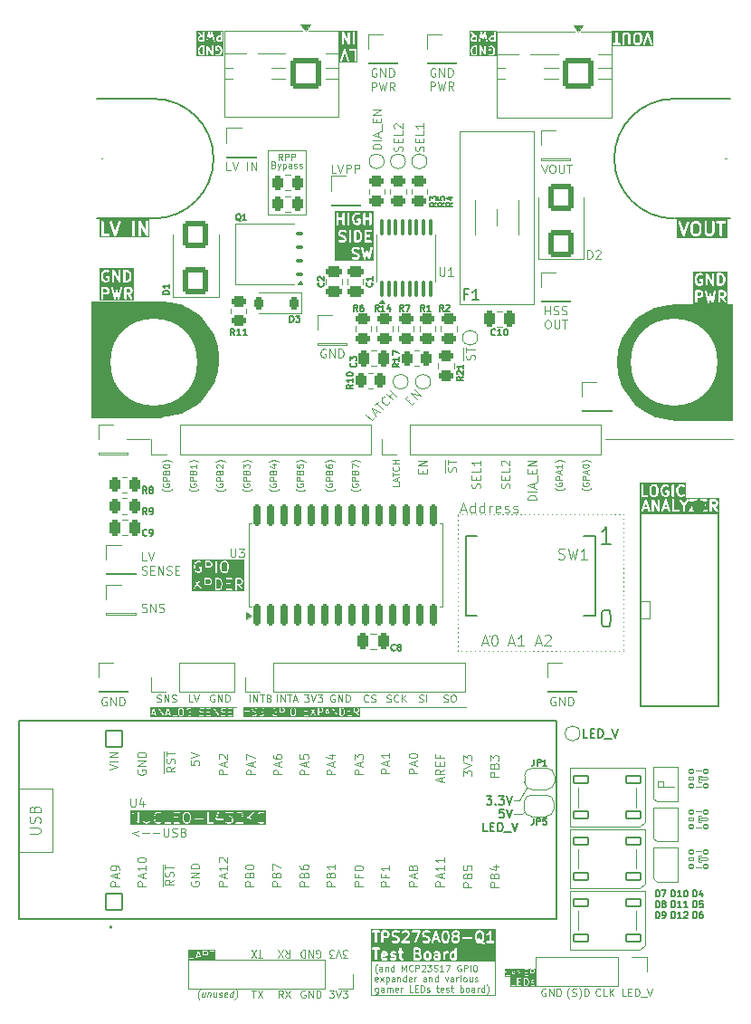
<source format=gto>
G04 #@! TF.GenerationSoftware,KiCad,Pcbnew,9.0.3*
G04 #@! TF.CreationDate,2025-08-25T22:34:56-05:00*
G04 #@! TF.ProjectId,TestBoard_TPS27SA08-Q1,54657374-426f-4617-9264-5f5450533237,rev?*
G04 #@! TF.SameCoordinates,Original*
G04 #@! TF.FileFunction,Legend,Top*
G04 #@! TF.FilePolarity,Positive*
%FSLAX46Y46*%
G04 Gerber Fmt 4.6, Leading zero omitted, Abs format (unit mm)*
G04 Created by KiCad (PCBNEW 9.0.3) date 2025-08-25 22:34:56*
%MOMM*%
%LPD*%
G01*
G04 APERTURE LIST*
G04 Aperture macros list*
%AMRoundRect*
0 Rectangle with rounded corners*
0 $1 Rounding radius*
0 $2 $3 $4 $5 $6 $7 $8 $9 X,Y pos of 4 corners*
0 Add a 4 corners polygon primitive as box body*
4,1,4,$2,$3,$4,$5,$6,$7,$8,$9,$2,$3,0*
0 Add four circle primitives for the rounded corners*
1,1,$1+$1,$2,$3*
1,1,$1+$1,$4,$5*
1,1,$1+$1,$6,$7*
1,1,$1+$1,$8,$9*
0 Add four rect primitives between the rounded corners*
20,1,$1+$1,$2,$3,$4,$5,0*
20,1,$1+$1,$4,$5,$6,$7,0*
20,1,$1+$1,$6,$7,$8,$9,0*
20,1,$1+$1,$8,$9,$2,$3,0*%
%AMFreePoly0*
4,1,23,0.500000,-0.750000,0.000000,-0.750000,0.000000,-0.745722,-0.065263,-0.745722,-0.191342,-0.711940,-0.304381,-0.646677,-0.396677,-0.554381,-0.461940,-0.441342,-0.495722,-0.315263,-0.495722,-0.250000,-0.500000,-0.250000,-0.500000,0.250000,-0.495722,0.250000,-0.495722,0.315263,-0.461940,0.441342,-0.396677,0.554381,-0.304381,0.646677,-0.191342,0.711940,-0.065263,0.745722,0.000000,0.745722,
0.000000,0.750000,0.500000,0.750000,0.500000,-0.750000,0.500000,-0.750000,$1*%
%AMFreePoly1*
4,1,23,0.000000,0.745722,0.065263,0.745722,0.191342,0.711940,0.304381,0.646677,0.396677,0.554381,0.461940,0.441342,0.495722,0.315263,0.495722,0.250000,0.500000,0.250000,0.500000,-0.250000,0.495722,-0.250000,0.495722,-0.315263,0.461940,-0.441342,0.396677,-0.554381,0.304381,-0.646677,0.191342,-0.711940,0.065263,-0.745722,0.000000,-0.745722,0.000000,-0.750000,-0.500000,-0.750000,
-0.500000,0.750000,0.000000,0.750000,0.000000,0.745722,0.000000,0.745722,$1*%
G04 Aperture macros list end*
%ADD10C,0.100000*%
%ADD11C,0.200000*%
%ADD12C,5.458327*%
%ADD13C,0.125000*%
%ADD14C,0.075000*%
%ADD15C,0.127000*%
%ADD16C,0.087500*%
%ADD17C,0.160000*%
%ADD18C,0.240000*%
%ADD19C,0.150000*%
%ADD20C,0.120000*%
%ADD21C,0.152400*%
%ADD22C,0.508000*%
%ADD23RoundRect,0.250000X-0.262500X-0.450000X0.262500X-0.450000X0.262500X0.450000X-0.262500X0.450000X0*%
%ADD24R,1.700000X1.700000*%
%ADD25RoundRect,0.250000X-0.250000X-0.475000X0.250000X-0.475000X0.250000X0.475000X-0.250000X0.475000X0*%
%ADD26C,8.115000*%
%ADD27RoundRect,0.250000X-0.450000X0.262500X-0.450000X-0.262500X0.450000X-0.262500X0.450000X0.262500X0*%
%ADD28C,1.700000*%
%ADD29RoundRect,0.250001X1.149999X1.149999X-1.149999X1.149999X-1.149999X-1.149999X1.149999X-1.149999X0*%
%ADD30C,2.800000*%
%ADD31RoundRect,0.102500X0.257500X0.102500X-0.257500X0.102500X-0.257500X-0.102500X0.257500X-0.102500X0*%
%ADD32R,0.510000X0.585000*%
%ADD33R,3.990000X3.960000*%
%ADD34R,0.410000X0.470000*%
%ADD35RoundRect,0.102000X0.765000X-0.765000X0.765000X0.765000X-0.765000X0.765000X-0.765000X-0.765000X0*%
%ADD36C,1.734000*%
%ADD37RoundRect,0.250000X0.262500X0.450000X-0.262500X0.450000X-0.262500X-0.450000X0.262500X-0.450000X0*%
%ADD38R,2.460000X2.660000*%
%ADD39RoundRect,0.100000X0.100000X-0.687500X0.100000X0.687500X-0.100000X0.687500X-0.100000X-0.687500X0*%
%ADD40C,1.000000*%
%ADD41RoundRect,0.250000X-0.475000X0.250000X-0.475000X-0.250000X0.475000X-0.250000X0.475000X0.250000X0*%
%ADD42R,0.700000X0.700000*%
%ADD43R,1.520000X2.160000*%
%ADD44RoundRect,0.250000X0.250000X0.475000X-0.250000X0.475000X-0.250000X-0.475000X0.250000X-0.475000X0*%
%ADD45RoundRect,0.250000X0.900000X-1.000000X0.900000X1.000000X-0.900000X1.000000X-0.900000X-1.000000X0*%
%ADD46RoundRect,0.045000X0.355000X-0.105000X0.355000X0.105000X-0.355000X0.105000X-0.355000X-0.105000X0*%
%ADD47RoundRect,0.067500X0.207500X-0.157500X0.207500X0.157500X-0.207500X0.157500X-0.207500X-0.157500X0*%
%ADD48RoundRect,0.045000X0.230000X-0.105000X0.230000X0.105000X-0.230000X0.105000X-0.230000X-0.105000X0*%
%ADD49FreePoly0,0.000000*%
%ADD50FreePoly1,0.000000*%
%ADD51RoundRect,0.250000X0.450000X-0.262500X0.450000X0.262500X-0.450000X0.262500X-0.450000X-0.262500X0*%
%ADD52RoundRect,0.090000X-0.660000X-0.360000X0.660000X-0.360000X0.660000X0.360000X-0.660000X0.360000X0*%
%ADD53C,2.780000*%
%ADD54C,6.400000*%
%ADD55C,1.524000*%
%ADD56RoundRect,0.225000X0.225000X0.375000X-0.225000X0.375000X-0.225000X-0.375000X0.225000X-0.375000X0*%
%ADD57RoundRect,0.150000X0.150000X-0.875000X0.150000X0.875000X-0.150000X0.875000X-0.150000X-0.875000X0*%
G04 APERTURE END LIST*
D10*
X163000000Y-117500000D02*
X164500000Y-117500000D01*
D11*
X169750000Y-64350000D02*
X164600000Y-64350000D01*
X115800000Y-64350000D02*
X110500000Y-64350000D01*
D10*
X126500000Y-58000000D02*
X130000000Y-58000000D01*
X149500000Y-120000000D02*
X150250000Y-120000000D01*
X158040000Y-85000000D02*
X170000000Y-85000000D01*
D12*
X119229163Y-77500000D02*
G75*
G02*
X113770837Y-77500000I-2729163J0D01*
G01*
X113770837Y-77500000D02*
G75*
G02*
X119229163Y-77500000I2729163J0D01*
G01*
D10*
X130000000Y-64000000D02*
X130000000Y-58000000D01*
X126500000Y-64000000D02*
X130000000Y-64000000D01*
D11*
X115800000Y-53150000D02*
X110500000Y-53150000D01*
D10*
X163000000Y-117500000D02*
X163000000Y-117000000D01*
X115500000Y-110000000D02*
X123500000Y-110000000D01*
X144250000Y-92000000D02*
X144270000Y-92000000D01*
X144670000Y-92000000D02*
X144690000Y-92000000D01*
X145090000Y-92000000D02*
X145110000Y-92000000D01*
X145510000Y-92000000D02*
X145530000Y-92000000D01*
X145930000Y-92000000D02*
X145950000Y-92000000D01*
X146350000Y-92000000D02*
X146370000Y-92000000D01*
X146770000Y-92000000D02*
X146790000Y-92000000D01*
X147190000Y-92000000D02*
X147210000Y-92000000D01*
X147610000Y-92000000D02*
X147630000Y-92000000D01*
X148030000Y-92000000D02*
X148050000Y-92000000D01*
X148450000Y-92000000D02*
X148470000Y-92000000D01*
X148870000Y-92000000D02*
X148890000Y-92000000D01*
X149290000Y-92000000D02*
X149310000Y-92000000D01*
X149710000Y-92000000D02*
X149730000Y-92000000D01*
X150130000Y-92000000D02*
X150150000Y-92000000D01*
X150550000Y-92000000D02*
X150570000Y-92000000D01*
X150970000Y-92000000D02*
X150990000Y-92000000D01*
X151390000Y-92000000D02*
X151410000Y-92000000D01*
X151810000Y-92000000D02*
X151830000Y-92000000D01*
X152230000Y-92000000D02*
X152250000Y-92000000D01*
X152650000Y-92000000D02*
X152670000Y-92000000D01*
X153070000Y-92000000D02*
X153090000Y-92000000D01*
X153490000Y-92000000D02*
X153510000Y-92000000D01*
X153910000Y-92000000D02*
X153930000Y-92000000D01*
X154330000Y-92000000D02*
X154350000Y-92000000D01*
X154750000Y-92000000D02*
X154770000Y-92000000D01*
X155170000Y-92000000D02*
X155190000Y-92000000D01*
X155590000Y-92000000D02*
X155610000Y-92000000D01*
X156010000Y-92000000D02*
X156030000Y-92000000D01*
X156430000Y-92000000D02*
X156450000Y-92000000D01*
X156850000Y-92000000D02*
X156870000Y-92000000D01*
X157270000Y-92000000D02*
X157290000Y-92000000D01*
X157690000Y-92000000D02*
X157710000Y-92000000D01*
X158110000Y-92000000D02*
X158130000Y-92000000D01*
X158530000Y-92000000D02*
X158550000Y-92000000D01*
X158950000Y-92000000D02*
X158970000Y-92000000D01*
X159370000Y-92000000D02*
X159390000Y-92000000D01*
X159750000Y-92000000D02*
X159750000Y-92020000D01*
X159750000Y-92420000D02*
X159750000Y-92440000D01*
X159750000Y-92840000D02*
X159750000Y-92860000D01*
X159750000Y-93260000D02*
X159750000Y-93280000D01*
X159750000Y-93680000D02*
X159750000Y-93700000D01*
X159750000Y-94100000D02*
X159750000Y-94120000D01*
X159750000Y-94520000D02*
X159750000Y-94540000D01*
X159750000Y-94940000D02*
X159750000Y-94960000D01*
X159750000Y-95360000D02*
X159750000Y-95380000D01*
X159750000Y-95780000D02*
X159750000Y-95800000D01*
X159750000Y-96200000D02*
X159750000Y-96220000D01*
X159750000Y-96620000D02*
X159750000Y-96640000D01*
X159750000Y-97040000D02*
X159750000Y-97060000D01*
X159750000Y-97460000D02*
X159750000Y-97480000D01*
X159750000Y-97880000D02*
X159750000Y-97900000D01*
X159750000Y-98300000D02*
X159750000Y-98320000D01*
X159750000Y-98720000D02*
X159750000Y-98740000D01*
X159750000Y-99140000D02*
X159750000Y-99160000D01*
X159750000Y-99560000D02*
X159750000Y-99580000D01*
X159750000Y-99980000D02*
X159750000Y-100000000D01*
X159750000Y-100400000D02*
X159750000Y-100420000D01*
X159750000Y-100820000D02*
X159750000Y-100840000D01*
X159750000Y-101240000D02*
X159750000Y-101260000D01*
X159750000Y-101660000D02*
X159750000Y-101680000D01*
X159750000Y-102080000D02*
X159750000Y-102100000D01*
X159750000Y-102500000D02*
X159750000Y-102520000D01*
X159750000Y-102920000D02*
X159750000Y-102940000D01*
X159750000Y-103340000D02*
X159750000Y-103360000D01*
X159750000Y-103760000D02*
X159750000Y-103780000D01*
X159750000Y-104180000D02*
X159750000Y-104200000D01*
X159750000Y-104600000D02*
X159750000Y-104620000D01*
X159750000Y-104750000D02*
X159730000Y-104750000D01*
X159330000Y-104750000D02*
X159310000Y-104750000D01*
X158910000Y-104750000D02*
X158890000Y-104750000D01*
X158490000Y-104750000D02*
X158470000Y-104750000D01*
X158070000Y-104750000D02*
X158050000Y-104750000D01*
X157650000Y-104750000D02*
X157630000Y-104750000D01*
X157230000Y-104750000D02*
X157210000Y-104750000D01*
X156810000Y-104750000D02*
X156790000Y-104750000D01*
X156390000Y-104750000D02*
X156370000Y-104750000D01*
X155970000Y-104750000D02*
X155950000Y-104750000D01*
X155550000Y-104750000D02*
X155530000Y-104750000D01*
X155130000Y-104750000D02*
X155110000Y-104750000D01*
X154710000Y-104750000D02*
X154690000Y-104750000D01*
X154290000Y-104750000D02*
X154270000Y-104750000D01*
X153870000Y-104750000D02*
X153850000Y-104750000D01*
X153450000Y-104750000D02*
X153430000Y-104750000D01*
X153030000Y-104750000D02*
X153010000Y-104750000D01*
X152610000Y-104750000D02*
X152590000Y-104750000D01*
X152190000Y-104750000D02*
X152170000Y-104750000D01*
X151770000Y-104750000D02*
X151750000Y-104750000D01*
X151350000Y-104750000D02*
X151330000Y-104750000D01*
X150930000Y-104750000D02*
X150910000Y-104750000D01*
X150510000Y-104750000D02*
X150490000Y-104750000D01*
X150090000Y-104750000D02*
X150070000Y-104750000D01*
X149670000Y-104750000D02*
X149650000Y-104750000D01*
X149250000Y-104750000D02*
X149230000Y-104750000D01*
X148830000Y-104750000D02*
X148810000Y-104750000D01*
X148410000Y-104750000D02*
X148390000Y-104750000D01*
X147990000Y-104750000D02*
X147970000Y-104750000D01*
X147570000Y-104750000D02*
X147550000Y-104750000D01*
X147150000Y-104750000D02*
X147130000Y-104750000D01*
X146730000Y-104750000D02*
X146710000Y-104750000D01*
X146310000Y-104750000D02*
X146290000Y-104750000D01*
X145890000Y-104750000D02*
X145870000Y-104750000D01*
X145470000Y-104750000D02*
X145450000Y-104750000D01*
X145050000Y-104750000D02*
X145030000Y-104750000D01*
X144630000Y-104750000D02*
X144610000Y-104750000D01*
X144250000Y-104750000D02*
X144250000Y-104730000D01*
X144250000Y-104330000D02*
X144250000Y-104310000D01*
X144250000Y-103910000D02*
X144250000Y-103890000D01*
X144250000Y-103490000D02*
X144250000Y-103470000D01*
X144250000Y-103070000D02*
X144250000Y-103050000D01*
X144250000Y-102650000D02*
X144250000Y-102630000D01*
X144250000Y-102230000D02*
X144250000Y-102210000D01*
X144250000Y-101810000D02*
X144250000Y-101790000D01*
X144250000Y-101390000D02*
X144250000Y-101370000D01*
X144250000Y-100970000D02*
X144250000Y-100950000D01*
X144250000Y-100550000D02*
X144250000Y-100530000D01*
X144250000Y-100130000D02*
X144250000Y-100110000D01*
X144250000Y-99710000D02*
X144250000Y-99690000D01*
X144250000Y-99290000D02*
X144250000Y-99270000D01*
X144250000Y-98870000D02*
X144250000Y-98850000D01*
X144250000Y-98450000D02*
X144250000Y-98430000D01*
X144250000Y-98030000D02*
X144250000Y-98010000D01*
X144250000Y-97610000D02*
X144250000Y-97590000D01*
X144250000Y-97190000D02*
X144250000Y-97170000D01*
X144250000Y-96770000D02*
X144250000Y-96750000D01*
X144250000Y-96350000D02*
X144250000Y-96330000D01*
X144250000Y-95930000D02*
X144250000Y-95910000D01*
X144250000Y-95510000D02*
X144250000Y-95490000D01*
X144250000Y-95090000D02*
X144250000Y-95070000D01*
X144250000Y-94670000D02*
X144250000Y-94650000D01*
X144250000Y-94250000D02*
X144250000Y-94230000D01*
X144250000Y-93830000D02*
X144250000Y-93810000D01*
X144250000Y-93410000D02*
X144250000Y-93390000D01*
X144250000Y-92990000D02*
X144250000Y-92970000D01*
X144250000Y-92570000D02*
X144250000Y-92550000D01*
X144250000Y-92150000D02*
X144250000Y-92130000D01*
X150250000Y-120000000D02*
X150500000Y-119750000D01*
D11*
X115800000Y-53150000D02*
G75*
G02*
X115800000Y-64350000I0J-5600000D01*
G01*
D12*
X167320836Y-77800000D02*
G75*
G02*
X161862510Y-77800000I-2729163J0D01*
G01*
X161862510Y-77800000D02*
G75*
G02*
X167320836Y-77800000I2729163J0D01*
G01*
D10*
X163000000Y-117000000D02*
X163500000Y-117000000D01*
D11*
X169750000Y-53150000D02*
X164500000Y-53150000D01*
D10*
X126500000Y-58000000D02*
X126500000Y-64000000D01*
X149500000Y-118750000D02*
X150000000Y-118750000D01*
X150000000Y-118750000D02*
X150705026Y-117544975D01*
X163500000Y-117000000D02*
X163500000Y-117500000D01*
X161379800Y-100170000D02*
X162250000Y-100170000D01*
X162250000Y-101750000D01*
X161379800Y-101750000D01*
X161379800Y-100170000D01*
X136143488Y-133750000D02*
X147750000Y-133750000D01*
X147750000Y-137000000D01*
X136143488Y-137000000D01*
X136143488Y-133750000D01*
X115380000Y-85000000D02*
X113250000Y-85000000D01*
D11*
X164500000Y-64350000D02*
G75*
G02*
X164500000Y-53150000I0J5600000D01*
G01*
D10*
X110000000Y-72091673D02*
X116500000Y-72091673D01*
X116500000Y-82904427D01*
X110000000Y-82904427D01*
X110000000Y-72091673D01*
G36*
X110000000Y-72091673D02*
G01*
X116500000Y-72091673D01*
X116500000Y-82904427D01*
X110000000Y-82904427D01*
X110000000Y-72091673D01*
G37*
X164404325Y-72388026D02*
X169946443Y-72388026D01*
X169946443Y-83207682D01*
X164404325Y-83207682D01*
X164404325Y-72388026D01*
G36*
X164404325Y-72388026D02*
G01*
X169946443Y-72388026D01*
X169946443Y-83207682D01*
X164404325Y-83207682D01*
X164404325Y-72388026D01*
G37*
X124250000Y-110000000D02*
X145000000Y-110000000D01*
D13*
X149035714Y-104005404D02*
X149511904Y-104005404D01*
X148940476Y-104291119D02*
X149273809Y-103291119D01*
X149273809Y-103291119D02*
X149607142Y-104291119D01*
X150464285Y-104291119D02*
X149892857Y-104291119D01*
X150178571Y-104291119D02*
X150178571Y-103291119D01*
X150178571Y-103291119D02*
X150083333Y-103433976D01*
X150083333Y-103433976D02*
X149988095Y-103529214D01*
X149988095Y-103529214D02*
X149892857Y-103576833D01*
D10*
X136707228Y-134968010D02*
X136678657Y-134939439D01*
X136678657Y-134939439D02*
X136621514Y-134853725D01*
X136621514Y-134853725D02*
X136592943Y-134796582D01*
X136592943Y-134796582D02*
X136564371Y-134710868D01*
X136564371Y-134710868D02*
X136535800Y-134568010D01*
X136535800Y-134568010D02*
X136535800Y-134453725D01*
X136535800Y-134453725D02*
X136564371Y-134310868D01*
X136564371Y-134310868D02*
X136592943Y-134225153D01*
X136592943Y-134225153D02*
X136621514Y-134168010D01*
X136621514Y-134168010D02*
X136678657Y-134082296D01*
X136678657Y-134082296D02*
X136707228Y-134053725D01*
X137192943Y-134739439D02*
X137192943Y-134425153D01*
X137192943Y-134425153D02*
X137164371Y-134368010D01*
X137164371Y-134368010D02*
X137107228Y-134339439D01*
X137107228Y-134339439D02*
X136992943Y-134339439D01*
X136992943Y-134339439D02*
X136935800Y-134368010D01*
X137192943Y-134710868D02*
X137135800Y-134739439D01*
X137135800Y-134739439D02*
X136992943Y-134739439D01*
X136992943Y-134739439D02*
X136935800Y-134710868D01*
X136935800Y-134710868D02*
X136907228Y-134653725D01*
X136907228Y-134653725D02*
X136907228Y-134596582D01*
X136907228Y-134596582D02*
X136935800Y-134539439D01*
X136935800Y-134539439D02*
X136992943Y-134510868D01*
X136992943Y-134510868D02*
X137135800Y-134510868D01*
X137135800Y-134510868D02*
X137192943Y-134482296D01*
X137478657Y-134339439D02*
X137478657Y-134739439D01*
X137478657Y-134396582D02*
X137507228Y-134368010D01*
X137507228Y-134368010D02*
X137564371Y-134339439D01*
X137564371Y-134339439D02*
X137650085Y-134339439D01*
X137650085Y-134339439D02*
X137707228Y-134368010D01*
X137707228Y-134368010D02*
X137735800Y-134425153D01*
X137735800Y-134425153D02*
X137735800Y-134739439D01*
X138278657Y-134739439D02*
X138278657Y-134139439D01*
X138278657Y-134710868D02*
X138221514Y-134739439D01*
X138221514Y-134739439D02*
X138107228Y-134739439D01*
X138107228Y-134739439D02*
X138050085Y-134710868D01*
X138050085Y-134710868D02*
X138021514Y-134682296D01*
X138021514Y-134682296D02*
X137992942Y-134625153D01*
X137992942Y-134625153D02*
X137992942Y-134453725D01*
X137992942Y-134453725D02*
X138021514Y-134396582D01*
X138021514Y-134396582D02*
X138050085Y-134368010D01*
X138050085Y-134368010D02*
X138107228Y-134339439D01*
X138107228Y-134339439D02*
X138221514Y-134339439D01*
X138221514Y-134339439D02*
X138278657Y-134368010D01*
X139021514Y-134739439D02*
X139021514Y-134139439D01*
X139021514Y-134139439D02*
X139221514Y-134568010D01*
X139221514Y-134568010D02*
X139421514Y-134139439D01*
X139421514Y-134139439D02*
X139421514Y-134739439D01*
X140050085Y-134682296D02*
X140021513Y-134710868D01*
X140021513Y-134710868D02*
X139935799Y-134739439D01*
X139935799Y-134739439D02*
X139878656Y-134739439D01*
X139878656Y-134739439D02*
X139792942Y-134710868D01*
X139792942Y-134710868D02*
X139735799Y-134653725D01*
X139735799Y-134653725D02*
X139707228Y-134596582D01*
X139707228Y-134596582D02*
X139678656Y-134482296D01*
X139678656Y-134482296D02*
X139678656Y-134396582D01*
X139678656Y-134396582D02*
X139707228Y-134282296D01*
X139707228Y-134282296D02*
X139735799Y-134225153D01*
X139735799Y-134225153D02*
X139792942Y-134168010D01*
X139792942Y-134168010D02*
X139878656Y-134139439D01*
X139878656Y-134139439D02*
X139935799Y-134139439D01*
X139935799Y-134139439D02*
X140021513Y-134168010D01*
X140021513Y-134168010D02*
X140050085Y-134196582D01*
X140307228Y-134739439D02*
X140307228Y-134139439D01*
X140307228Y-134139439D02*
X140535799Y-134139439D01*
X140535799Y-134139439D02*
X140592942Y-134168010D01*
X140592942Y-134168010D02*
X140621513Y-134196582D01*
X140621513Y-134196582D02*
X140650085Y-134253725D01*
X140650085Y-134253725D02*
X140650085Y-134339439D01*
X140650085Y-134339439D02*
X140621513Y-134396582D01*
X140621513Y-134396582D02*
X140592942Y-134425153D01*
X140592942Y-134425153D02*
X140535799Y-134453725D01*
X140535799Y-134453725D02*
X140307228Y-134453725D01*
X140878656Y-134196582D02*
X140907228Y-134168010D01*
X140907228Y-134168010D02*
X140964371Y-134139439D01*
X140964371Y-134139439D02*
X141107228Y-134139439D01*
X141107228Y-134139439D02*
X141164371Y-134168010D01*
X141164371Y-134168010D02*
X141192942Y-134196582D01*
X141192942Y-134196582D02*
X141221513Y-134253725D01*
X141221513Y-134253725D02*
X141221513Y-134310868D01*
X141221513Y-134310868D02*
X141192942Y-134396582D01*
X141192942Y-134396582D02*
X140850085Y-134739439D01*
X140850085Y-134739439D02*
X141221513Y-134739439D01*
X141421514Y-134139439D02*
X141792942Y-134139439D01*
X141792942Y-134139439D02*
X141592942Y-134368010D01*
X141592942Y-134368010D02*
X141678657Y-134368010D01*
X141678657Y-134368010D02*
X141735800Y-134396582D01*
X141735800Y-134396582D02*
X141764371Y-134425153D01*
X141764371Y-134425153D02*
X141792942Y-134482296D01*
X141792942Y-134482296D02*
X141792942Y-134625153D01*
X141792942Y-134625153D02*
X141764371Y-134682296D01*
X141764371Y-134682296D02*
X141735800Y-134710868D01*
X141735800Y-134710868D02*
X141678657Y-134739439D01*
X141678657Y-134739439D02*
X141507228Y-134739439D01*
X141507228Y-134739439D02*
X141450085Y-134710868D01*
X141450085Y-134710868D02*
X141421514Y-134682296D01*
X142021514Y-134710868D02*
X142107229Y-134739439D01*
X142107229Y-134739439D02*
X142250086Y-134739439D01*
X142250086Y-134739439D02*
X142307229Y-134710868D01*
X142307229Y-134710868D02*
X142335800Y-134682296D01*
X142335800Y-134682296D02*
X142364371Y-134625153D01*
X142364371Y-134625153D02*
X142364371Y-134568010D01*
X142364371Y-134568010D02*
X142335800Y-134510868D01*
X142335800Y-134510868D02*
X142307229Y-134482296D01*
X142307229Y-134482296D02*
X142250086Y-134453725D01*
X142250086Y-134453725D02*
X142135800Y-134425153D01*
X142135800Y-134425153D02*
X142078657Y-134396582D01*
X142078657Y-134396582D02*
X142050086Y-134368010D01*
X142050086Y-134368010D02*
X142021514Y-134310868D01*
X142021514Y-134310868D02*
X142021514Y-134253725D01*
X142021514Y-134253725D02*
X142050086Y-134196582D01*
X142050086Y-134196582D02*
X142078657Y-134168010D01*
X142078657Y-134168010D02*
X142135800Y-134139439D01*
X142135800Y-134139439D02*
X142278657Y-134139439D01*
X142278657Y-134139439D02*
X142364371Y-134168010D01*
X142935800Y-134739439D02*
X142592943Y-134739439D01*
X142764372Y-134739439D02*
X142764372Y-134139439D01*
X142764372Y-134139439D02*
X142707229Y-134225153D01*
X142707229Y-134225153D02*
X142650086Y-134282296D01*
X142650086Y-134282296D02*
X142592943Y-134310868D01*
X143135801Y-134139439D02*
X143535801Y-134139439D01*
X143535801Y-134139439D02*
X143278658Y-134739439D01*
X144535801Y-134168010D02*
X144478659Y-134139439D01*
X144478659Y-134139439D02*
X144392944Y-134139439D01*
X144392944Y-134139439D02*
X144307230Y-134168010D01*
X144307230Y-134168010D02*
X144250087Y-134225153D01*
X144250087Y-134225153D02*
X144221516Y-134282296D01*
X144221516Y-134282296D02*
X144192944Y-134396582D01*
X144192944Y-134396582D02*
X144192944Y-134482296D01*
X144192944Y-134482296D02*
X144221516Y-134596582D01*
X144221516Y-134596582D02*
X144250087Y-134653725D01*
X144250087Y-134653725D02*
X144307230Y-134710868D01*
X144307230Y-134710868D02*
X144392944Y-134739439D01*
X144392944Y-134739439D02*
X144450087Y-134739439D01*
X144450087Y-134739439D02*
X144535801Y-134710868D01*
X144535801Y-134710868D02*
X144564373Y-134682296D01*
X144564373Y-134682296D02*
X144564373Y-134482296D01*
X144564373Y-134482296D02*
X144450087Y-134482296D01*
X144821516Y-134739439D02*
X144821516Y-134139439D01*
X144821516Y-134139439D02*
X145050087Y-134139439D01*
X145050087Y-134139439D02*
X145107230Y-134168010D01*
X145107230Y-134168010D02*
X145135801Y-134196582D01*
X145135801Y-134196582D02*
X145164373Y-134253725D01*
X145164373Y-134253725D02*
X145164373Y-134339439D01*
X145164373Y-134339439D02*
X145135801Y-134396582D01*
X145135801Y-134396582D02*
X145107230Y-134425153D01*
X145107230Y-134425153D02*
X145050087Y-134453725D01*
X145050087Y-134453725D02*
X144821516Y-134453725D01*
X145421516Y-134739439D02*
X145421516Y-134139439D01*
X145821515Y-134139439D02*
X145935801Y-134139439D01*
X145935801Y-134139439D02*
X145992944Y-134168010D01*
X145992944Y-134168010D02*
X146050087Y-134225153D01*
X146050087Y-134225153D02*
X146078658Y-134339439D01*
X146078658Y-134339439D02*
X146078658Y-134539439D01*
X146078658Y-134539439D02*
X146050087Y-134653725D01*
X146050087Y-134653725D02*
X145992944Y-134710868D01*
X145992944Y-134710868D02*
X145935801Y-134739439D01*
X145935801Y-134739439D02*
X145821515Y-134739439D01*
X145821515Y-134739439D02*
X145764373Y-134710868D01*
X145764373Y-134710868D02*
X145707230Y-134653725D01*
X145707230Y-134653725D02*
X145678658Y-134539439D01*
X145678658Y-134539439D02*
X145678658Y-134339439D01*
X145678658Y-134339439D02*
X145707230Y-134225153D01*
X145707230Y-134225153D02*
X145764373Y-134168010D01*
X145764373Y-134168010D02*
X145821515Y-134139439D01*
X136764371Y-135676834D02*
X136707228Y-135705405D01*
X136707228Y-135705405D02*
X136592943Y-135705405D01*
X136592943Y-135705405D02*
X136535800Y-135676834D01*
X136535800Y-135676834D02*
X136507228Y-135619691D01*
X136507228Y-135619691D02*
X136507228Y-135391119D01*
X136507228Y-135391119D02*
X136535800Y-135333976D01*
X136535800Y-135333976D02*
X136592943Y-135305405D01*
X136592943Y-135305405D02*
X136707228Y-135305405D01*
X136707228Y-135305405D02*
X136764371Y-135333976D01*
X136764371Y-135333976D02*
X136792943Y-135391119D01*
X136792943Y-135391119D02*
X136792943Y-135448262D01*
X136792943Y-135448262D02*
X136507228Y-135505405D01*
X136992943Y-135705405D02*
X137307229Y-135305405D01*
X136992943Y-135305405D02*
X137307229Y-135705405D01*
X137535800Y-135305405D02*
X137535800Y-135905405D01*
X137535800Y-135333976D02*
X137592943Y-135305405D01*
X137592943Y-135305405D02*
X137707228Y-135305405D01*
X137707228Y-135305405D02*
X137764371Y-135333976D01*
X137764371Y-135333976D02*
X137792943Y-135362548D01*
X137792943Y-135362548D02*
X137821514Y-135419691D01*
X137821514Y-135419691D02*
X137821514Y-135591119D01*
X137821514Y-135591119D02*
X137792943Y-135648262D01*
X137792943Y-135648262D02*
X137764371Y-135676834D01*
X137764371Y-135676834D02*
X137707228Y-135705405D01*
X137707228Y-135705405D02*
X137592943Y-135705405D01*
X137592943Y-135705405D02*
X137535800Y-135676834D01*
X138335800Y-135705405D02*
X138335800Y-135391119D01*
X138335800Y-135391119D02*
X138307228Y-135333976D01*
X138307228Y-135333976D02*
X138250085Y-135305405D01*
X138250085Y-135305405D02*
X138135800Y-135305405D01*
X138135800Y-135305405D02*
X138078657Y-135333976D01*
X138335800Y-135676834D02*
X138278657Y-135705405D01*
X138278657Y-135705405D02*
X138135800Y-135705405D01*
X138135800Y-135705405D02*
X138078657Y-135676834D01*
X138078657Y-135676834D02*
X138050085Y-135619691D01*
X138050085Y-135619691D02*
X138050085Y-135562548D01*
X138050085Y-135562548D02*
X138078657Y-135505405D01*
X138078657Y-135505405D02*
X138135800Y-135476834D01*
X138135800Y-135476834D02*
X138278657Y-135476834D01*
X138278657Y-135476834D02*
X138335800Y-135448262D01*
X138621514Y-135305405D02*
X138621514Y-135705405D01*
X138621514Y-135362548D02*
X138650085Y-135333976D01*
X138650085Y-135333976D02*
X138707228Y-135305405D01*
X138707228Y-135305405D02*
X138792942Y-135305405D01*
X138792942Y-135305405D02*
X138850085Y-135333976D01*
X138850085Y-135333976D02*
X138878657Y-135391119D01*
X138878657Y-135391119D02*
X138878657Y-135705405D01*
X139421514Y-135705405D02*
X139421514Y-135105405D01*
X139421514Y-135676834D02*
X139364371Y-135705405D01*
X139364371Y-135705405D02*
X139250085Y-135705405D01*
X139250085Y-135705405D02*
X139192942Y-135676834D01*
X139192942Y-135676834D02*
X139164371Y-135648262D01*
X139164371Y-135648262D02*
X139135799Y-135591119D01*
X139135799Y-135591119D02*
X139135799Y-135419691D01*
X139135799Y-135419691D02*
X139164371Y-135362548D01*
X139164371Y-135362548D02*
X139192942Y-135333976D01*
X139192942Y-135333976D02*
X139250085Y-135305405D01*
X139250085Y-135305405D02*
X139364371Y-135305405D01*
X139364371Y-135305405D02*
X139421514Y-135333976D01*
X139935799Y-135676834D02*
X139878656Y-135705405D01*
X139878656Y-135705405D02*
X139764371Y-135705405D01*
X139764371Y-135705405D02*
X139707228Y-135676834D01*
X139707228Y-135676834D02*
X139678656Y-135619691D01*
X139678656Y-135619691D02*
X139678656Y-135391119D01*
X139678656Y-135391119D02*
X139707228Y-135333976D01*
X139707228Y-135333976D02*
X139764371Y-135305405D01*
X139764371Y-135305405D02*
X139878656Y-135305405D01*
X139878656Y-135305405D02*
X139935799Y-135333976D01*
X139935799Y-135333976D02*
X139964371Y-135391119D01*
X139964371Y-135391119D02*
X139964371Y-135448262D01*
X139964371Y-135448262D02*
X139678656Y-135505405D01*
X140221514Y-135705405D02*
X140221514Y-135305405D01*
X140221514Y-135419691D02*
X140250085Y-135362548D01*
X140250085Y-135362548D02*
X140278657Y-135333976D01*
X140278657Y-135333976D02*
X140335799Y-135305405D01*
X140335799Y-135305405D02*
X140392942Y-135305405D01*
X141307229Y-135705405D02*
X141307229Y-135391119D01*
X141307229Y-135391119D02*
X141278657Y-135333976D01*
X141278657Y-135333976D02*
X141221514Y-135305405D01*
X141221514Y-135305405D02*
X141107229Y-135305405D01*
X141107229Y-135305405D02*
X141050086Y-135333976D01*
X141307229Y-135676834D02*
X141250086Y-135705405D01*
X141250086Y-135705405D02*
X141107229Y-135705405D01*
X141107229Y-135705405D02*
X141050086Y-135676834D01*
X141050086Y-135676834D02*
X141021514Y-135619691D01*
X141021514Y-135619691D02*
X141021514Y-135562548D01*
X141021514Y-135562548D02*
X141050086Y-135505405D01*
X141050086Y-135505405D02*
X141107229Y-135476834D01*
X141107229Y-135476834D02*
X141250086Y-135476834D01*
X141250086Y-135476834D02*
X141307229Y-135448262D01*
X141592943Y-135305405D02*
X141592943Y-135705405D01*
X141592943Y-135362548D02*
X141621514Y-135333976D01*
X141621514Y-135333976D02*
X141678657Y-135305405D01*
X141678657Y-135305405D02*
X141764371Y-135305405D01*
X141764371Y-135305405D02*
X141821514Y-135333976D01*
X141821514Y-135333976D02*
X141850086Y-135391119D01*
X141850086Y-135391119D02*
X141850086Y-135705405D01*
X142392943Y-135705405D02*
X142392943Y-135105405D01*
X142392943Y-135676834D02*
X142335800Y-135705405D01*
X142335800Y-135705405D02*
X142221514Y-135705405D01*
X142221514Y-135705405D02*
X142164371Y-135676834D01*
X142164371Y-135676834D02*
X142135800Y-135648262D01*
X142135800Y-135648262D02*
X142107228Y-135591119D01*
X142107228Y-135591119D02*
X142107228Y-135419691D01*
X142107228Y-135419691D02*
X142135800Y-135362548D01*
X142135800Y-135362548D02*
X142164371Y-135333976D01*
X142164371Y-135333976D02*
X142221514Y-135305405D01*
X142221514Y-135305405D02*
X142335800Y-135305405D01*
X142335800Y-135305405D02*
X142392943Y-135333976D01*
X143078657Y-135305405D02*
X143221514Y-135705405D01*
X143221514Y-135705405D02*
X143364371Y-135305405D01*
X143850086Y-135705405D02*
X143850086Y-135391119D01*
X143850086Y-135391119D02*
X143821514Y-135333976D01*
X143821514Y-135333976D02*
X143764371Y-135305405D01*
X143764371Y-135305405D02*
X143650086Y-135305405D01*
X143650086Y-135305405D02*
X143592943Y-135333976D01*
X143850086Y-135676834D02*
X143792943Y-135705405D01*
X143792943Y-135705405D02*
X143650086Y-135705405D01*
X143650086Y-135705405D02*
X143592943Y-135676834D01*
X143592943Y-135676834D02*
X143564371Y-135619691D01*
X143564371Y-135619691D02*
X143564371Y-135562548D01*
X143564371Y-135562548D02*
X143592943Y-135505405D01*
X143592943Y-135505405D02*
X143650086Y-135476834D01*
X143650086Y-135476834D02*
X143792943Y-135476834D01*
X143792943Y-135476834D02*
X143850086Y-135448262D01*
X144135800Y-135705405D02*
X144135800Y-135305405D01*
X144135800Y-135419691D02*
X144164371Y-135362548D01*
X144164371Y-135362548D02*
X144192943Y-135333976D01*
X144192943Y-135333976D02*
X144250085Y-135305405D01*
X144250085Y-135305405D02*
X144307228Y-135305405D01*
X144507229Y-135705405D02*
X144507229Y-135305405D01*
X144507229Y-135105405D02*
X144478657Y-135133976D01*
X144478657Y-135133976D02*
X144507229Y-135162548D01*
X144507229Y-135162548D02*
X144535800Y-135133976D01*
X144535800Y-135133976D02*
X144507229Y-135105405D01*
X144507229Y-135105405D02*
X144507229Y-135162548D01*
X144878657Y-135705405D02*
X144821514Y-135676834D01*
X144821514Y-135676834D02*
X144792943Y-135648262D01*
X144792943Y-135648262D02*
X144764371Y-135591119D01*
X144764371Y-135591119D02*
X144764371Y-135419691D01*
X144764371Y-135419691D02*
X144792943Y-135362548D01*
X144792943Y-135362548D02*
X144821514Y-135333976D01*
X144821514Y-135333976D02*
X144878657Y-135305405D01*
X144878657Y-135305405D02*
X144964371Y-135305405D01*
X144964371Y-135305405D02*
X145021514Y-135333976D01*
X145021514Y-135333976D02*
X145050086Y-135362548D01*
X145050086Y-135362548D02*
X145078657Y-135419691D01*
X145078657Y-135419691D02*
X145078657Y-135591119D01*
X145078657Y-135591119D02*
X145050086Y-135648262D01*
X145050086Y-135648262D02*
X145021514Y-135676834D01*
X145021514Y-135676834D02*
X144964371Y-135705405D01*
X144964371Y-135705405D02*
X144878657Y-135705405D01*
X145592943Y-135305405D02*
X145592943Y-135705405D01*
X145335800Y-135305405D02*
X145335800Y-135619691D01*
X145335800Y-135619691D02*
X145364371Y-135676834D01*
X145364371Y-135676834D02*
X145421514Y-135705405D01*
X145421514Y-135705405D02*
X145507228Y-135705405D01*
X145507228Y-135705405D02*
X145564371Y-135676834D01*
X145564371Y-135676834D02*
X145592943Y-135648262D01*
X145850085Y-135676834D02*
X145907228Y-135705405D01*
X145907228Y-135705405D02*
X146021514Y-135705405D01*
X146021514Y-135705405D02*
X146078657Y-135676834D01*
X146078657Y-135676834D02*
X146107228Y-135619691D01*
X146107228Y-135619691D02*
X146107228Y-135591119D01*
X146107228Y-135591119D02*
X146078657Y-135533976D01*
X146078657Y-135533976D02*
X146021514Y-135505405D01*
X146021514Y-135505405D02*
X145935800Y-135505405D01*
X145935800Y-135505405D02*
X145878657Y-135476834D01*
X145878657Y-135476834D02*
X145850085Y-135419691D01*
X145850085Y-135419691D02*
X145850085Y-135391119D01*
X145850085Y-135391119D02*
X145878657Y-135333976D01*
X145878657Y-135333976D02*
X145935800Y-135305405D01*
X145935800Y-135305405D02*
X146021514Y-135305405D01*
X146021514Y-135305405D02*
X146078657Y-135333976D01*
X136792943Y-136271371D02*
X136792943Y-136757085D01*
X136792943Y-136757085D02*
X136764371Y-136814228D01*
X136764371Y-136814228D02*
X136735800Y-136842800D01*
X136735800Y-136842800D02*
X136678657Y-136871371D01*
X136678657Y-136871371D02*
X136592943Y-136871371D01*
X136592943Y-136871371D02*
X136535800Y-136842800D01*
X136792943Y-136642800D02*
X136735800Y-136671371D01*
X136735800Y-136671371D02*
X136621514Y-136671371D01*
X136621514Y-136671371D02*
X136564371Y-136642800D01*
X136564371Y-136642800D02*
X136535800Y-136614228D01*
X136535800Y-136614228D02*
X136507228Y-136557085D01*
X136507228Y-136557085D02*
X136507228Y-136385657D01*
X136507228Y-136385657D02*
X136535800Y-136328514D01*
X136535800Y-136328514D02*
X136564371Y-136299942D01*
X136564371Y-136299942D02*
X136621514Y-136271371D01*
X136621514Y-136271371D02*
X136735800Y-136271371D01*
X136735800Y-136271371D02*
X136792943Y-136299942D01*
X137335800Y-136671371D02*
X137335800Y-136357085D01*
X137335800Y-136357085D02*
X137307228Y-136299942D01*
X137307228Y-136299942D02*
X137250085Y-136271371D01*
X137250085Y-136271371D02*
X137135800Y-136271371D01*
X137135800Y-136271371D02*
X137078657Y-136299942D01*
X137335800Y-136642800D02*
X137278657Y-136671371D01*
X137278657Y-136671371D02*
X137135800Y-136671371D01*
X137135800Y-136671371D02*
X137078657Y-136642800D01*
X137078657Y-136642800D02*
X137050085Y-136585657D01*
X137050085Y-136585657D02*
X137050085Y-136528514D01*
X137050085Y-136528514D02*
X137078657Y-136471371D01*
X137078657Y-136471371D02*
X137135800Y-136442800D01*
X137135800Y-136442800D02*
X137278657Y-136442800D01*
X137278657Y-136442800D02*
X137335800Y-136414228D01*
X137621514Y-136671371D02*
X137621514Y-136271371D01*
X137621514Y-136328514D02*
X137650085Y-136299942D01*
X137650085Y-136299942D02*
X137707228Y-136271371D01*
X137707228Y-136271371D02*
X137792942Y-136271371D01*
X137792942Y-136271371D02*
X137850085Y-136299942D01*
X137850085Y-136299942D02*
X137878657Y-136357085D01*
X137878657Y-136357085D02*
X137878657Y-136671371D01*
X137878657Y-136357085D02*
X137907228Y-136299942D01*
X137907228Y-136299942D02*
X137964371Y-136271371D01*
X137964371Y-136271371D02*
X138050085Y-136271371D01*
X138050085Y-136271371D02*
X138107228Y-136299942D01*
X138107228Y-136299942D02*
X138135799Y-136357085D01*
X138135799Y-136357085D02*
X138135799Y-136671371D01*
X138650085Y-136642800D02*
X138592942Y-136671371D01*
X138592942Y-136671371D02*
X138478657Y-136671371D01*
X138478657Y-136671371D02*
X138421514Y-136642800D01*
X138421514Y-136642800D02*
X138392942Y-136585657D01*
X138392942Y-136585657D02*
X138392942Y-136357085D01*
X138392942Y-136357085D02*
X138421514Y-136299942D01*
X138421514Y-136299942D02*
X138478657Y-136271371D01*
X138478657Y-136271371D02*
X138592942Y-136271371D01*
X138592942Y-136271371D02*
X138650085Y-136299942D01*
X138650085Y-136299942D02*
X138678657Y-136357085D01*
X138678657Y-136357085D02*
X138678657Y-136414228D01*
X138678657Y-136414228D02*
X138392942Y-136471371D01*
X138935800Y-136671371D02*
X138935800Y-136271371D01*
X138935800Y-136385657D02*
X138964371Y-136328514D01*
X138964371Y-136328514D02*
X138992943Y-136299942D01*
X138992943Y-136299942D02*
X139050085Y-136271371D01*
X139050085Y-136271371D02*
X139107228Y-136271371D01*
X140050086Y-136671371D02*
X139764372Y-136671371D01*
X139764372Y-136671371D02*
X139764372Y-136071371D01*
X140250086Y-136357085D02*
X140450086Y-136357085D01*
X140535800Y-136671371D02*
X140250086Y-136671371D01*
X140250086Y-136671371D02*
X140250086Y-136071371D01*
X140250086Y-136071371D02*
X140535800Y-136071371D01*
X140792943Y-136671371D02*
X140792943Y-136071371D01*
X140792943Y-136071371D02*
X140935800Y-136071371D01*
X140935800Y-136071371D02*
X141021514Y-136099942D01*
X141021514Y-136099942D02*
X141078657Y-136157085D01*
X141078657Y-136157085D02*
X141107228Y-136214228D01*
X141107228Y-136214228D02*
X141135800Y-136328514D01*
X141135800Y-136328514D02*
X141135800Y-136414228D01*
X141135800Y-136414228D02*
X141107228Y-136528514D01*
X141107228Y-136528514D02*
X141078657Y-136585657D01*
X141078657Y-136585657D02*
X141021514Y-136642800D01*
X141021514Y-136642800D02*
X140935800Y-136671371D01*
X140935800Y-136671371D02*
X140792943Y-136671371D01*
X141364371Y-136642800D02*
X141421514Y-136671371D01*
X141421514Y-136671371D02*
X141535800Y-136671371D01*
X141535800Y-136671371D02*
X141592943Y-136642800D01*
X141592943Y-136642800D02*
X141621514Y-136585657D01*
X141621514Y-136585657D02*
X141621514Y-136557085D01*
X141621514Y-136557085D02*
X141592943Y-136499942D01*
X141592943Y-136499942D02*
X141535800Y-136471371D01*
X141535800Y-136471371D02*
X141450086Y-136471371D01*
X141450086Y-136471371D02*
X141392943Y-136442800D01*
X141392943Y-136442800D02*
X141364371Y-136385657D01*
X141364371Y-136385657D02*
X141364371Y-136357085D01*
X141364371Y-136357085D02*
X141392943Y-136299942D01*
X141392943Y-136299942D02*
X141450086Y-136271371D01*
X141450086Y-136271371D02*
X141535800Y-136271371D01*
X141535800Y-136271371D02*
X141592943Y-136299942D01*
X142250085Y-136271371D02*
X142478657Y-136271371D01*
X142335800Y-136071371D02*
X142335800Y-136585657D01*
X142335800Y-136585657D02*
X142364371Y-136642800D01*
X142364371Y-136642800D02*
X142421514Y-136671371D01*
X142421514Y-136671371D02*
X142478657Y-136671371D01*
X142907228Y-136642800D02*
X142850085Y-136671371D01*
X142850085Y-136671371D02*
X142735800Y-136671371D01*
X142735800Y-136671371D02*
X142678657Y-136642800D01*
X142678657Y-136642800D02*
X142650085Y-136585657D01*
X142650085Y-136585657D02*
X142650085Y-136357085D01*
X142650085Y-136357085D02*
X142678657Y-136299942D01*
X142678657Y-136299942D02*
X142735800Y-136271371D01*
X142735800Y-136271371D02*
X142850085Y-136271371D01*
X142850085Y-136271371D02*
X142907228Y-136299942D01*
X142907228Y-136299942D02*
X142935800Y-136357085D01*
X142935800Y-136357085D02*
X142935800Y-136414228D01*
X142935800Y-136414228D02*
X142650085Y-136471371D01*
X143164371Y-136642800D02*
X143221514Y-136671371D01*
X143221514Y-136671371D02*
X143335800Y-136671371D01*
X143335800Y-136671371D02*
X143392943Y-136642800D01*
X143392943Y-136642800D02*
X143421514Y-136585657D01*
X143421514Y-136585657D02*
X143421514Y-136557085D01*
X143421514Y-136557085D02*
X143392943Y-136499942D01*
X143392943Y-136499942D02*
X143335800Y-136471371D01*
X143335800Y-136471371D02*
X143250086Y-136471371D01*
X143250086Y-136471371D02*
X143192943Y-136442800D01*
X143192943Y-136442800D02*
X143164371Y-136385657D01*
X143164371Y-136385657D02*
X143164371Y-136357085D01*
X143164371Y-136357085D02*
X143192943Y-136299942D01*
X143192943Y-136299942D02*
X143250086Y-136271371D01*
X143250086Y-136271371D02*
X143335800Y-136271371D01*
X143335800Y-136271371D02*
X143392943Y-136299942D01*
X143592942Y-136271371D02*
X143821514Y-136271371D01*
X143678657Y-136071371D02*
X143678657Y-136585657D01*
X143678657Y-136585657D02*
X143707228Y-136642800D01*
X143707228Y-136642800D02*
X143764371Y-136671371D01*
X143764371Y-136671371D02*
X143821514Y-136671371D01*
X144478657Y-136671371D02*
X144478657Y-136071371D01*
X144478657Y-136299942D02*
X144535800Y-136271371D01*
X144535800Y-136271371D02*
X144650085Y-136271371D01*
X144650085Y-136271371D02*
X144707228Y-136299942D01*
X144707228Y-136299942D02*
X144735800Y-136328514D01*
X144735800Y-136328514D02*
X144764371Y-136385657D01*
X144764371Y-136385657D02*
X144764371Y-136557085D01*
X144764371Y-136557085D02*
X144735800Y-136614228D01*
X144735800Y-136614228D02*
X144707228Y-136642800D01*
X144707228Y-136642800D02*
X144650085Y-136671371D01*
X144650085Y-136671371D02*
X144535800Y-136671371D01*
X144535800Y-136671371D02*
X144478657Y-136642800D01*
X145107228Y-136671371D02*
X145050085Y-136642800D01*
X145050085Y-136642800D02*
X145021514Y-136614228D01*
X145021514Y-136614228D02*
X144992942Y-136557085D01*
X144992942Y-136557085D02*
X144992942Y-136385657D01*
X144992942Y-136385657D02*
X145021514Y-136328514D01*
X145021514Y-136328514D02*
X145050085Y-136299942D01*
X145050085Y-136299942D02*
X145107228Y-136271371D01*
X145107228Y-136271371D02*
X145192942Y-136271371D01*
X145192942Y-136271371D02*
X145250085Y-136299942D01*
X145250085Y-136299942D02*
X145278657Y-136328514D01*
X145278657Y-136328514D02*
X145307228Y-136385657D01*
X145307228Y-136385657D02*
X145307228Y-136557085D01*
X145307228Y-136557085D02*
X145278657Y-136614228D01*
X145278657Y-136614228D02*
X145250085Y-136642800D01*
X145250085Y-136642800D02*
X145192942Y-136671371D01*
X145192942Y-136671371D02*
X145107228Y-136671371D01*
X145821514Y-136671371D02*
X145821514Y-136357085D01*
X145821514Y-136357085D02*
X145792942Y-136299942D01*
X145792942Y-136299942D02*
X145735799Y-136271371D01*
X145735799Y-136271371D02*
X145621514Y-136271371D01*
X145621514Y-136271371D02*
X145564371Y-136299942D01*
X145821514Y-136642800D02*
X145764371Y-136671371D01*
X145764371Y-136671371D02*
X145621514Y-136671371D01*
X145621514Y-136671371D02*
X145564371Y-136642800D01*
X145564371Y-136642800D02*
X145535799Y-136585657D01*
X145535799Y-136585657D02*
X145535799Y-136528514D01*
X145535799Y-136528514D02*
X145564371Y-136471371D01*
X145564371Y-136471371D02*
X145621514Y-136442800D01*
X145621514Y-136442800D02*
X145764371Y-136442800D01*
X145764371Y-136442800D02*
X145821514Y-136414228D01*
X146107228Y-136671371D02*
X146107228Y-136271371D01*
X146107228Y-136385657D02*
X146135799Y-136328514D01*
X146135799Y-136328514D02*
X146164371Y-136299942D01*
X146164371Y-136299942D02*
X146221513Y-136271371D01*
X146221513Y-136271371D02*
X146278656Y-136271371D01*
X146735800Y-136671371D02*
X146735800Y-136071371D01*
X146735800Y-136642800D02*
X146678657Y-136671371D01*
X146678657Y-136671371D02*
X146564371Y-136671371D01*
X146564371Y-136671371D02*
X146507228Y-136642800D01*
X146507228Y-136642800D02*
X146478657Y-136614228D01*
X146478657Y-136614228D02*
X146450085Y-136557085D01*
X146450085Y-136557085D02*
X146450085Y-136385657D01*
X146450085Y-136385657D02*
X146478657Y-136328514D01*
X146478657Y-136328514D02*
X146507228Y-136299942D01*
X146507228Y-136299942D02*
X146564371Y-136271371D01*
X146564371Y-136271371D02*
X146678657Y-136271371D01*
X146678657Y-136271371D02*
X146735800Y-136299942D01*
X146964371Y-136899942D02*
X146992942Y-136871371D01*
X146992942Y-136871371D02*
X147050085Y-136785657D01*
X147050085Y-136785657D02*
X147078657Y-136728514D01*
X147078657Y-136728514D02*
X147107228Y-136642800D01*
X147107228Y-136642800D02*
X147135799Y-136499942D01*
X147135799Y-136499942D02*
X147135799Y-136385657D01*
X147135799Y-136385657D02*
X147107228Y-136242800D01*
X147107228Y-136242800D02*
X147078657Y-136157085D01*
X147078657Y-136157085D02*
X147050085Y-136099942D01*
X147050085Y-136099942D02*
X146992942Y-136014228D01*
X146992942Y-136014228D02*
X146964371Y-135985657D01*
D14*
X127835714Y-58874671D02*
X127635714Y-58588957D01*
X127492857Y-58874671D02*
X127492857Y-58274671D01*
X127492857Y-58274671D02*
X127721428Y-58274671D01*
X127721428Y-58274671D02*
X127778571Y-58303242D01*
X127778571Y-58303242D02*
X127807142Y-58331814D01*
X127807142Y-58331814D02*
X127835714Y-58388957D01*
X127835714Y-58388957D02*
X127835714Y-58474671D01*
X127835714Y-58474671D02*
X127807142Y-58531814D01*
X127807142Y-58531814D02*
X127778571Y-58560385D01*
X127778571Y-58560385D02*
X127721428Y-58588957D01*
X127721428Y-58588957D02*
X127492857Y-58588957D01*
X128092857Y-58874671D02*
X128092857Y-58274671D01*
X128092857Y-58274671D02*
X128321428Y-58274671D01*
X128321428Y-58274671D02*
X128378571Y-58303242D01*
X128378571Y-58303242D02*
X128407142Y-58331814D01*
X128407142Y-58331814D02*
X128435714Y-58388957D01*
X128435714Y-58388957D02*
X128435714Y-58474671D01*
X128435714Y-58474671D02*
X128407142Y-58531814D01*
X128407142Y-58531814D02*
X128378571Y-58560385D01*
X128378571Y-58560385D02*
X128321428Y-58588957D01*
X128321428Y-58588957D02*
X128092857Y-58588957D01*
X128692857Y-58874671D02*
X128692857Y-58274671D01*
X128692857Y-58274671D02*
X128921428Y-58274671D01*
X128921428Y-58274671D02*
X128978571Y-58303242D01*
X128978571Y-58303242D02*
X129007142Y-58331814D01*
X129007142Y-58331814D02*
X129035714Y-58388957D01*
X129035714Y-58388957D02*
X129035714Y-58474671D01*
X129035714Y-58474671D02*
X129007142Y-58531814D01*
X129007142Y-58531814D02*
X128978571Y-58560385D01*
X128978571Y-58560385D02*
X128921428Y-58588957D01*
X128921428Y-58588957D02*
X128692857Y-58588957D01*
D15*
X156404980Y-112895491D02*
X156024028Y-112895491D01*
X156024028Y-112895491D02*
X156024028Y-112095491D01*
X156671647Y-112476443D02*
X156938313Y-112476443D01*
X157052599Y-112895491D02*
X156671647Y-112895491D01*
X156671647Y-112895491D02*
X156671647Y-112095491D01*
X156671647Y-112095491D02*
X157052599Y-112095491D01*
X157395457Y-112895491D02*
X157395457Y-112095491D01*
X157395457Y-112095491D02*
X157585933Y-112095491D01*
X157585933Y-112095491D02*
X157700219Y-112133586D01*
X157700219Y-112133586D02*
X157776409Y-112209776D01*
X157776409Y-112209776D02*
X157814504Y-112285967D01*
X157814504Y-112285967D02*
X157852600Y-112438348D01*
X157852600Y-112438348D02*
X157852600Y-112552634D01*
X157852600Y-112552634D02*
X157814504Y-112705015D01*
X157814504Y-112705015D02*
X157776409Y-112781205D01*
X157776409Y-112781205D02*
X157700219Y-112857396D01*
X157700219Y-112857396D02*
X157585933Y-112895491D01*
X157585933Y-112895491D02*
X157395457Y-112895491D01*
X158004981Y-112971681D02*
X158614504Y-112971681D01*
X158690695Y-112095491D02*
X158957362Y-112895491D01*
X158957362Y-112895491D02*
X159224028Y-112095491D01*
D10*
X117500942Y-89672932D02*
X117472371Y-89701503D01*
X117472371Y-89701503D02*
X117386657Y-89758646D01*
X117386657Y-89758646D02*
X117329514Y-89787218D01*
X117329514Y-89787218D02*
X117243800Y-89815789D01*
X117243800Y-89815789D02*
X117100942Y-89844360D01*
X117100942Y-89844360D02*
X116986657Y-89844360D01*
X116986657Y-89844360D02*
X116843800Y-89815789D01*
X116843800Y-89815789D02*
X116758085Y-89787218D01*
X116758085Y-89787218D02*
X116700942Y-89758646D01*
X116700942Y-89758646D02*
X116615228Y-89701503D01*
X116615228Y-89701503D02*
X116586657Y-89672932D01*
X116700942Y-89130075D02*
X116672371Y-89187218D01*
X116672371Y-89187218D02*
X116672371Y-89272932D01*
X116672371Y-89272932D02*
X116700942Y-89358646D01*
X116700942Y-89358646D02*
X116758085Y-89415789D01*
X116758085Y-89415789D02*
X116815228Y-89444360D01*
X116815228Y-89444360D02*
X116929514Y-89472932D01*
X116929514Y-89472932D02*
X117015228Y-89472932D01*
X117015228Y-89472932D02*
X117129514Y-89444360D01*
X117129514Y-89444360D02*
X117186657Y-89415789D01*
X117186657Y-89415789D02*
X117243800Y-89358646D01*
X117243800Y-89358646D02*
X117272371Y-89272932D01*
X117272371Y-89272932D02*
X117272371Y-89215789D01*
X117272371Y-89215789D02*
X117243800Y-89130075D01*
X117243800Y-89130075D02*
X117215228Y-89101503D01*
X117215228Y-89101503D02*
X117015228Y-89101503D01*
X117015228Y-89101503D02*
X117015228Y-89215789D01*
X117272371Y-88844360D02*
X116672371Y-88844360D01*
X116672371Y-88844360D02*
X116672371Y-88615789D01*
X116672371Y-88615789D02*
X116700942Y-88558646D01*
X116700942Y-88558646D02*
X116729514Y-88530075D01*
X116729514Y-88530075D02*
X116786657Y-88501503D01*
X116786657Y-88501503D02*
X116872371Y-88501503D01*
X116872371Y-88501503D02*
X116929514Y-88530075D01*
X116929514Y-88530075D02*
X116958085Y-88558646D01*
X116958085Y-88558646D02*
X116986657Y-88615789D01*
X116986657Y-88615789D02*
X116986657Y-88844360D01*
X116958085Y-88044360D02*
X116986657Y-87958646D01*
X116986657Y-87958646D02*
X117015228Y-87930075D01*
X117015228Y-87930075D02*
X117072371Y-87901503D01*
X117072371Y-87901503D02*
X117158085Y-87901503D01*
X117158085Y-87901503D02*
X117215228Y-87930075D01*
X117215228Y-87930075D02*
X117243800Y-87958646D01*
X117243800Y-87958646D02*
X117272371Y-88015789D01*
X117272371Y-88015789D02*
X117272371Y-88244360D01*
X117272371Y-88244360D02*
X116672371Y-88244360D01*
X116672371Y-88244360D02*
X116672371Y-88044360D01*
X116672371Y-88044360D02*
X116700942Y-87987218D01*
X116700942Y-87987218D02*
X116729514Y-87958646D01*
X116729514Y-87958646D02*
X116786657Y-87930075D01*
X116786657Y-87930075D02*
X116843800Y-87930075D01*
X116843800Y-87930075D02*
X116900942Y-87958646D01*
X116900942Y-87958646D02*
X116929514Y-87987218D01*
X116929514Y-87987218D02*
X116958085Y-88044360D01*
X116958085Y-88044360D02*
X116958085Y-88244360D01*
X116672371Y-87530075D02*
X116672371Y-87472932D01*
X116672371Y-87472932D02*
X116700942Y-87415789D01*
X116700942Y-87415789D02*
X116729514Y-87387218D01*
X116729514Y-87387218D02*
X116786657Y-87358646D01*
X116786657Y-87358646D02*
X116900942Y-87330075D01*
X116900942Y-87330075D02*
X117043800Y-87330075D01*
X117043800Y-87330075D02*
X117158085Y-87358646D01*
X117158085Y-87358646D02*
X117215228Y-87387218D01*
X117215228Y-87387218D02*
X117243800Y-87415789D01*
X117243800Y-87415789D02*
X117272371Y-87472932D01*
X117272371Y-87472932D02*
X117272371Y-87530075D01*
X117272371Y-87530075D02*
X117243800Y-87587218D01*
X117243800Y-87587218D02*
X117215228Y-87615789D01*
X117215228Y-87615789D02*
X117158085Y-87644360D01*
X117158085Y-87644360D02*
X117043800Y-87672932D01*
X117043800Y-87672932D02*
X116900942Y-87672932D01*
X116900942Y-87672932D02*
X116786657Y-87644360D01*
X116786657Y-87644360D02*
X116729514Y-87615789D01*
X116729514Y-87615789D02*
X116700942Y-87587218D01*
X116700942Y-87587218D02*
X116672371Y-87530075D01*
X117500942Y-87130074D02*
X117472371Y-87101503D01*
X117472371Y-87101503D02*
X117386657Y-87044360D01*
X117386657Y-87044360D02*
X117329514Y-87015789D01*
X117329514Y-87015789D02*
X117243800Y-86987217D01*
X117243800Y-86987217D02*
X117100942Y-86958646D01*
X117100942Y-86958646D02*
X116986657Y-86958646D01*
X116986657Y-86958646D02*
X116843800Y-86987217D01*
X116843800Y-86987217D02*
X116758085Y-87015789D01*
X116758085Y-87015789D02*
X116700942Y-87044360D01*
X116700942Y-87044360D02*
X116615228Y-87101503D01*
X116615228Y-87101503D02*
X116586657Y-87130074D01*
X141044800Y-58045238D02*
X141082895Y-57930952D01*
X141082895Y-57930952D02*
X141082895Y-57740476D01*
X141082895Y-57740476D02*
X141044800Y-57664285D01*
X141044800Y-57664285D02*
X141006704Y-57626190D01*
X141006704Y-57626190D02*
X140930514Y-57588095D01*
X140930514Y-57588095D02*
X140854323Y-57588095D01*
X140854323Y-57588095D02*
X140778133Y-57626190D01*
X140778133Y-57626190D02*
X140740038Y-57664285D01*
X140740038Y-57664285D02*
X140701942Y-57740476D01*
X140701942Y-57740476D02*
X140663847Y-57892857D01*
X140663847Y-57892857D02*
X140625752Y-57969047D01*
X140625752Y-57969047D02*
X140587657Y-58007142D01*
X140587657Y-58007142D02*
X140511466Y-58045238D01*
X140511466Y-58045238D02*
X140435276Y-58045238D01*
X140435276Y-58045238D02*
X140359085Y-58007142D01*
X140359085Y-58007142D02*
X140320990Y-57969047D01*
X140320990Y-57969047D02*
X140282895Y-57892857D01*
X140282895Y-57892857D02*
X140282895Y-57702380D01*
X140282895Y-57702380D02*
X140320990Y-57588095D01*
X140663847Y-57245237D02*
X140663847Y-56978571D01*
X141082895Y-56864285D02*
X141082895Y-57245237D01*
X141082895Y-57245237D02*
X140282895Y-57245237D01*
X140282895Y-57245237D02*
X140282895Y-56864285D01*
X141082895Y-56140475D02*
X141082895Y-56521427D01*
X141082895Y-56521427D02*
X140282895Y-56521427D01*
X141082895Y-55454761D02*
X141082895Y-55911904D01*
X141082895Y-55683332D02*
X140282895Y-55683332D01*
X140282895Y-55683332D02*
X140397180Y-55759523D01*
X140397180Y-55759523D02*
X140473371Y-55835713D01*
X140473371Y-55835713D02*
X140511466Y-55911904D01*
D16*
X124766667Y-109569283D02*
X124766667Y-108869283D01*
X125100000Y-109569283D02*
X125100000Y-108869283D01*
X125100000Y-108869283D02*
X125500000Y-109569283D01*
X125500000Y-109569283D02*
X125500000Y-108869283D01*
X125733333Y-108869283D02*
X126133333Y-108869283D01*
X125933333Y-109569283D02*
X125933333Y-108869283D01*
X126600000Y-109202616D02*
X126700000Y-109235950D01*
X126700000Y-109235950D02*
X126733333Y-109269283D01*
X126733333Y-109269283D02*
X126766666Y-109335950D01*
X126766666Y-109335950D02*
X126766666Y-109435950D01*
X126766666Y-109435950D02*
X126733333Y-109502616D01*
X126733333Y-109502616D02*
X126700000Y-109535950D01*
X126700000Y-109535950D02*
X126633333Y-109569283D01*
X126633333Y-109569283D02*
X126366666Y-109569283D01*
X126366666Y-109569283D02*
X126366666Y-108869283D01*
X126366666Y-108869283D02*
X126600000Y-108869283D01*
X126600000Y-108869283D02*
X126666666Y-108902616D01*
X126666666Y-108902616D02*
X126700000Y-108935950D01*
X126700000Y-108935950D02*
X126733333Y-109002616D01*
X126733333Y-109002616D02*
X126733333Y-109069283D01*
X126733333Y-109069283D02*
X126700000Y-109135950D01*
X126700000Y-109135950D02*
X126666666Y-109169283D01*
X126666666Y-109169283D02*
X126600000Y-109202616D01*
X126600000Y-109202616D02*
X126366666Y-109202616D01*
D11*
X158600625Y-94793790D02*
X157686339Y-94793790D01*
X158143482Y-94793790D02*
X158143482Y-93193790D01*
X158143482Y-93193790D02*
X157991101Y-93422361D01*
X157991101Y-93422361D02*
X157838720Y-93574742D01*
X157838720Y-93574742D02*
X157686339Y-93650933D01*
D14*
G36*
X149568764Y-134960683D02*
G01*
X149387107Y-134960683D01*
X149477934Y-134688198D01*
X149568764Y-134960683D01*
G37*
G36*
X151370006Y-134629001D02*
G01*
X151389971Y-134648967D01*
X151411864Y-134692751D01*
X151411864Y-134760758D01*
X151389972Y-134804541D01*
X151370006Y-134824506D01*
X151326225Y-134846398D01*
X151144007Y-134846398D01*
X151144007Y-134607112D01*
X151326226Y-134607112D01*
X151370006Y-134629001D01*
G37*
G36*
X151553531Y-135273779D02*
G01*
X148630911Y-135273779D01*
X148630911Y-134826755D01*
X148697578Y-134826755D01*
X148697578Y-134912469D01*
X148698474Y-134916977D01*
X148698698Y-134921564D01*
X148727270Y-135035850D01*
X148729024Y-135039563D01*
X148730109Y-135043525D01*
X148758680Y-135100669D01*
X148762363Y-135105415D01*
X148765704Y-135110415D01*
X148822847Y-135167557D01*
X148824409Y-135168600D01*
X148824794Y-135169370D01*
X148830018Y-135172348D01*
X148835014Y-135175686D01*
X148835873Y-135175686D01*
X148837506Y-135176617D01*
X148923219Y-135205188D01*
X148929184Y-135205939D01*
X148935078Y-135207112D01*
X148992221Y-135207112D01*
X148998115Y-135205939D01*
X149004079Y-135205188D01*
X149089793Y-135176617D01*
X149091426Y-135175686D01*
X149092285Y-135175686D01*
X149097284Y-135172346D01*
X149097416Y-135172271D01*
X149240530Y-135172271D01*
X149253365Y-135197941D01*
X149280594Y-135207017D01*
X149306264Y-135194182D01*
X149313511Y-135181471D01*
X149362107Y-135035683D01*
X149593764Y-135035683D01*
X149642360Y-135181471D01*
X149649606Y-135194183D01*
X149675276Y-135207018D01*
X149702505Y-135197941D01*
X149715340Y-135172271D01*
X149713511Y-135157754D01*
X149517464Y-134569612D01*
X149840436Y-134569612D01*
X149840436Y-135169612D01*
X149843291Y-135183963D01*
X149863585Y-135204257D01*
X149892287Y-135204257D01*
X149912581Y-135183963D01*
X149915436Y-135169612D01*
X149915436Y-134738645D01*
X150043954Y-135014041D01*
X150049670Y-135021832D01*
X150050280Y-135023509D01*
X150051223Y-135023949D01*
X150052610Y-135025839D01*
X150064671Y-135030224D01*
X150076290Y-135035647D01*
X150077936Y-135035048D01*
X150079582Y-135035647D01*
X150091200Y-135030224D01*
X150103262Y-135025839D01*
X150104648Y-135023949D01*
X150105592Y-135023509D01*
X150106201Y-135021832D01*
X150111918Y-135014041D01*
X150240436Y-134738645D01*
X150240436Y-135169612D01*
X150243291Y-135183963D01*
X150263585Y-135204257D01*
X150292287Y-135204257D01*
X150312581Y-135183963D01*
X150315436Y-135169612D01*
X150315436Y-134569612D01*
X150526150Y-134569612D01*
X150526150Y-135169612D01*
X150529005Y-135183963D01*
X150549299Y-135204257D01*
X150563650Y-135207112D01*
X150849364Y-135207112D01*
X150863715Y-135204257D01*
X150884009Y-135183963D01*
X150884009Y-135155261D01*
X150863715Y-135134967D01*
X150849364Y-135132112D01*
X150601150Y-135132112D01*
X150601150Y-134892826D01*
X150763650Y-134892826D01*
X150778001Y-134889971D01*
X150798295Y-134869677D01*
X150798295Y-134840975D01*
X150778001Y-134820681D01*
X150763650Y-134817826D01*
X150601150Y-134817826D01*
X150601150Y-134607112D01*
X150849364Y-134607112D01*
X150863715Y-134604257D01*
X150884009Y-134583963D01*
X150884009Y-134569612D01*
X151069007Y-134569612D01*
X151069007Y-135169612D01*
X151071862Y-135183963D01*
X151092156Y-135204257D01*
X151120858Y-135204257D01*
X151141152Y-135183963D01*
X151144007Y-135169612D01*
X151144007Y-134921398D01*
X151229840Y-134921398D01*
X151418643Y-135191116D01*
X151429211Y-135201236D01*
X151457475Y-135206224D01*
X151480988Y-135189764D01*
X151485976Y-135161501D01*
X151480085Y-135148107D01*
X151321389Y-134921398D01*
X151335078Y-134921398D01*
X151336920Y-134921031D01*
X151337736Y-134921303D01*
X151343531Y-134919716D01*
X151349429Y-134918543D01*
X151350036Y-134917935D01*
X151351849Y-134917439D01*
X151408992Y-134888867D01*
X151413738Y-134885183D01*
X151418738Y-134881843D01*
X151447308Y-134853272D01*
X151450644Y-134848277D01*
X151454333Y-134843526D01*
X151482905Y-134786383D01*
X151483401Y-134784570D01*
X151484009Y-134783963D01*
X151485182Y-134778065D01*
X151486769Y-134772270D01*
X151486497Y-134771454D01*
X151486864Y-134769612D01*
X151486864Y-134683898D01*
X151486497Y-134682055D01*
X151486769Y-134681240D01*
X151485182Y-134675444D01*
X151484009Y-134669547D01*
X151483401Y-134668939D01*
X151482905Y-134667127D01*
X151454333Y-134609984D01*
X151450649Y-134605238D01*
X151447309Y-134600239D01*
X151418738Y-134571667D01*
X151413741Y-134568328D01*
X151408992Y-134564642D01*
X151351848Y-134536071D01*
X151350037Y-134535575D01*
X151349429Y-134534967D01*
X151343529Y-134533793D01*
X151337736Y-134532207D01*
X151336921Y-134532478D01*
X151335078Y-134532112D01*
X151106507Y-134532112D01*
X151092156Y-134534967D01*
X151071862Y-134555261D01*
X151069007Y-134569612D01*
X150884009Y-134569612D01*
X150884009Y-134555261D01*
X150863715Y-134534967D01*
X150849364Y-134532112D01*
X150563650Y-134532112D01*
X150549299Y-134534967D01*
X150529005Y-134555261D01*
X150526150Y-134569612D01*
X150315436Y-134569612D01*
X150312581Y-134555261D01*
X150307869Y-134550549D01*
X150305592Y-134544286D01*
X150298118Y-134540798D01*
X150292287Y-134534967D01*
X150285623Y-134534967D01*
X150279582Y-134532148D01*
X150271830Y-134534967D01*
X150263585Y-134534967D01*
X150258873Y-134539678D01*
X150252610Y-134541956D01*
X150243954Y-134553754D01*
X150077936Y-134909506D01*
X149911918Y-134553754D01*
X149903262Y-134541956D01*
X149896998Y-134539678D01*
X149892287Y-134534967D01*
X149884042Y-134534967D01*
X149876290Y-134532148D01*
X149870249Y-134534967D01*
X149863585Y-134534967D01*
X149857753Y-134540798D01*
X149850280Y-134544286D01*
X149848002Y-134550549D01*
X149843291Y-134555261D01*
X149840436Y-134569612D01*
X149517464Y-134569612D01*
X149513511Y-134557753D01*
X149506264Y-134545042D01*
X149503758Y-134543789D01*
X149502505Y-134541283D01*
X149491226Y-134537523D01*
X149480594Y-134532207D01*
X149477936Y-134533092D01*
X149475276Y-134532206D01*
X149464635Y-134537526D01*
X149453365Y-134541283D01*
X149452112Y-134543787D01*
X149449606Y-134545041D01*
X149442360Y-134557753D01*
X149242359Y-135157753D01*
X149240530Y-135172271D01*
X149097416Y-135172271D01*
X149102505Y-135169370D01*
X149102888Y-135168602D01*
X149104452Y-135167558D01*
X149133024Y-135138985D01*
X149141149Y-135126822D01*
X149141152Y-135126820D01*
X149144007Y-135112469D01*
X149144007Y-134912469D01*
X149141152Y-134898118D01*
X149120858Y-134877824D01*
X149106507Y-134874969D01*
X148992221Y-134874969D01*
X148977870Y-134877824D01*
X148957576Y-134898118D01*
X148957576Y-134926820D01*
X148977870Y-134947114D01*
X148992221Y-134949969D01*
X149069007Y-134949969D01*
X149069007Y-135096935D01*
X149057677Y-135108264D01*
X148986135Y-135132112D01*
X148941164Y-135132112D01*
X148869620Y-135108264D01*
X148823039Y-135061682D01*
X148799031Y-135013667D01*
X148772578Y-134907853D01*
X148772578Y-134831370D01*
X148799031Y-134725556D01*
X148823039Y-134677541D01*
X148869620Y-134630959D01*
X148941164Y-134607112D01*
X149011940Y-134607112D01*
X149061165Y-134631724D01*
X149075277Y-134635589D01*
X149102505Y-134626513D01*
X149115341Y-134600841D01*
X149106265Y-134573614D01*
X149094706Y-134564642D01*
X149037564Y-134536071D01*
X149035751Y-134535574D01*
X149035144Y-134534967D01*
X149029246Y-134533793D01*
X149023451Y-134532207D01*
X149022635Y-134532478D01*
X149020793Y-134532112D01*
X148935078Y-134532112D01*
X148929184Y-134533284D01*
X148923219Y-134534036D01*
X148837506Y-134562607D01*
X148835873Y-134563538D01*
X148835014Y-134563538D01*
X148830018Y-134566875D01*
X148824794Y-134569854D01*
X148824409Y-134570623D01*
X148822847Y-134571667D01*
X148765704Y-134628809D01*
X148762363Y-134633808D01*
X148758680Y-134638555D01*
X148730109Y-134695699D01*
X148729024Y-134699660D01*
X148727270Y-134703374D01*
X148698698Y-134817660D01*
X148698474Y-134822246D01*
X148697578Y-134826755D01*
X148630911Y-134826755D01*
X148630911Y-134465445D01*
X151553531Y-134465445D01*
X151553531Y-135273779D01*
G37*
D10*
X138772371Y-89072931D02*
X138772371Y-89358645D01*
X138772371Y-89358645D02*
X138172371Y-89358645D01*
X138600942Y-88901503D02*
X138600942Y-88615789D01*
X138772371Y-88958646D02*
X138172371Y-88758646D01*
X138172371Y-88758646D02*
X138772371Y-88558646D01*
X138172371Y-88444360D02*
X138172371Y-88101503D01*
X138772371Y-88272931D02*
X138172371Y-88272931D01*
X138715228Y-87558645D02*
X138743800Y-87587217D01*
X138743800Y-87587217D02*
X138772371Y-87672931D01*
X138772371Y-87672931D02*
X138772371Y-87730074D01*
X138772371Y-87730074D02*
X138743800Y-87815788D01*
X138743800Y-87815788D02*
X138686657Y-87872931D01*
X138686657Y-87872931D02*
X138629514Y-87901502D01*
X138629514Y-87901502D02*
X138515228Y-87930074D01*
X138515228Y-87930074D02*
X138429514Y-87930074D01*
X138429514Y-87930074D02*
X138315228Y-87901502D01*
X138315228Y-87901502D02*
X138258085Y-87872931D01*
X138258085Y-87872931D02*
X138200942Y-87815788D01*
X138200942Y-87815788D02*
X138172371Y-87730074D01*
X138172371Y-87730074D02*
X138172371Y-87672931D01*
X138172371Y-87672931D02*
X138200942Y-87587217D01*
X138200942Y-87587217D02*
X138229514Y-87558645D01*
X138772371Y-87301502D02*
X138172371Y-87301502D01*
X138458085Y-87301502D02*
X138458085Y-86958645D01*
X138772371Y-86958645D02*
X138172371Y-86958645D01*
X140945847Y-88187217D02*
X140945847Y-87920551D01*
X141364895Y-87806265D02*
X141364895Y-88187217D01*
X141364895Y-88187217D02*
X140564895Y-88187217D01*
X140564895Y-88187217D02*
X140564895Y-87806265D01*
X141364895Y-87463407D02*
X140564895Y-87463407D01*
X140564895Y-87463407D02*
X141364895Y-87006264D01*
X141364895Y-87006264D02*
X140564895Y-87006264D01*
D11*
G36*
X161216148Y-47149840D02*
G01*
X161280329Y-47214021D01*
X161318244Y-47365680D01*
X161318244Y-47674394D01*
X161280329Y-47826053D01*
X161216150Y-47890232D01*
X161156542Y-47920037D01*
X161013280Y-47920037D01*
X160953672Y-47890233D01*
X160889493Y-47826054D01*
X160851578Y-47674394D01*
X160851578Y-47365681D01*
X160889493Y-47214021D01*
X160953673Y-47149840D01*
X161013279Y-47120037D01*
X161156543Y-47120037D01*
X161216148Y-47149840D01*
G37*
G36*
X162580951Y-48231148D02*
G01*
X158637626Y-48231148D01*
X158637626Y-48000528D01*
X158748737Y-48000528D01*
X158748737Y-48039546D01*
X158763669Y-48075594D01*
X158791259Y-48103184D01*
X158827307Y-48118116D01*
X158846816Y-48120037D01*
X159418244Y-48120037D01*
X159437753Y-48118116D01*
X159473801Y-48103184D01*
X159501391Y-48075594D01*
X159516323Y-48039546D01*
X159516323Y-48000528D01*
X159501391Y-47964480D01*
X159473801Y-47936890D01*
X159437753Y-47921958D01*
X159418244Y-47920037D01*
X159232530Y-47920037D01*
X159232530Y-47210514D01*
X159651578Y-47210514D01*
X159651578Y-48020037D01*
X159653499Y-48039546D01*
X159668431Y-48075594D01*
X159696021Y-48103184D01*
X159732069Y-48118116D01*
X159771087Y-48118116D01*
X159807135Y-48103184D01*
X159834725Y-48075594D01*
X159849657Y-48039546D01*
X159851578Y-48020037D01*
X159851578Y-47234121D01*
X159881383Y-47174511D01*
X159906052Y-47149841D01*
X159965660Y-47120037D01*
X160108924Y-47120037D01*
X160168530Y-47149840D01*
X160193201Y-47174511D01*
X160223006Y-47234121D01*
X160223006Y-48020037D01*
X160224927Y-48039546D01*
X160239859Y-48075594D01*
X160267449Y-48103184D01*
X160303497Y-48118116D01*
X160342515Y-48118116D01*
X160378563Y-48103184D01*
X160406153Y-48075594D01*
X160421085Y-48039546D01*
X160423006Y-48020037D01*
X160423006Y-47353371D01*
X160651578Y-47353371D01*
X160651578Y-47686704D01*
X160651913Y-47690106D01*
X160651696Y-47691565D01*
X160652775Y-47698862D01*
X160653499Y-47706213D01*
X160654063Y-47707576D01*
X160654564Y-47710958D01*
X160702183Y-47901433D01*
X160708778Y-47919894D01*
X160713204Y-47925868D01*
X160716050Y-47932737D01*
X160728486Y-47947891D01*
X160823724Y-48043129D01*
X160831390Y-48049420D01*
X160833123Y-48051418D01*
X160836134Y-48053313D01*
X160838878Y-48055565D01*
X160841315Y-48056574D01*
X160849714Y-48061861D01*
X160944951Y-48109480D01*
X160963260Y-48116486D01*
X160966843Y-48116740D01*
X160970164Y-48118116D01*
X160989673Y-48120037D01*
X161180149Y-48120037D01*
X161199658Y-48118116D01*
X161202978Y-48116740D01*
X161206562Y-48116486D01*
X161224870Y-48109480D01*
X161320108Y-48061861D01*
X161328504Y-48056575D01*
X161330944Y-48055565D01*
X161333690Y-48053311D01*
X161336698Y-48051418D01*
X161338427Y-48049423D01*
X161346098Y-48043129D01*
X161381697Y-48007530D01*
X161604744Y-48007530D01*
X161607510Y-48046450D01*
X161624960Y-48081349D01*
X161654436Y-48106914D01*
X161691452Y-48119252D01*
X161730372Y-48116486D01*
X161765271Y-48099036D01*
X161790836Y-48069560D01*
X161798827Y-48051660D01*
X162037292Y-47336264D01*
X162275757Y-48051659D01*
X162283748Y-48069560D01*
X162309313Y-48099036D01*
X162344212Y-48116485D01*
X162383132Y-48119252D01*
X162420148Y-48106913D01*
X162449624Y-48081348D01*
X162467074Y-48046449D01*
X162469840Y-48007529D01*
X162465493Y-47988414D01*
X162132160Y-46988414D01*
X162124169Y-46970514D01*
X162119484Y-46965112D01*
X162116291Y-46958726D01*
X162106822Y-46950513D01*
X162098604Y-46941038D01*
X162092212Y-46937841D01*
X162086815Y-46933161D01*
X162074921Y-46929196D01*
X162063705Y-46923588D01*
X162056577Y-46923081D01*
X162049799Y-46920822D01*
X162037294Y-46921711D01*
X162024785Y-46920822D01*
X162018003Y-46923082D01*
X162010879Y-46923589D01*
X161999670Y-46929192D01*
X161987769Y-46933160D01*
X161982368Y-46937843D01*
X161975980Y-46941038D01*
X161967764Y-46950509D01*
X161958293Y-46958725D01*
X161955098Y-46965114D01*
X161950415Y-46970514D01*
X161942424Y-46988415D01*
X161609091Y-47988414D01*
X161604744Y-48007530D01*
X161381697Y-48007530D01*
X161441336Y-47947891D01*
X161453772Y-47932737D01*
X161456617Y-47925868D01*
X161461044Y-47919894D01*
X161467639Y-47901434D01*
X161515258Y-47710958D01*
X161515758Y-47707576D01*
X161516323Y-47706213D01*
X161517046Y-47698862D01*
X161518126Y-47691565D01*
X161517908Y-47690106D01*
X161518244Y-47686704D01*
X161518244Y-47353371D01*
X161517908Y-47349968D01*
X161518126Y-47348510D01*
X161517046Y-47341212D01*
X161516323Y-47333862D01*
X161515758Y-47332498D01*
X161515258Y-47329117D01*
X161467639Y-47138641D01*
X161461044Y-47120181D01*
X161456617Y-47114206D01*
X161453772Y-47107338D01*
X161441336Y-47092184D01*
X161346098Y-46996946D01*
X161338431Y-46990654D01*
X161336700Y-46988658D01*
X161333689Y-46986763D01*
X161330944Y-46984510D01*
X161328504Y-46983499D01*
X161320109Y-46978215D01*
X161224871Y-46930595D01*
X161206563Y-46923588D01*
X161202977Y-46923333D01*
X161199658Y-46921958D01*
X161180149Y-46920037D01*
X160989673Y-46920037D01*
X160970164Y-46921958D01*
X160966843Y-46923333D01*
X160963260Y-46923588D01*
X160944951Y-46930595D01*
X160849713Y-46978215D01*
X160841318Y-46983498D01*
X160838878Y-46984510D01*
X160836129Y-46986765D01*
X160833123Y-46988658D01*
X160831393Y-46990651D01*
X160823724Y-46996946D01*
X160728486Y-47092184D01*
X160716050Y-47107338D01*
X160713204Y-47114206D01*
X160708778Y-47120181D01*
X160702183Y-47138642D01*
X160654564Y-47329117D01*
X160654063Y-47332498D01*
X160653499Y-47333862D01*
X160652775Y-47341212D01*
X160651696Y-47348510D01*
X160651913Y-47349968D01*
X160651578Y-47353371D01*
X160423006Y-47353371D01*
X160423006Y-47210514D01*
X160421085Y-47191005D01*
X160419709Y-47187684D01*
X160419455Y-47184101D01*
X160412449Y-47165792D01*
X160364830Y-47070555D01*
X160359544Y-47062158D01*
X160358534Y-47059718D01*
X160356280Y-47056972D01*
X160354387Y-47053964D01*
X160352389Y-47052231D01*
X160346097Y-47044565D01*
X160298479Y-46996946D01*
X160290812Y-46990654D01*
X160289081Y-46988658D01*
X160286070Y-46986763D01*
X160283325Y-46984510D01*
X160280885Y-46983499D01*
X160272490Y-46978215D01*
X160177252Y-46930595D01*
X160158944Y-46923588D01*
X160155358Y-46923333D01*
X160152039Y-46921958D01*
X160132530Y-46920037D01*
X159942054Y-46920037D01*
X159922545Y-46921958D01*
X159919224Y-46923333D01*
X159915641Y-46923588D01*
X159897332Y-46930595D01*
X159802094Y-46978215D01*
X159793701Y-46983498D01*
X159791258Y-46984510D01*
X159788508Y-46986766D01*
X159785504Y-46988658D01*
X159783774Y-46990652D01*
X159776105Y-46996947D01*
X159728486Y-47044565D01*
X159722191Y-47052235D01*
X159720197Y-47053965D01*
X159718303Y-47056972D01*
X159716050Y-47059719D01*
X159715039Y-47062158D01*
X159709754Y-47070555D01*
X159662135Y-47165793D01*
X159655129Y-47184101D01*
X159654874Y-47187684D01*
X159653499Y-47191005D01*
X159651578Y-47210514D01*
X159232530Y-47210514D01*
X159232530Y-47020037D01*
X159230609Y-47000528D01*
X159215677Y-46964480D01*
X159188087Y-46936890D01*
X159152039Y-46921958D01*
X159113021Y-46921958D01*
X159076973Y-46936890D01*
X159049383Y-46964480D01*
X159034451Y-47000528D01*
X159032530Y-47020037D01*
X159032530Y-47920037D01*
X158846816Y-47920037D01*
X158827307Y-47921958D01*
X158791259Y-47936890D01*
X158763669Y-47964480D01*
X158748737Y-48000528D01*
X158637626Y-48000528D01*
X158637626Y-46808926D01*
X162580951Y-46808926D01*
X162580951Y-48231148D01*
G37*
D16*
X135883333Y-109502616D02*
X135850000Y-109535950D01*
X135850000Y-109535950D02*
X135750000Y-109569283D01*
X135750000Y-109569283D02*
X135683333Y-109569283D01*
X135683333Y-109569283D02*
X135583333Y-109535950D01*
X135583333Y-109535950D02*
X135516667Y-109469283D01*
X135516667Y-109469283D02*
X135483333Y-109402616D01*
X135483333Y-109402616D02*
X135450000Y-109269283D01*
X135450000Y-109269283D02*
X135450000Y-109169283D01*
X135450000Y-109169283D02*
X135483333Y-109035950D01*
X135483333Y-109035950D02*
X135516667Y-108969283D01*
X135516667Y-108969283D02*
X135583333Y-108902616D01*
X135583333Y-108902616D02*
X135683333Y-108869283D01*
X135683333Y-108869283D02*
X135750000Y-108869283D01*
X135750000Y-108869283D02*
X135850000Y-108902616D01*
X135850000Y-108902616D02*
X135883333Y-108935950D01*
X136150000Y-109535950D02*
X136250000Y-109569283D01*
X136250000Y-109569283D02*
X136416667Y-109569283D01*
X136416667Y-109569283D02*
X136483333Y-109535950D01*
X136483333Y-109535950D02*
X136516667Y-109502616D01*
X136516667Y-109502616D02*
X136550000Y-109435950D01*
X136550000Y-109435950D02*
X136550000Y-109369283D01*
X136550000Y-109369283D02*
X136516667Y-109302616D01*
X136516667Y-109302616D02*
X136483333Y-109269283D01*
X136483333Y-109269283D02*
X136416667Y-109235950D01*
X136416667Y-109235950D02*
X136283333Y-109202616D01*
X136283333Y-109202616D02*
X136216667Y-109169283D01*
X136216667Y-109169283D02*
X136183333Y-109135950D01*
X136183333Y-109135950D02*
X136150000Y-109069283D01*
X136150000Y-109069283D02*
X136150000Y-109002616D01*
X136150000Y-109002616D02*
X136183333Y-108935950D01*
X136183333Y-108935950D02*
X136216667Y-108902616D01*
X136216667Y-108902616D02*
X136283333Y-108869283D01*
X136283333Y-108869283D02*
X136450000Y-108869283D01*
X136450000Y-108869283D02*
X136550000Y-108902616D01*
D11*
G36*
X134891260Y-49788458D02*
G01*
X133136490Y-49788458D01*
X133136490Y-49565625D01*
X133247601Y-49565625D01*
X133250367Y-49604545D01*
X133267817Y-49639444D01*
X133297293Y-49665009D01*
X133334309Y-49677347D01*
X133373229Y-49674581D01*
X133408128Y-49657131D01*
X133433693Y-49627655D01*
X133441684Y-49609755D01*
X133680149Y-48894359D01*
X133918614Y-49609754D01*
X133926605Y-49627655D01*
X133952170Y-49657131D01*
X133987069Y-49674580D01*
X134025989Y-49677347D01*
X134063005Y-49665008D01*
X134092481Y-49639443D01*
X134109931Y-49604544D01*
X134112697Y-49565624D01*
X134108350Y-49546509D01*
X133779055Y-48558623D01*
X134105880Y-48558623D01*
X134105880Y-48597641D01*
X134120812Y-48633689D01*
X134148402Y-48661279D01*
X134184450Y-48676211D01*
X134203959Y-48678132D01*
X134580149Y-48678132D01*
X134580149Y-49578132D01*
X134582070Y-49597641D01*
X134597002Y-49633689D01*
X134624592Y-49661279D01*
X134660640Y-49676211D01*
X134699658Y-49676211D01*
X134735706Y-49661279D01*
X134763296Y-49633689D01*
X134778228Y-49597641D01*
X134780149Y-49578132D01*
X134780149Y-48578132D01*
X134778228Y-48558623D01*
X134763296Y-48522575D01*
X134735706Y-48494985D01*
X134699658Y-48480053D01*
X134680149Y-48478132D01*
X134203959Y-48478132D01*
X134184450Y-48480053D01*
X134148402Y-48494985D01*
X134120812Y-48522575D01*
X134105880Y-48558623D01*
X133779055Y-48558623D01*
X133775017Y-48546509D01*
X133767026Y-48528609D01*
X133762341Y-48523207D01*
X133759148Y-48516821D01*
X133749679Y-48508608D01*
X133741461Y-48499133D01*
X133735069Y-48495936D01*
X133729672Y-48491256D01*
X133717778Y-48487291D01*
X133706562Y-48481683D01*
X133699434Y-48481176D01*
X133692656Y-48478917D01*
X133680151Y-48479806D01*
X133667642Y-48478917D01*
X133660860Y-48481177D01*
X133653736Y-48481684D01*
X133642527Y-48487287D01*
X133630626Y-48491255D01*
X133625225Y-48495938D01*
X133618837Y-48499133D01*
X133610621Y-48508604D01*
X133601150Y-48516820D01*
X133597955Y-48523209D01*
X133593272Y-48528609D01*
X133585281Y-48546510D01*
X133251948Y-49546509D01*
X133247601Y-49565625D01*
X133136490Y-49565625D01*
X133136490Y-46968188D01*
X133389673Y-46968188D01*
X133389673Y-47968188D01*
X133391594Y-47987697D01*
X133406526Y-48023745D01*
X133434116Y-48051335D01*
X133470164Y-48066267D01*
X133509182Y-48066267D01*
X133545230Y-48051335D01*
X133572820Y-48023745D01*
X133587752Y-47987697D01*
X133589673Y-47968188D01*
X133589673Y-47344744D01*
X133974277Y-48017802D01*
X133977195Y-48021912D01*
X133977954Y-48023745D01*
X133979820Y-48025611D01*
X133985624Y-48033787D01*
X133996140Y-48041931D01*
X134005544Y-48051335D01*
X134011431Y-48053773D01*
X134016473Y-48057678D01*
X134029305Y-48061177D01*
X134041592Y-48066267D01*
X134047968Y-48066267D01*
X134054117Y-48067944D01*
X134067310Y-48066267D01*
X134080610Y-48066267D01*
X134086498Y-48063827D01*
X134092823Y-48063024D01*
X134104372Y-48056423D01*
X134116658Y-48051335D01*
X134121165Y-48046827D01*
X134126700Y-48043665D01*
X134134844Y-48033148D01*
X134144248Y-48023745D01*
X134146686Y-48017857D01*
X134150591Y-48012816D01*
X134154090Y-47999983D01*
X134159180Y-47987697D01*
X134160162Y-47977719D01*
X134160857Y-47975173D01*
X134160606Y-47973205D01*
X134161101Y-47968188D01*
X134161101Y-46968188D01*
X134437291Y-46968188D01*
X134437291Y-47968188D01*
X134439212Y-47987697D01*
X134454144Y-48023745D01*
X134481734Y-48051335D01*
X134517782Y-48066267D01*
X134556800Y-48066267D01*
X134592848Y-48051335D01*
X134620438Y-48023745D01*
X134635370Y-47987697D01*
X134637291Y-47968188D01*
X134637291Y-46968188D01*
X134635370Y-46948679D01*
X134620438Y-46912631D01*
X134592848Y-46885041D01*
X134556800Y-46870109D01*
X134517782Y-46870109D01*
X134481734Y-46885041D01*
X134454144Y-46912631D01*
X134439212Y-46948679D01*
X134437291Y-46968188D01*
X134161101Y-46968188D01*
X134159180Y-46948679D01*
X134144248Y-46912631D01*
X134116658Y-46885041D01*
X134080610Y-46870109D01*
X134041592Y-46870109D01*
X134005544Y-46885041D01*
X133977954Y-46912631D01*
X133963022Y-46948679D01*
X133961101Y-46968188D01*
X133961101Y-47591631D01*
X133576497Y-46918574D01*
X133573578Y-46914463D01*
X133572820Y-46912631D01*
X133570953Y-46910764D01*
X133565150Y-46902589D01*
X133554635Y-46894446D01*
X133545230Y-46885041D01*
X133539339Y-46882601D01*
X133534301Y-46878699D01*
X133521472Y-46875200D01*
X133509182Y-46870109D01*
X133502807Y-46870109D01*
X133496658Y-46868432D01*
X133483465Y-46870109D01*
X133470164Y-46870109D01*
X133464275Y-46872548D01*
X133457951Y-46873352D01*
X133446401Y-46879952D01*
X133434116Y-46885041D01*
X133429608Y-46889548D01*
X133424074Y-46892711D01*
X133415931Y-46903225D01*
X133406526Y-46912631D01*
X133404086Y-46918521D01*
X133400184Y-46923560D01*
X133396685Y-46936388D01*
X133391594Y-46948679D01*
X133390611Y-46958656D01*
X133389917Y-46961203D01*
X133390167Y-46963170D01*
X133389673Y-46968188D01*
X133136490Y-46968188D01*
X133136490Y-46757321D01*
X134891260Y-46757321D01*
X134891260Y-49788458D01*
G37*
D16*
X129966667Y-136562116D02*
X129900000Y-136528783D01*
X129900000Y-136528783D02*
X129800000Y-136528783D01*
X129800000Y-136528783D02*
X129700000Y-136562116D01*
X129700000Y-136562116D02*
X129633334Y-136628783D01*
X129633334Y-136628783D02*
X129600000Y-136695450D01*
X129600000Y-136695450D02*
X129566667Y-136828783D01*
X129566667Y-136828783D02*
X129566667Y-136928783D01*
X129566667Y-136928783D02*
X129600000Y-137062116D01*
X129600000Y-137062116D02*
X129633334Y-137128783D01*
X129633334Y-137128783D02*
X129700000Y-137195450D01*
X129700000Y-137195450D02*
X129800000Y-137228783D01*
X129800000Y-137228783D02*
X129866667Y-137228783D01*
X129866667Y-137228783D02*
X129966667Y-137195450D01*
X129966667Y-137195450D02*
X130000000Y-137162116D01*
X130000000Y-137162116D02*
X130000000Y-136928783D01*
X130000000Y-136928783D02*
X129866667Y-136928783D01*
X130300000Y-137228783D02*
X130300000Y-136528783D01*
X130300000Y-136528783D02*
X130700000Y-137228783D01*
X130700000Y-137228783D02*
X130700000Y-136528783D01*
X131033333Y-137228783D02*
X131033333Y-136528783D01*
X131033333Y-136528783D02*
X131200000Y-136528783D01*
X131200000Y-136528783D02*
X131300000Y-136562116D01*
X131300000Y-136562116D02*
X131366667Y-136628783D01*
X131366667Y-136628783D02*
X131400000Y-136695450D01*
X131400000Y-136695450D02*
X131433333Y-136828783D01*
X131433333Y-136828783D02*
X131433333Y-136928783D01*
X131433333Y-136928783D02*
X131400000Y-137062116D01*
X131400000Y-137062116D02*
X131366667Y-137128783D01*
X131366667Y-137128783D02*
X131300000Y-137195450D01*
X131300000Y-137195450D02*
X131200000Y-137228783D01*
X131200000Y-137228783D02*
X131033333Y-137228783D01*
D17*
G36*
X120381307Y-48952938D02*
G01*
X120283814Y-48952938D01*
X120199759Y-48924920D01*
X120146102Y-48871262D01*
X120117740Y-48814539D01*
X120084164Y-48680233D01*
X120084164Y-48585642D01*
X120117740Y-48451337D01*
X120146102Y-48394614D01*
X120199758Y-48340957D01*
X120283814Y-48312938D01*
X120381307Y-48312938D01*
X120381307Y-48952938D01*
G37*
G36*
X120381307Y-47664983D02*
G01*
X120175430Y-47664983D01*
X120127744Y-47641140D01*
X120108007Y-47621403D01*
X120084164Y-47573716D01*
X120084164Y-47497202D01*
X120108007Y-47449515D01*
X120127744Y-47429778D01*
X120175430Y-47405936D01*
X120381307Y-47405936D01*
X120381307Y-47664983D01*
G37*
G36*
X122095593Y-47664983D02*
G01*
X121889716Y-47664983D01*
X121842030Y-47641140D01*
X121822293Y-47621403D01*
X121798450Y-47573716D01*
X121798450Y-47497202D01*
X121822293Y-47449515D01*
X121842030Y-47429778D01*
X121889716Y-47405936D01*
X122095593Y-47405936D01*
X122095593Y-47664983D01*
G37*
G36*
X122344482Y-49201827D02*
G01*
X119835275Y-49201827D01*
X119835275Y-48575795D01*
X119924164Y-48575795D01*
X119924164Y-48690081D01*
X119924431Y-48692801D01*
X119924258Y-48693970D01*
X119925122Y-48699814D01*
X119925701Y-48705688D01*
X119926152Y-48706778D01*
X119926553Y-48709484D01*
X119964649Y-48861865D01*
X119965060Y-48863015D01*
X119965101Y-48863592D01*
X119967585Y-48870084D01*
X119969925Y-48876633D01*
X119970269Y-48877097D01*
X119970706Y-48878239D01*
X120008801Y-48954430D01*
X120013027Y-48961144D01*
X120013837Y-48963099D01*
X120015642Y-48965298D01*
X120017155Y-48967702D01*
X120018749Y-48969084D01*
X120023786Y-48975222D01*
X120099977Y-49051412D01*
X120112099Y-49061361D01*
X120114756Y-49062461D01*
X120116927Y-49064344D01*
X120131247Y-49070738D01*
X120245533Y-49108833D01*
X120253272Y-49110592D01*
X120255224Y-49111401D01*
X120258052Y-49111679D01*
X120260825Y-49112310D01*
X120262933Y-49112160D01*
X120270831Y-49112938D01*
X120461307Y-49112938D01*
X120476914Y-49111401D01*
X120505753Y-49099456D01*
X120527825Y-49077384D01*
X120539770Y-49048545D01*
X120541307Y-49032938D01*
X120541307Y-48232938D01*
X120762259Y-48232938D01*
X120762259Y-49032938D01*
X120763796Y-49048545D01*
X120775741Y-49077384D01*
X120797813Y-49099456D01*
X120826652Y-49111401D01*
X120857866Y-49111401D01*
X120886705Y-49099456D01*
X120908777Y-49077384D01*
X120920722Y-49048545D01*
X120922259Y-49032938D01*
X120922259Y-48534182D01*
X121229943Y-49072629D01*
X121232275Y-49075915D01*
X121232884Y-49077384D01*
X121234379Y-49078879D01*
X121239020Y-49085417D01*
X121247429Y-49091929D01*
X121254956Y-49099456D01*
X121259668Y-49101407D01*
X121263700Y-49104530D01*
X121273965Y-49107329D01*
X121283795Y-49111401D01*
X121288893Y-49111401D01*
X121293814Y-49112743D01*
X121304369Y-49111401D01*
X121315009Y-49111401D01*
X121319721Y-49109449D01*
X121324780Y-49108806D01*
X121334016Y-49103528D01*
X121343848Y-49099456D01*
X121347454Y-49095849D01*
X121351881Y-49093320D01*
X121358393Y-49084910D01*
X121365920Y-49077384D01*
X121367871Y-49072671D01*
X121370994Y-49068640D01*
X121373793Y-49058374D01*
X121377865Y-49048545D01*
X121378650Y-49040565D01*
X121379207Y-49038526D01*
X121379006Y-49036951D01*
X121379402Y-49032938D01*
X121379402Y-48309129D01*
X121562259Y-48309129D01*
X121562259Y-48575795D01*
X121563796Y-48591402D01*
X121575741Y-48620241D01*
X121597813Y-48642313D01*
X121626652Y-48654258D01*
X121642259Y-48655795D01*
X121794640Y-48655795D01*
X121810247Y-48654258D01*
X121839086Y-48642313D01*
X121861158Y-48620241D01*
X121873103Y-48591402D01*
X121873103Y-48560188D01*
X121861158Y-48531349D01*
X121839086Y-48509277D01*
X121810247Y-48497332D01*
X121794640Y-48495795D01*
X121722259Y-48495795D01*
X121722259Y-48342266D01*
X121723569Y-48340956D01*
X121807624Y-48312938D01*
X121857847Y-48312938D01*
X121941900Y-48340955D01*
X121995559Y-48394613D01*
X122023921Y-48451337D01*
X122057498Y-48585642D01*
X122057498Y-48680233D01*
X122023921Y-48814539D01*
X121995558Y-48871263D01*
X121941901Y-48924920D01*
X121857848Y-48952938D01*
X121775430Y-48952938D01*
X121716132Y-48923289D01*
X121701485Y-48917684D01*
X121670349Y-48915471D01*
X121640736Y-48925342D01*
X121617155Y-48945794D01*
X121603196Y-48973713D01*
X121600983Y-49004849D01*
X121610854Y-49034462D01*
X121631306Y-49058043D01*
X121644578Y-49066397D01*
X121720768Y-49104492D01*
X121735415Y-49110097D01*
X121738281Y-49110300D01*
X121740938Y-49111401D01*
X121756545Y-49112938D01*
X121870831Y-49112938D01*
X121878728Y-49112160D01*
X121880837Y-49112310D01*
X121883609Y-49111679D01*
X121886438Y-49111401D01*
X121888389Y-49110592D01*
X121896129Y-49108833D01*
X122010415Y-49070738D01*
X122024735Y-49064344D01*
X122026905Y-49062461D01*
X122029563Y-49061361D01*
X122041686Y-49051412D01*
X122117876Y-48975221D01*
X122122911Y-48969086D01*
X122124507Y-48967702D01*
X122126020Y-48965298D01*
X122127825Y-48963099D01*
X122128634Y-48961144D01*
X122132861Y-48954430D01*
X122170956Y-48878239D01*
X122171392Y-48877097D01*
X122171737Y-48876633D01*
X122174076Y-48870084D01*
X122176561Y-48863592D01*
X122176601Y-48863015D01*
X122177013Y-48861865D01*
X122215109Y-48709484D01*
X122215509Y-48706778D01*
X122215961Y-48705688D01*
X122216539Y-48699814D01*
X122217404Y-48693970D01*
X122217230Y-48692801D01*
X122217498Y-48690081D01*
X122217498Y-48575795D01*
X122217230Y-48573074D01*
X122217404Y-48571906D01*
X122216539Y-48566061D01*
X122215961Y-48560188D01*
X122215509Y-48559097D01*
X122215109Y-48556392D01*
X122177013Y-48404011D01*
X122176601Y-48402860D01*
X122176561Y-48402284D01*
X122174076Y-48395791D01*
X122171737Y-48389243D01*
X122171392Y-48388778D01*
X122170956Y-48387637D01*
X122132861Y-48311447D01*
X122128634Y-48304732D01*
X122127825Y-48302778D01*
X122126020Y-48300578D01*
X122124507Y-48298175D01*
X122122911Y-48296790D01*
X122117876Y-48290656D01*
X122041686Y-48214465D01*
X122029563Y-48204516D01*
X122026905Y-48203415D01*
X122024735Y-48201533D01*
X122010415Y-48195139D01*
X121896130Y-48157043D01*
X121888388Y-48155282D01*
X121886438Y-48154475D01*
X121883610Y-48154196D01*
X121880837Y-48153566D01*
X121878728Y-48153715D01*
X121870831Y-48152938D01*
X121794640Y-48152938D01*
X121786741Y-48153715D01*
X121784633Y-48153566D01*
X121781860Y-48154196D01*
X121779033Y-48154475D01*
X121777080Y-48155283D01*
X121769341Y-48157044D01*
X121655056Y-48195140D01*
X121640736Y-48201533D01*
X121638564Y-48203416D01*
X121635910Y-48204516D01*
X121623787Y-48214465D01*
X121585691Y-48252560D01*
X121575742Y-48264682D01*
X121575741Y-48264683D01*
X121573512Y-48270065D01*
X121564984Y-48290655D01*
X121563796Y-48293522D01*
X121562259Y-48309129D01*
X121379402Y-48309129D01*
X121379402Y-48232938D01*
X121377865Y-48217331D01*
X121365920Y-48188492D01*
X121343848Y-48166420D01*
X121315009Y-48154475D01*
X121283795Y-48154475D01*
X121254956Y-48166420D01*
X121232884Y-48188492D01*
X121220939Y-48217331D01*
X121219402Y-48232938D01*
X121219402Y-48731693D01*
X120911718Y-48193247D01*
X120909385Y-48189960D01*
X120908777Y-48188492D01*
X120907281Y-48186996D01*
X120902641Y-48180459D01*
X120894231Y-48173946D01*
X120886705Y-48166420D01*
X120881992Y-48164468D01*
X120877961Y-48161346D01*
X120867695Y-48158546D01*
X120857866Y-48154475D01*
X120852768Y-48154475D01*
X120847847Y-48153133D01*
X120837292Y-48154475D01*
X120826652Y-48154475D01*
X120821939Y-48156426D01*
X120816881Y-48157070D01*
X120807644Y-48162347D01*
X120797813Y-48166420D01*
X120794206Y-48170026D01*
X120789780Y-48172556D01*
X120783267Y-48180965D01*
X120775741Y-48188492D01*
X120773789Y-48193204D01*
X120770667Y-48197236D01*
X120767867Y-48207501D01*
X120763796Y-48217331D01*
X120763010Y-48225310D01*
X120762454Y-48227350D01*
X120762654Y-48228924D01*
X120762259Y-48232938D01*
X120541307Y-48232938D01*
X120539770Y-48217331D01*
X120527825Y-48188492D01*
X120505753Y-48166420D01*
X120476914Y-48154475D01*
X120461307Y-48152938D01*
X120270831Y-48152938D01*
X120262932Y-48153715D01*
X120260824Y-48153566D01*
X120258051Y-48154196D01*
X120255224Y-48154475D01*
X120253271Y-48155283D01*
X120245532Y-48157044D01*
X120131246Y-48195139D01*
X120116926Y-48201533D01*
X120114755Y-48203415D01*
X120112099Y-48204516D01*
X120099977Y-48214465D01*
X120023786Y-48290655D01*
X120018749Y-48296792D01*
X120017155Y-48298175D01*
X120015642Y-48300578D01*
X120013837Y-48302778D01*
X120013027Y-48304732D01*
X120008801Y-48311447D01*
X119970706Y-48387637D01*
X119970269Y-48388778D01*
X119969925Y-48389243D01*
X119967585Y-48395791D01*
X119965101Y-48402284D01*
X119965060Y-48402860D01*
X119964649Y-48404011D01*
X119926553Y-48556392D01*
X119926152Y-48559097D01*
X119925701Y-48560188D01*
X119925122Y-48566061D01*
X119924258Y-48571906D01*
X119924431Y-48573074D01*
X119924164Y-48575795D01*
X119835275Y-48575795D01*
X119835275Y-47478317D01*
X119924164Y-47478317D01*
X119924164Y-47592602D01*
X119925701Y-47608209D01*
X119926801Y-47610865D01*
X119927005Y-47613733D01*
X119932610Y-47628379D01*
X119970706Y-47704570D01*
X119974932Y-47711284D01*
X119975742Y-47713239D01*
X119977547Y-47715438D01*
X119979060Y-47717842D01*
X119980654Y-47719224D01*
X119985691Y-47725362D01*
X120023786Y-47763456D01*
X120029920Y-47768490D01*
X120031306Y-47770088D01*
X120033714Y-47771603D01*
X120035909Y-47773405D01*
X120037859Y-47774212D01*
X120044578Y-47778442D01*
X120120768Y-47816537D01*
X120135415Y-47822142D01*
X120138281Y-47822345D01*
X120140938Y-47823446D01*
X120156545Y-47824983D01*
X120461307Y-47824983D01*
X120476914Y-47823446D01*
X120505753Y-47811501D01*
X120527825Y-47789429D01*
X120539770Y-47760590D01*
X120541307Y-47744983D01*
X120541307Y-47741992D01*
X120686126Y-47741992D01*
X120691066Y-47772813D01*
X120707426Y-47799398D01*
X120732714Y-47817697D01*
X120763079Y-47824927D01*
X120793900Y-47819987D01*
X120820485Y-47803627D01*
X120838784Y-47778339D01*
X120843895Y-47763513D01*
X120960936Y-47271933D01*
X121031628Y-47537025D01*
X121032998Y-47540679D01*
X121033203Y-47542218D01*
X121034260Y-47544044D01*
X121037135Y-47551709D01*
X121043551Y-47560093D01*
X121048843Y-47569232D01*
X121052956Y-47572380D01*
X121056107Y-47576497D01*
X121065252Y-47581791D01*
X121073630Y-47588204D01*
X121078631Y-47589537D01*
X121083121Y-47592137D01*
X121093594Y-47593528D01*
X121103790Y-47596247D01*
X121108926Y-47595564D01*
X121114064Y-47596247D01*
X121124266Y-47593526D01*
X121134733Y-47592136D01*
X121139216Y-47589540D01*
X121144224Y-47588205D01*
X121152611Y-47581784D01*
X121161747Y-47576496D01*
X121164894Y-47572383D01*
X121169012Y-47569232D01*
X121174306Y-47560087D01*
X121180719Y-47551709D01*
X121183592Y-47544047D01*
X121184651Y-47542219D01*
X121184855Y-47540679D01*
X121186226Y-47537025D01*
X121256916Y-47271934D01*
X121373959Y-47763513D01*
X121379070Y-47778339D01*
X121397369Y-47803627D01*
X121423954Y-47819987D01*
X121454775Y-47824927D01*
X121485140Y-47817697D01*
X121510428Y-47799397D01*
X121526788Y-47772813D01*
X121531728Y-47741992D01*
X121529608Y-47726453D01*
X121470528Y-47478317D01*
X121638450Y-47478317D01*
X121638450Y-47592602D01*
X121639987Y-47608209D01*
X121641087Y-47610865D01*
X121641291Y-47613733D01*
X121646896Y-47628379D01*
X121684992Y-47704570D01*
X121689218Y-47711284D01*
X121690028Y-47713239D01*
X121691833Y-47715438D01*
X121693346Y-47717842D01*
X121694940Y-47719224D01*
X121699977Y-47725362D01*
X121738072Y-47763456D01*
X121744206Y-47768490D01*
X121745592Y-47770088D01*
X121748000Y-47771603D01*
X121750195Y-47773405D01*
X121752145Y-47774212D01*
X121758864Y-47778442D01*
X121835054Y-47816537D01*
X121849701Y-47822142D01*
X121852567Y-47822345D01*
X121855224Y-47823446D01*
X121870831Y-47824983D01*
X122175593Y-47824983D01*
X122191200Y-47823446D01*
X122220039Y-47811501D01*
X122242111Y-47789429D01*
X122254056Y-47760590D01*
X122255593Y-47744983D01*
X122255593Y-46944983D01*
X122254056Y-46929376D01*
X122242111Y-46900537D01*
X122220039Y-46878465D01*
X122191200Y-46866520D01*
X122159986Y-46866520D01*
X122131147Y-46878465D01*
X122109075Y-46900537D01*
X122097130Y-46929376D01*
X122095593Y-46944983D01*
X122095593Y-47245936D01*
X121870831Y-47245936D01*
X121855224Y-47247473D01*
X121852567Y-47248573D01*
X121849701Y-47248777D01*
X121835054Y-47254382D01*
X121758864Y-47292477D01*
X121752145Y-47296706D01*
X121750195Y-47297514D01*
X121748000Y-47299315D01*
X121745592Y-47300831D01*
X121744206Y-47302428D01*
X121738072Y-47307463D01*
X121699977Y-47345557D01*
X121694940Y-47351694D01*
X121693346Y-47353077D01*
X121691833Y-47355480D01*
X121690028Y-47357680D01*
X121689218Y-47359634D01*
X121684992Y-47366349D01*
X121646896Y-47442540D01*
X121641291Y-47457186D01*
X121641087Y-47460053D01*
X121639987Y-47462710D01*
X121638450Y-47478317D01*
X121470528Y-47478317D01*
X121339133Y-46926453D01*
X121337287Y-46921099D01*
X121337032Y-46919176D01*
X121336024Y-46917435D01*
X121334022Y-46911627D01*
X121327217Y-46902223D01*
X121321393Y-46892163D01*
X121318130Y-46889665D01*
X121315723Y-46886339D01*
X121305830Y-46880251D01*
X121296605Y-46873190D01*
X121292636Y-46872131D01*
X121289138Y-46869979D01*
X121277668Y-46868140D01*
X121266445Y-46865148D01*
X121262372Y-46865688D01*
X121258317Y-46865039D01*
X121247026Y-46867727D01*
X121235502Y-46869258D01*
X121231942Y-46871318D01*
X121227952Y-46872269D01*
X121218549Y-46879072D01*
X121208488Y-46884898D01*
X121205990Y-46888160D01*
X121202664Y-46890568D01*
X121196573Y-46900464D01*
X121189516Y-46909686D01*
X121187357Y-46915440D01*
X121186304Y-46917153D01*
X121185996Y-46919069D01*
X121184009Y-46924370D01*
X121108927Y-47205927D01*
X121033845Y-46924370D01*
X121031857Y-46919069D01*
X121031550Y-46917153D01*
X121030496Y-46915440D01*
X121028338Y-46909686D01*
X121021279Y-46900463D01*
X121015190Y-46890569D01*
X121011863Y-46888161D01*
X121009366Y-46884899D01*
X120999308Y-46879076D01*
X120989902Y-46872269D01*
X120985908Y-46871318D01*
X120982352Y-46869259D01*
X120970833Y-46867728D01*
X120959537Y-46865039D01*
X120955481Y-46865689D01*
X120951409Y-46865148D01*
X120940189Y-46868140D01*
X120928716Y-46869979D01*
X120925215Y-46872133D01*
X120921249Y-46873191D01*
X120912029Y-46880247D01*
X120902131Y-46886339D01*
X120899722Y-46889667D01*
X120896462Y-46892163D01*
X120890640Y-46902218D01*
X120883832Y-46911627D01*
X120881828Y-46917438D01*
X120880822Y-46919177D01*
X120880566Y-46921099D01*
X120878721Y-46926453D01*
X120688245Y-47726453D01*
X120686126Y-47741992D01*
X120541307Y-47741992D01*
X120541307Y-46944983D01*
X120539770Y-46929376D01*
X120527825Y-46900537D01*
X120505753Y-46878465D01*
X120476914Y-46866520D01*
X120445700Y-46866520D01*
X120416861Y-46878465D01*
X120394789Y-46900537D01*
X120382844Y-46929376D01*
X120381307Y-46944983D01*
X120381307Y-47245936D01*
X120312483Y-47245936D01*
X120069703Y-46899106D01*
X120059493Y-46887202D01*
X120033170Y-46870426D01*
X120002430Y-46865001D01*
X119971954Y-46871754D01*
X119946383Y-46889654D01*
X119929607Y-46915977D01*
X119924182Y-46946717D01*
X119930935Y-46977193D01*
X119938625Y-46990860D01*
X120122599Y-47253681D01*
X120120768Y-47254382D01*
X120044578Y-47292477D01*
X120037859Y-47296706D01*
X120035909Y-47297514D01*
X120033714Y-47299315D01*
X120031306Y-47300831D01*
X120029920Y-47302428D01*
X120023786Y-47307463D01*
X119985691Y-47345557D01*
X119980654Y-47351694D01*
X119979060Y-47353077D01*
X119977547Y-47355480D01*
X119975742Y-47357680D01*
X119974932Y-47359634D01*
X119970706Y-47366349D01*
X119932610Y-47442540D01*
X119927005Y-47457186D01*
X119926801Y-47460053D01*
X119925701Y-47462710D01*
X119924164Y-47478317D01*
X119835275Y-47478317D01*
X119835275Y-46776112D01*
X122344482Y-46776112D01*
X122344482Y-49201827D01*
G37*
D16*
X125963333Y-133471216D02*
X125563333Y-133471216D01*
X125763333Y-132771216D02*
X125763333Y-133471216D01*
X125396667Y-133471216D02*
X124930000Y-132771216D01*
X124930000Y-133471216D02*
X125396667Y-132771216D01*
D10*
X144506265Y-91586704D02*
X144982455Y-91586704D01*
X144411027Y-91872419D02*
X144744360Y-90872419D01*
X144744360Y-90872419D02*
X145077693Y-91872419D01*
X145839598Y-91872419D02*
X145839598Y-90872419D01*
X145839598Y-91824800D02*
X145744360Y-91872419D01*
X145744360Y-91872419D02*
X145553884Y-91872419D01*
X145553884Y-91872419D02*
X145458646Y-91824800D01*
X145458646Y-91824800D02*
X145411027Y-91777180D01*
X145411027Y-91777180D02*
X145363408Y-91681942D01*
X145363408Y-91681942D02*
X145363408Y-91396228D01*
X145363408Y-91396228D02*
X145411027Y-91300990D01*
X145411027Y-91300990D02*
X145458646Y-91253371D01*
X145458646Y-91253371D02*
X145553884Y-91205752D01*
X145553884Y-91205752D02*
X145744360Y-91205752D01*
X145744360Y-91205752D02*
X145839598Y-91253371D01*
X146744360Y-91872419D02*
X146744360Y-90872419D01*
X146744360Y-91824800D02*
X146649122Y-91872419D01*
X146649122Y-91872419D02*
X146458646Y-91872419D01*
X146458646Y-91872419D02*
X146363408Y-91824800D01*
X146363408Y-91824800D02*
X146315789Y-91777180D01*
X146315789Y-91777180D02*
X146268170Y-91681942D01*
X146268170Y-91681942D02*
X146268170Y-91396228D01*
X146268170Y-91396228D02*
X146315789Y-91300990D01*
X146315789Y-91300990D02*
X146363408Y-91253371D01*
X146363408Y-91253371D02*
X146458646Y-91205752D01*
X146458646Y-91205752D02*
X146649122Y-91205752D01*
X146649122Y-91205752D02*
X146744360Y-91253371D01*
X147220551Y-91872419D02*
X147220551Y-91205752D01*
X147220551Y-91396228D02*
X147268170Y-91300990D01*
X147268170Y-91300990D02*
X147315789Y-91253371D01*
X147315789Y-91253371D02*
X147411027Y-91205752D01*
X147411027Y-91205752D02*
X147506265Y-91205752D01*
X148220551Y-91824800D02*
X148125313Y-91872419D01*
X148125313Y-91872419D02*
X147934837Y-91872419D01*
X147934837Y-91872419D02*
X147839599Y-91824800D01*
X147839599Y-91824800D02*
X147791980Y-91729561D01*
X147791980Y-91729561D02*
X147791980Y-91348609D01*
X147791980Y-91348609D02*
X147839599Y-91253371D01*
X147839599Y-91253371D02*
X147934837Y-91205752D01*
X147934837Y-91205752D02*
X148125313Y-91205752D01*
X148125313Y-91205752D02*
X148220551Y-91253371D01*
X148220551Y-91253371D02*
X148268170Y-91348609D01*
X148268170Y-91348609D02*
X148268170Y-91443847D01*
X148268170Y-91443847D02*
X147791980Y-91539085D01*
X148649123Y-91824800D02*
X148744361Y-91872419D01*
X148744361Y-91872419D02*
X148934837Y-91872419D01*
X148934837Y-91872419D02*
X149030075Y-91824800D01*
X149030075Y-91824800D02*
X149077694Y-91729561D01*
X149077694Y-91729561D02*
X149077694Y-91681942D01*
X149077694Y-91681942D02*
X149030075Y-91586704D01*
X149030075Y-91586704D02*
X148934837Y-91539085D01*
X148934837Y-91539085D02*
X148791980Y-91539085D01*
X148791980Y-91539085D02*
X148696742Y-91491466D01*
X148696742Y-91491466D02*
X148649123Y-91396228D01*
X148649123Y-91396228D02*
X148649123Y-91348609D01*
X148649123Y-91348609D02*
X148696742Y-91253371D01*
X148696742Y-91253371D02*
X148791980Y-91205752D01*
X148791980Y-91205752D02*
X148934837Y-91205752D01*
X148934837Y-91205752D02*
X149030075Y-91253371D01*
X149458647Y-91824800D02*
X149553885Y-91872419D01*
X149553885Y-91872419D02*
X149744361Y-91872419D01*
X149744361Y-91872419D02*
X149839599Y-91824800D01*
X149839599Y-91824800D02*
X149887218Y-91729561D01*
X149887218Y-91729561D02*
X149887218Y-91681942D01*
X149887218Y-91681942D02*
X149839599Y-91586704D01*
X149839599Y-91586704D02*
X149744361Y-91539085D01*
X149744361Y-91539085D02*
X149601504Y-91539085D01*
X149601504Y-91539085D02*
X149506266Y-91491466D01*
X149506266Y-91491466D02*
X149458647Y-91396228D01*
X149458647Y-91396228D02*
X149458647Y-91348609D01*
X149458647Y-91348609D02*
X149506266Y-91253371D01*
X149506266Y-91253371D02*
X149601504Y-91205752D01*
X149601504Y-91205752D02*
X149744361Y-91205752D01*
X149744361Y-91205752D02*
X149839599Y-91253371D01*
D11*
G36*
X134979518Y-65622552D02*
G01*
X135046591Y-65689625D01*
X135082043Y-65760530D01*
X135124014Y-65928411D01*
X135124014Y-66046649D01*
X135082043Y-66214530D01*
X135046590Y-66285436D01*
X134979519Y-66352509D01*
X134874454Y-66387531D01*
X134752586Y-66387531D01*
X134752586Y-65587531D01*
X134874454Y-65587531D01*
X134979518Y-65622552D01*
G37*
G36*
X136387438Y-68308586D02*
G01*
X132774809Y-68308586D01*
X132774809Y-67287951D01*
X134314491Y-67287951D01*
X134314491Y-67383189D01*
X134316412Y-67402698D01*
X134317787Y-67406018D01*
X134318042Y-67409602D01*
X134325048Y-67427910D01*
X134372667Y-67523148D01*
X134377952Y-67531544D01*
X134378963Y-67533984D01*
X134381216Y-67536730D01*
X134383110Y-67539738D01*
X134385104Y-67541467D01*
X134391399Y-67549138D01*
X134439018Y-67596756D01*
X134446684Y-67603048D01*
X134448417Y-67605046D01*
X134451425Y-67606939D01*
X134454171Y-67609193D01*
X134456611Y-67610203D01*
X134465008Y-67615489D01*
X134560245Y-67663108D01*
X134561673Y-67663654D01*
X134562253Y-67664084D01*
X134570429Y-67667005D01*
X134578554Y-67670114D01*
X134579274Y-67670165D01*
X134580713Y-67670679D01*
X134760538Y-67715635D01*
X134831445Y-67751089D01*
X134856114Y-67775757D01*
X134885919Y-67835367D01*
X134885919Y-67883391D01*
X134856114Y-67942999D01*
X134831445Y-67967669D01*
X134771836Y-67997475D01*
X134573574Y-67997475D01*
X134446114Y-67954988D01*
X134426998Y-67950641D01*
X134388078Y-67953407D01*
X134353179Y-67970857D01*
X134327614Y-68000333D01*
X134315276Y-68037349D01*
X134318042Y-68076269D01*
X134335492Y-68111168D01*
X134364968Y-68136733D01*
X134382868Y-68144724D01*
X134525725Y-68192343D01*
X134535397Y-68194542D01*
X134537839Y-68195554D01*
X134541376Y-68195902D01*
X134544840Y-68196690D01*
X134547474Y-68196502D01*
X134557348Y-68197475D01*
X134795443Y-68197475D01*
X134814952Y-68195554D01*
X134818272Y-68194178D01*
X134821856Y-68193924D01*
X134840164Y-68186918D01*
X134935402Y-68139299D01*
X134943797Y-68134014D01*
X134946239Y-68133003D01*
X134948986Y-68130747D01*
X134951992Y-68128856D01*
X134953722Y-68126861D01*
X134961392Y-68120566D01*
X135009011Y-68072946D01*
X135015303Y-68065279D01*
X135017300Y-68063548D01*
X135019193Y-68060540D01*
X135021448Y-68057793D01*
X135022459Y-68055351D01*
X135027743Y-68046957D01*
X135075362Y-67951720D01*
X135082368Y-67933411D01*
X135082622Y-67929827D01*
X135083998Y-67926507D01*
X135085919Y-67906998D01*
X135085919Y-67811760D01*
X135083998Y-67792251D01*
X135082622Y-67788930D01*
X135082368Y-67785347D01*
X135075362Y-67767038D01*
X135027743Y-67671801D01*
X135022457Y-67663404D01*
X135021447Y-67660964D01*
X135019193Y-67658218D01*
X135017300Y-67655210D01*
X135015302Y-67653477D01*
X135009010Y-67645811D01*
X134961392Y-67598192D01*
X134953721Y-67591897D01*
X134951992Y-67589903D01*
X134948984Y-67588009D01*
X134946238Y-67585756D01*
X134943798Y-67584745D01*
X134935402Y-67579460D01*
X134840164Y-67531841D01*
X134838737Y-67531295D01*
X134838157Y-67530865D01*
X134829980Y-67527943D01*
X134821856Y-67524835D01*
X134821133Y-67524783D01*
X134819696Y-67524270D01*
X134639871Y-67479313D01*
X134568964Y-67443860D01*
X134544296Y-67419191D01*
X134514491Y-67359581D01*
X134514491Y-67311558D01*
X134544296Y-67251948D01*
X134568964Y-67227279D01*
X134628574Y-67197475D01*
X134826835Y-67197475D01*
X134954296Y-67239962D01*
X134973411Y-67244309D01*
X135012331Y-67241543D01*
X135047230Y-67224093D01*
X135072795Y-67194617D01*
X135085134Y-67157601D01*
X135082367Y-67118681D01*
X135073634Y-67101214D01*
X135219322Y-67101214D01*
X135221972Y-67120637D01*
X135460067Y-68120637D01*
X135462375Y-68127334D01*
X135462694Y-68129732D01*
X135463948Y-68131899D01*
X135466455Y-68139171D01*
X135474970Y-68150937D01*
X135482243Y-68163500D01*
X135486320Y-68166620D01*
X135489330Y-68170780D01*
X135501692Y-68178387D01*
X135513226Y-68187216D01*
X135518189Y-68188539D01*
X135522560Y-68191229D01*
X135536894Y-68193527D01*
X135550927Y-68197269D01*
X135556015Y-68196592D01*
X135561087Y-68197406D01*
X135575221Y-68194040D01*
X135589605Y-68192129D01*
X135594045Y-68189558D01*
X135599044Y-68188368D01*
X135610810Y-68179852D01*
X135623373Y-68172580D01*
X135626493Y-68168502D01*
X135630653Y-68165493D01*
X135638260Y-68153130D01*
X135647089Y-68141597D01*
X135649788Y-68134396D01*
X135651102Y-68132263D01*
X135651485Y-68129872D01*
X135653972Y-68123241D01*
X135747824Y-67771294D01*
X135841677Y-68123242D01*
X135844162Y-68129871D01*
X135844546Y-68132263D01*
X135845859Y-68134397D01*
X135848559Y-68141597D01*
X135857387Y-68153130D01*
X135864995Y-68165493D01*
X135869154Y-68168502D01*
X135872275Y-68172580D01*
X135884839Y-68179854D01*
X135896604Y-68188368D01*
X135901599Y-68189557D01*
X135906043Y-68192130D01*
X135920432Y-68194041D01*
X135934561Y-68197406D01*
X135939632Y-68196592D01*
X135944721Y-68197269D01*
X135958753Y-68193527D01*
X135973088Y-68191229D01*
X135977458Y-68188539D01*
X135982422Y-68187216D01*
X135993955Y-68178387D01*
X136006318Y-68170780D01*
X136009327Y-68166620D01*
X136013405Y-68163500D01*
X136020680Y-68150933D01*
X136029193Y-68139171D01*
X136031697Y-68131905D01*
X136032955Y-68129733D01*
X136033274Y-68127329D01*
X136035581Y-68120637D01*
X136273677Y-67120637D01*
X136276327Y-67101214D01*
X136270150Y-67062688D01*
X136249701Y-67029457D01*
X136218092Y-67006582D01*
X136180135Y-66997545D01*
X136141608Y-67003721D01*
X136108378Y-67024170D01*
X136085503Y-67055779D01*
X136079115Y-67074313D01*
X135932811Y-67688786D01*
X135844448Y-67357423D01*
X135842734Y-67352852D01*
X135842479Y-67350931D01*
X135841158Y-67348649D01*
X135837565Y-67339067D01*
X135829540Y-67328584D01*
X135822929Y-67317164D01*
X135817785Y-67313227D01*
X135813849Y-67308084D01*
X135802431Y-67301474D01*
X135791946Y-67293448D01*
X135785682Y-67291777D01*
X135780081Y-67288535D01*
X135767003Y-67286797D01*
X135754245Y-67283395D01*
X135747823Y-67284248D01*
X135741403Y-67283395D01*
X135728649Y-67286795D01*
X135715567Y-67288534D01*
X135709962Y-67291778D01*
X135703702Y-67293448D01*
X135693218Y-67301472D01*
X135681799Y-67308084D01*
X135677862Y-67313227D01*
X135672719Y-67317164D01*
X135666109Y-67328581D01*
X135658083Y-67339067D01*
X135654487Y-67348655D01*
X135653170Y-67350932D01*
X135652915Y-67352850D01*
X135651201Y-67357422D01*
X135562836Y-67688786D01*
X135416534Y-67074313D01*
X135410146Y-67055779D01*
X135387271Y-67024170D01*
X135354041Y-67003721D01*
X135315514Y-66997544D01*
X135277557Y-67006582D01*
X135245948Y-67029457D01*
X135225499Y-67062687D01*
X135219322Y-67101214D01*
X135073634Y-67101214D01*
X135064918Y-67083782D01*
X135035442Y-67058217D01*
X135017541Y-67050226D01*
X134874685Y-67002607D01*
X134865013Y-67000407D01*
X134862571Y-66999396D01*
X134859032Y-66999047D01*
X134855569Y-66998260D01*
X134852935Y-66998447D01*
X134843062Y-66997475D01*
X134604967Y-66997475D01*
X134585458Y-66999396D01*
X134582137Y-67000771D01*
X134578554Y-67001026D01*
X134560245Y-67008032D01*
X134465008Y-67055651D01*
X134456611Y-67060936D01*
X134454171Y-67061947D01*
X134451425Y-67064200D01*
X134448417Y-67066094D01*
X134446684Y-67068091D01*
X134439018Y-67074384D01*
X134391399Y-67122002D01*
X134385104Y-67129672D01*
X134383110Y-67131402D01*
X134381216Y-67134409D01*
X134378963Y-67137156D01*
X134377952Y-67139595D01*
X134372667Y-67147992D01*
X134325048Y-67243230D01*
X134318042Y-67261538D01*
X134317787Y-67265121D01*
X134316412Y-67268442D01*
X134314491Y-67287951D01*
X132774809Y-67287951D01*
X132774809Y-65678007D01*
X133076396Y-65678007D01*
X133076396Y-65773245D01*
X133078317Y-65792754D01*
X133079692Y-65796074D01*
X133079947Y-65799658D01*
X133086953Y-65817966D01*
X133134572Y-65913204D01*
X133139857Y-65921600D01*
X133140868Y-65924040D01*
X133143121Y-65926786D01*
X133145015Y-65929794D01*
X133147009Y-65931523D01*
X133153304Y-65939194D01*
X133200923Y-65986812D01*
X133208589Y-65993104D01*
X133210322Y-65995102D01*
X133213330Y-65996995D01*
X133216076Y-65999249D01*
X133218516Y-66000259D01*
X133226913Y-66005545D01*
X133322150Y-66053164D01*
X133323578Y-66053710D01*
X133324158Y-66054140D01*
X133332334Y-66057061D01*
X133340459Y-66060170D01*
X133341179Y-66060221D01*
X133342618Y-66060735D01*
X133522443Y-66105691D01*
X133593350Y-66141145D01*
X133618019Y-66165813D01*
X133647824Y-66225423D01*
X133647824Y-66273447D01*
X133618019Y-66333055D01*
X133593350Y-66357725D01*
X133533741Y-66387531D01*
X133335479Y-66387531D01*
X133208019Y-66345044D01*
X133188903Y-66340697D01*
X133149983Y-66343463D01*
X133115084Y-66360913D01*
X133089519Y-66390389D01*
X133077181Y-66427405D01*
X133079947Y-66466325D01*
X133097397Y-66501224D01*
X133126873Y-66526789D01*
X133144773Y-66534780D01*
X133287630Y-66582399D01*
X133297302Y-66584598D01*
X133299744Y-66585610D01*
X133303281Y-66585958D01*
X133306745Y-66586746D01*
X133309379Y-66586558D01*
X133319253Y-66587531D01*
X133557348Y-66587531D01*
X133576857Y-66585610D01*
X133580177Y-66584234D01*
X133583761Y-66583980D01*
X133602069Y-66576974D01*
X133697307Y-66529355D01*
X133705702Y-66524070D01*
X133708144Y-66523059D01*
X133710891Y-66520803D01*
X133713897Y-66518912D01*
X133715627Y-66516917D01*
X133723297Y-66510622D01*
X133770916Y-66463002D01*
X133777208Y-66455335D01*
X133779205Y-66453604D01*
X133781098Y-66450596D01*
X133783353Y-66447849D01*
X133784364Y-66445407D01*
X133789648Y-66437013D01*
X133837267Y-66341776D01*
X133844273Y-66323467D01*
X133844527Y-66319883D01*
X133845903Y-66316563D01*
X133847824Y-66297054D01*
X133847824Y-66201816D01*
X133845903Y-66182307D01*
X133844527Y-66178986D01*
X133844273Y-66175403D01*
X133837267Y-66157094D01*
X133789648Y-66061857D01*
X133784362Y-66053460D01*
X133783352Y-66051020D01*
X133781098Y-66048274D01*
X133779205Y-66045266D01*
X133777207Y-66043533D01*
X133770915Y-66035867D01*
X133723297Y-65988248D01*
X133715626Y-65981953D01*
X133713897Y-65979959D01*
X133710889Y-65978065D01*
X133708143Y-65975812D01*
X133705703Y-65974801D01*
X133697307Y-65969516D01*
X133602069Y-65921897D01*
X133600642Y-65921351D01*
X133600062Y-65920921D01*
X133591885Y-65917999D01*
X133583761Y-65914891D01*
X133583038Y-65914839D01*
X133581601Y-65914326D01*
X133401776Y-65869369D01*
X133330869Y-65833916D01*
X133306201Y-65809247D01*
X133276396Y-65749637D01*
X133276396Y-65701614D01*
X133306201Y-65642004D01*
X133330869Y-65617335D01*
X133390479Y-65587531D01*
X133588740Y-65587531D01*
X133716201Y-65630018D01*
X133735316Y-65634365D01*
X133774236Y-65631599D01*
X133809135Y-65614149D01*
X133834700Y-65584673D01*
X133847039Y-65547657D01*
X133844272Y-65508737D01*
X133833669Y-65487531D01*
X134076396Y-65487531D01*
X134076396Y-66487531D01*
X134078317Y-66507040D01*
X134093249Y-66543088D01*
X134120839Y-66570678D01*
X134156887Y-66585610D01*
X134195905Y-66585610D01*
X134231953Y-66570678D01*
X134259543Y-66543088D01*
X134274475Y-66507040D01*
X134276396Y-66487531D01*
X134276396Y-65487531D01*
X134552586Y-65487531D01*
X134552586Y-66487531D01*
X134554507Y-66507040D01*
X134569439Y-66543088D01*
X134597029Y-66570678D01*
X134633077Y-66585610D01*
X134652586Y-66587531D01*
X134890681Y-66587531D01*
X134900554Y-66586558D01*
X134903188Y-66586746D01*
X134906651Y-66585958D01*
X134910190Y-66585610D01*
X134912632Y-66584598D01*
X134922304Y-66582399D01*
X135065160Y-66534780D01*
X135083061Y-66526789D01*
X135085776Y-66524434D01*
X135089096Y-66523059D01*
X135104249Y-66510622D01*
X135199487Y-66415383D01*
X135205779Y-66407716D01*
X135207776Y-66405985D01*
X135209669Y-66402977D01*
X135211924Y-66400230D01*
X135212935Y-66397788D01*
X135218219Y-66389394D01*
X135265838Y-66294157D01*
X135266384Y-66292728D01*
X135266814Y-66292149D01*
X135269735Y-66283972D01*
X135272844Y-66275848D01*
X135272895Y-66275127D01*
X135273409Y-66273689D01*
X135321028Y-66083213D01*
X135321528Y-66079831D01*
X135322093Y-66078468D01*
X135322816Y-66071117D01*
X135323896Y-66063820D01*
X135323678Y-66062361D01*
X135324014Y-66058959D01*
X135324014Y-65916102D01*
X135323678Y-65912699D01*
X135323896Y-65911241D01*
X135322816Y-65903943D01*
X135322093Y-65896593D01*
X135321528Y-65895229D01*
X135321028Y-65891848D01*
X135273409Y-65701372D01*
X135272895Y-65699933D01*
X135272844Y-65699213D01*
X135269735Y-65691088D01*
X135266814Y-65682912D01*
X135266384Y-65682332D01*
X135265838Y-65680904D01*
X135218219Y-65585667D01*
X135212932Y-65577268D01*
X135211923Y-65574831D01*
X135209671Y-65572087D01*
X135207776Y-65569076D01*
X135205778Y-65567343D01*
X135199487Y-65559677D01*
X135127341Y-65487531D01*
X135552586Y-65487531D01*
X135552586Y-66487531D01*
X135554507Y-66507040D01*
X135569439Y-66543088D01*
X135597029Y-66570678D01*
X135633077Y-66585610D01*
X135652586Y-66587531D01*
X136128776Y-66587531D01*
X136148285Y-66585610D01*
X136184333Y-66570678D01*
X136211923Y-66543088D01*
X136226855Y-66507040D01*
X136226855Y-66468022D01*
X136211923Y-66431974D01*
X136184333Y-66404384D01*
X136148285Y-66389452D01*
X136128776Y-66387531D01*
X135752586Y-66387531D01*
X135752586Y-66063721D01*
X135985919Y-66063721D01*
X136005428Y-66061800D01*
X136041476Y-66046868D01*
X136069066Y-66019278D01*
X136083998Y-65983230D01*
X136083998Y-65944212D01*
X136069066Y-65908164D01*
X136041476Y-65880574D01*
X136005428Y-65865642D01*
X135985919Y-65863721D01*
X135752586Y-65863721D01*
X135752586Y-65587531D01*
X136128776Y-65587531D01*
X136148285Y-65585610D01*
X136184333Y-65570678D01*
X136211923Y-65543088D01*
X136226855Y-65507040D01*
X136226855Y-65468022D01*
X136211923Y-65431974D01*
X136184333Y-65404384D01*
X136148285Y-65389452D01*
X136128776Y-65387531D01*
X135652586Y-65387531D01*
X135633077Y-65389452D01*
X135597029Y-65404384D01*
X135569439Y-65431974D01*
X135554507Y-65468022D01*
X135552586Y-65487531D01*
X135127341Y-65487531D01*
X135104249Y-65464439D01*
X135089095Y-65452003D01*
X135085776Y-65450628D01*
X135083061Y-65448273D01*
X135065160Y-65440282D01*
X134922304Y-65392663D01*
X134912632Y-65390463D01*
X134910190Y-65389452D01*
X134906651Y-65389103D01*
X134903188Y-65388316D01*
X134900554Y-65388503D01*
X134890681Y-65387531D01*
X134652586Y-65387531D01*
X134633077Y-65389452D01*
X134597029Y-65404384D01*
X134569439Y-65431974D01*
X134554507Y-65468022D01*
X134552586Y-65487531D01*
X134276396Y-65487531D01*
X134274475Y-65468022D01*
X134259543Y-65431974D01*
X134231953Y-65404384D01*
X134195905Y-65389452D01*
X134156887Y-65389452D01*
X134120839Y-65404384D01*
X134093249Y-65431974D01*
X134078317Y-65468022D01*
X134076396Y-65487531D01*
X133833669Y-65487531D01*
X133826823Y-65473838D01*
X133797347Y-65448273D01*
X133779446Y-65440282D01*
X133636590Y-65392663D01*
X133626918Y-65390463D01*
X133624476Y-65389452D01*
X133620937Y-65389103D01*
X133617474Y-65388316D01*
X133614840Y-65388503D01*
X133604967Y-65387531D01*
X133366872Y-65387531D01*
X133347363Y-65389452D01*
X133344042Y-65390827D01*
X133340459Y-65391082D01*
X133322150Y-65398088D01*
X133226913Y-65445707D01*
X133218516Y-65450992D01*
X133216076Y-65452003D01*
X133213330Y-65454256D01*
X133210322Y-65456150D01*
X133208589Y-65458147D01*
X133200923Y-65464440D01*
X133153304Y-65512058D01*
X133147009Y-65519728D01*
X133145015Y-65521458D01*
X133143121Y-65524465D01*
X133140868Y-65527212D01*
X133139857Y-65529651D01*
X133134572Y-65538048D01*
X133086953Y-65633286D01*
X133079947Y-65651594D01*
X133079692Y-65655177D01*
X133078317Y-65658498D01*
X133076396Y-65678007D01*
X132774809Y-65678007D01*
X132774809Y-63877587D01*
X132885920Y-63877587D01*
X132885920Y-64877587D01*
X132887841Y-64897096D01*
X132902773Y-64933144D01*
X132930363Y-64960734D01*
X132966411Y-64975666D01*
X133005429Y-64975666D01*
X133041477Y-64960734D01*
X133069067Y-64933144D01*
X133083999Y-64897096D01*
X133085920Y-64877587D01*
X133085920Y-64453777D01*
X133457348Y-64453777D01*
X133457348Y-64877587D01*
X133459269Y-64897096D01*
X133474201Y-64933144D01*
X133501791Y-64960734D01*
X133537839Y-64975666D01*
X133576857Y-64975666D01*
X133612905Y-64960734D01*
X133640495Y-64933144D01*
X133655427Y-64897096D01*
X133657348Y-64877587D01*
X133657348Y-63877587D01*
X133933539Y-63877587D01*
X133933539Y-64877587D01*
X133935460Y-64897096D01*
X133950392Y-64933144D01*
X133977982Y-64960734D01*
X134014030Y-64975666D01*
X134053048Y-64975666D01*
X134089096Y-64960734D01*
X134116686Y-64933144D01*
X134131618Y-64897096D01*
X134133539Y-64877587D01*
X134133539Y-64306158D01*
X134362110Y-64306158D01*
X134362110Y-64449015D01*
X134362445Y-64452417D01*
X134362228Y-64453876D01*
X134363307Y-64461173D01*
X134364031Y-64468524D01*
X134364595Y-64469887D01*
X134365096Y-64473269D01*
X134412715Y-64663744D01*
X134413228Y-64665181D01*
X134413280Y-64665904D01*
X134416388Y-64674028D01*
X134419310Y-64682205D01*
X134419740Y-64682785D01*
X134420286Y-64684212D01*
X134467905Y-64779450D01*
X134473187Y-64787842D01*
X134474200Y-64790286D01*
X134476456Y-64793035D01*
X134478348Y-64796040D01*
X134480342Y-64797769D01*
X134486637Y-64805439D01*
X134581875Y-64900679D01*
X134597028Y-64913115D01*
X134600347Y-64914490D01*
X134603063Y-64916845D01*
X134620963Y-64924836D01*
X134763820Y-64972455D01*
X134773492Y-64974654D01*
X134775934Y-64975666D01*
X134779471Y-64976014D01*
X134782935Y-64976802D01*
X134785569Y-64976614D01*
X134795443Y-64977587D01*
X134890681Y-64977587D01*
X134900554Y-64976614D01*
X134903188Y-64976802D01*
X134906651Y-64976014D01*
X134910190Y-64975666D01*
X134912632Y-64974654D01*
X134922304Y-64972455D01*
X135065160Y-64924836D01*
X135083061Y-64916845D01*
X135085776Y-64914490D01*
X135089096Y-64913115D01*
X135104249Y-64900678D01*
X135151868Y-64853058D01*
X135164305Y-64837905D01*
X135179236Y-64801856D01*
X135181157Y-64782348D01*
X135181157Y-64449015D01*
X135179236Y-64429506D01*
X135164304Y-64393458D01*
X135136714Y-64365868D01*
X135100666Y-64350936D01*
X135081157Y-64349015D01*
X134890681Y-64349015D01*
X134871172Y-64350936D01*
X134835124Y-64365868D01*
X134807534Y-64393458D01*
X134792602Y-64429506D01*
X134792602Y-64468524D01*
X134807534Y-64504572D01*
X134835124Y-64532162D01*
X134871172Y-64547094D01*
X134890681Y-64549015D01*
X134981157Y-64549015D01*
X134981157Y-64740927D01*
X134979518Y-64742565D01*
X134874454Y-64777587D01*
X134811669Y-64777587D01*
X134706604Y-64742565D01*
X134639534Y-64675495D01*
X134604080Y-64604586D01*
X134562110Y-64436705D01*
X134562110Y-64318468D01*
X134604080Y-64150586D01*
X134639533Y-64079680D01*
X134706605Y-64012608D01*
X134811669Y-63977587D01*
X134914693Y-63977587D01*
X134988816Y-64014649D01*
X135007125Y-64021655D01*
X135046045Y-64024421D01*
X135083061Y-64012082D01*
X135112538Y-63986517D01*
X135129987Y-63951619D01*
X135132752Y-63912699D01*
X135121049Y-63877587D01*
X135409729Y-63877587D01*
X135409729Y-64877587D01*
X135411650Y-64897096D01*
X135426582Y-64933144D01*
X135454172Y-64960734D01*
X135490220Y-64975666D01*
X135529238Y-64975666D01*
X135565286Y-64960734D01*
X135592876Y-64933144D01*
X135607808Y-64897096D01*
X135609729Y-64877587D01*
X135609729Y-64453777D01*
X135981157Y-64453777D01*
X135981157Y-64877587D01*
X135983078Y-64897096D01*
X135998010Y-64933144D01*
X136025600Y-64960734D01*
X136061648Y-64975666D01*
X136100666Y-64975666D01*
X136136714Y-64960734D01*
X136164304Y-64933144D01*
X136179236Y-64897096D01*
X136181157Y-64877587D01*
X136181157Y-63877587D01*
X136179236Y-63858078D01*
X136164304Y-63822030D01*
X136136714Y-63794440D01*
X136100666Y-63779508D01*
X136061648Y-63779508D01*
X136025600Y-63794440D01*
X135998010Y-63822030D01*
X135983078Y-63858078D01*
X135981157Y-63877587D01*
X135981157Y-64253777D01*
X135609729Y-64253777D01*
X135609729Y-63877587D01*
X135607808Y-63858078D01*
X135592876Y-63822030D01*
X135565286Y-63794440D01*
X135529238Y-63779508D01*
X135490220Y-63779508D01*
X135454172Y-63794440D01*
X135426582Y-63822030D01*
X135411650Y-63858078D01*
X135409729Y-63877587D01*
X135121049Y-63877587D01*
X135120414Y-63875683D01*
X135094849Y-63846206D01*
X135078259Y-63835763D01*
X134983021Y-63788144D01*
X134964713Y-63781138D01*
X134961129Y-63780883D01*
X134957809Y-63779508D01*
X134938300Y-63777587D01*
X134795443Y-63777587D01*
X134785569Y-63778559D01*
X134782935Y-63778372D01*
X134779471Y-63779159D01*
X134775934Y-63779508D01*
X134773492Y-63780519D01*
X134763820Y-63782719D01*
X134620963Y-63830338D01*
X134603063Y-63838329D01*
X134600347Y-63840684D01*
X134597029Y-63842059D01*
X134581875Y-63854495D01*
X134486637Y-63949733D01*
X134480342Y-63957403D01*
X134478348Y-63959133D01*
X134476454Y-63962140D01*
X134474201Y-63964887D01*
X134473190Y-63967326D01*
X134467905Y-63975723D01*
X134420286Y-64070961D01*
X134419740Y-64072387D01*
X134419310Y-64072968D01*
X134416388Y-64081144D01*
X134413280Y-64089269D01*
X134413228Y-64089991D01*
X134412715Y-64091429D01*
X134365096Y-64281904D01*
X134364595Y-64285285D01*
X134364031Y-64286649D01*
X134363307Y-64293999D01*
X134362228Y-64301297D01*
X134362445Y-64302755D01*
X134362110Y-64306158D01*
X134133539Y-64306158D01*
X134133539Y-63877587D01*
X134131618Y-63858078D01*
X134116686Y-63822030D01*
X134089096Y-63794440D01*
X134053048Y-63779508D01*
X134014030Y-63779508D01*
X133977982Y-63794440D01*
X133950392Y-63822030D01*
X133935460Y-63858078D01*
X133933539Y-63877587D01*
X133657348Y-63877587D01*
X133655427Y-63858078D01*
X133640495Y-63822030D01*
X133612905Y-63794440D01*
X133576857Y-63779508D01*
X133537839Y-63779508D01*
X133501791Y-63794440D01*
X133474201Y-63822030D01*
X133459269Y-63858078D01*
X133457348Y-63877587D01*
X133457348Y-64253777D01*
X133085920Y-64253777D01*
X133085920Y-63877587D01*
X133083999Y-63858078D01*
X133069067Y-63822030D01*
X133041477Y-63794440D01*
X133005429Y-63779508D01*
X132966411Y-63779508D01*
X132930363Y-63794440D01*
X132902773Y-63822030D01*
X132887841Y-63858078D01*
X132885920Y-63877587D01*
X132774809Y-63877587D01*
X132774809Y-63666476D01*
X136387438Y-63666476D01*
X136387438Y-68308586D01*
G37*
D10*
X130000942Y-89672932D02*
X129972371Y-89701503D01*
X129972371Y-89701503D02*
X129886657Y-89758646D01*
X129886657Y-89758646D02*
X129829514Y-89787218D01*
X129829514Y-89787218D02*
X129743800Y-89815789D01*
X129743800Y-89815789D02*
X129600942Y-89844360D01*
X129600942Y-89844360D02*
X129486657Y-89844360D01*
X129486657Y-89844360D02*
X129343800Y-89815789D01*
X129343800Y-89815789D02*
X129258085Y-89787218D01*
X129258085Y-89787218D02*
X129200942Y-89758646D01*
X129200942Y-89758646D02*
X129115228Y-89701503D01*
X129115228Y-89701503D02*
X129086657Y-89672932D01*
X129200942Y-89130075D02*
X129172371Y-89187218D01*
X129172371Y-89187218D02*
X129172371Y-89272932D01*
X129172371Y-89272932D02*
X129200942Y-89358646D01*
X129200942Y-89358646D02*
X129258085Y-89415789D01*
X129258085Y-89415789D02*
X129315228Y-89444360D01*
X129315228Y-89444360D02*
X129429514Y-89472932D01*
X129429514Y-89472932D02*
X129515228Y-89472932D01*
X129515228Y-89472932D02*
X129629514Y-89444360D01*
X129629514Y-89444360D02*
X129686657Y-89415789D01*
X129686657Y-89415789D02*
X129743800Y-89358646D01*
X129743800Y-89358646D02*
X129772371Y-89272932D01*
X129772371Y-89272932D02*
X129772371Y-89215789D01*
X129772371Y-89215789D02*
X129743800Y-89130075D01*
X129743800Y-89130075D02*
X129715228Y-89101503D01*
X129715228Y-89101503D02*
X129515228Y-89101503D01*
X129515228Y-89101503D02*
X129515228Y-89215789D01*
X129772371Y-88844360D02*
X129172371Y-88844360D01*
X129172371Y-88844360D02*
X129172371Y-88615789D01*
X129172371Y-88615789D02*
X129200942Y-88558646D01*
X129200942Y-88558646D02*
X129229514Y-88530075D01*
X129229514Y-88530075D02*
X129286657Y-88501503D01*
X129286657Y-88501503D02*
X129372371Y-88501503D01*
X129372371Y-88501503D02*
X129429514Y-88530075D01*
X129429514Y-88530075D02*
X129458085Y-88558646D01*
X129458085Y-88558646D02*
X129486657Y-88615789D01*
X129486657Y-88615789D02*
X129486657Y-88844360D01*
X129458085Y-88044360D02*
X129486657Y-87958646D01*
X129486657Y-87958646D02*
X129515228Y-87930075D01*
X129515228Y-87930075D02*
X129572371Y-87901503D01*
X129572371Y-87901503D02*
X129658085Y-87901503D01*
X129658085Y-87901503D02*
X129715228Y-87930075D01*
X129715228Y-87930075D02*
X129743800Y-87958646D01*
X129743800Y-87958646D02*
X129772371Y-88015789D01*
X129772371Y-88015789D02*
X129772371Y-88244360D01*
X129772371Y-88244360D02*
X129172371Y-88244360D01*
X129172371Y-88244360D02*
X129172371Y-88044360D01*
X129172371Y-88044360D02*
X129200942Y-87987218D01*
X129200942Y-87987218D02*
X129229514Y-87958646D01*
X129229514Y-87958646D02*
X129286657Y-87930075D01*
X129286657Y-87930075D02*
X129343800Y-87930075D01*
X129343800Y-87930075D02*
X129400942Y-87958646D01*
X129400942Y-87958646D02*
X129429514Y-87987218D01*
X129429514Y-87987218D02*
X129458085Y-88044360D01*
X129458085Y-88044360D02*
X129458085Y-88244360D01*
X129172371Y-87358646D02*
X129172371Y-87644360D01*
X129172371Y-87644360D02*
X129458085Y-87672932D01*
X129458085Y-87672932D02*
X129429514Y-87644360D01*
X129429514Y-87644360D02*
X129400942Y-87587218D01*
X129400942Y-87587218D02*
X129400942Y-87444360D01*
X129400942Y-87444360D02*
X129429514Y-87387218D01*
X129429514Y-87387218D02*
X129458085Y-87358646D01*
X129458085Y-87358646D02*
X129515228Y-87330075D01*
X129515228Y-87330075D02*
X129658085Y-87330075D01*
X129658085Y-87330075D02*
X129715228Y-87358646D01*
X129715228Y-87358646D02*
X129743800Y-87387218D01*
X129743800Y-87387218D02*
X129772371Y-87444360D01*
X129772371Y-87444360D02*
X129772371Y-87587218D01*
X129772371Y-87587218D02*
X129743800Y-87644360D01*
X129743800Y-87644360D02*
X129715228Y-87672932D01*
X130000942Y-87130074D02*
X129972371Y-87101503D01*
X129972371Y-87101503D02*
X129886657Y-87044360D01*
X129886657Y-87044360D02*
X129829514Y-87015789D01*
X129829514Y-87015789D02*
X129743800Y-86987217D01*
X129743800Y-86987217D02*
X129600942Y-86958646D01*
X129600942Y-86958646D02*
X129486657Y-86958646D01*
X129486657Y-86958646D02*
X129343800Y-86987217D01*
X129343800Y-86987217D02*
X129258085Y-87015789D01*
X129258085Y-87015789D02*
X129200942Y-87044360D01*
X129200942Y-87044360D02*
X129115228Y-87101503D01*
X129115228Y-87101503D02*
X129086657Y-87130074D01*
D11*
G36*
X169129872Y-71278439D02*
G01*
X169154541Y-71303107D01*
X169184346Y-71362717D01*
X169184346Y-71458360D01*
X169154541Y-71517969D01*
X169129872Y-71542637D01*
X169070263Y-71572443D01*
X168812918Y-71572443D01*
X168812918Y-71248634D01*
X169070263Y-71248634D01*
X169129872Y-71278439D01*
G37*
G36*
X166987015Y-71278439D02*
G01*
X167011684Y-71303107D01*
X167041489Y-71362717D01*
X167041489Y-71458360D01*
X167011684Y-71517969D01*
X166987015Y-71542637D01*
X166927406Y-71572443D01*
X166670061Y-71572443D01*
X166670061Y-71248634D01*
X166927406Y-71248634D01*
X166987015Y-71278439D01*
G37*
G36*
X168944612Y-69673711D02*
G01*
X169011685Y-69740784D01*
X169047137Y-69811689D01*
X169089108Y-69979570D01*
X169089108Y-70097808D01*
X169047137Y-70265689D01*
X169011684Y-70336595D01*
X168944613Y-70403668D01*
X168839548Y-70438690D01*
X168717680Y-70438690D01*
X168717680Y-69638690D01*
X168839548Y-69638690D01*
X168944612Y-69673711D01*
G37*
G36*
X169495457Y-72359722D02*
G01*
X166311331Y-72359722D01*
X166311331Y-71148634D01*
X166470061Y-71148634D01*
X166470061Y-72148634D01*
X166471982Y-72168143D01*
X166486914Y-72204191D01*
X166514504Y-72231781D01*
X166550552Y-72246713D01*
X166589570Y-72246713D01*
X166625618Y-72231781D01*
X166653208Y-72204191D01*
X166668140Y-72168143D01*
X166670061Y-72148634D01*
X166670061Y-71772443D01*
X166951013Y-71772443D01*
X166970522Y-71770522D01*
X166973842Y-71769146D01*
X166977426Y-71768892D01*
X166995734Y-71761886D01*
X167090972Y-71714267D01*
X167099368Y-71708981D01*
X167101808Y-71707971D01*
X167104554Y-71705717D01*
X167107562Y-71703824D01*
X167109291Y-71701829D01*
X167116962Y-71695535D01*
X167164580Y-71647916D01*
X167170872Y-71640249D01*
X167172870Y-71638517D01*
X167174763Y-71635508D01*
X167177017Y-71632763D01*
X167178027Y-71630322D01*
X167183313Y-71621926D01*
X167230932Y-71526689D01*
X167237938Y-71508380D01*
X167238192Y-71504796D01*
X167239568Y-71501476D01*
X167241489Y-71481967D01*
X167241489Y-71339110D01*
X167239568Y-71319601D01*
X167238192Y-71316280D01*
X167237938Y-71312697D01*
X167230932Y-71294388D01*
X167183313Y-71199151D01*
X167178027Y-71190754D01*
X167177017Y-71188314D01*
X167174763Y-71185568D01*
X167172870Y-71182560D01*
X167170872Y-71180827D01*
X167164580Y-71173161D01*
X167143792Y-71152373D01*
X167374892Y-71152373D01*
X167377542Y-71171796D01*
X167615637Y-72171796D01*
X167617945Y-72178493D01*
X167618264Y-72180891D01*
X167619518Y-72183058D01*
X167622025Y-72190330D01*
X167630540Y-72202096D01*
X167637813Y-72214659D01*
X167641890Y-72217779D01*
X167644900Y-72221939D01*
X167657262Y-72229546D01*
X167668796Y-72238375D01*
X167673759Y-72239698D01*
X167678130Y-72242388D01*
X167692464Y-72244686D01*
X167706497Y-72248428D01*
X167711585Y-72247751D01*
X167716657Y-72248565D01*
X167730791Y-72245199D01*
X167745175Y-72243288D01*
X167749615Y-72240717D01*
X167754614Y-72239527D01*
X167766380Y-72231011D01*
X167778943Y-72223739D01*
X167782063Y-72219661D01*
X167786223Y-72216652D01*
X167793830Y-72204289D01*
X167802659Y-72192756D01*
X167805358Y-72185555D01*
X167806672Y-72183422D01*
X167807055Y-72181031D01*
X167809542Y-72174400D01*
X167903394Y-71822453D01*
X167997247Y-72174401D01*
X167999732Y-72181030D01*
X168000116Y-72183422D01*
X168001429Y-72185556D01*
X168004129Y-72192756D01*
X168012957Y-72204289D01*
X168020565Y-72216652D01*
X168024724Y-72219661D01*
X168027845Y-72223739D01*
X168040409Y-72231013D01*
X168052174Y-72239527D01*
X168057169Y-72240716D01*
X168061613Y-72243289D01*
X168076002Y-72245200D01*
X168090131Y-72248565D01*
X168095202Y-72247751D01*
X168100291Y-72248428D01*
X168114323Y-72244686D01*
X168128658Y-72242388D01*
X168133028Y-72239698D01*
X168137992Y-72238375D01*
X168149525Y-72229546D01*
X168161888Y-72221939D01*
X168164897Y-72217779D01*
X168168975Y-72214659D01*
X168176250Y-72202092D01*
X168184763Y-72190330D01*
X168187267Y-72183064D01*
X168188525Y-72180892D01*
X168188844Y-72178488D01*
X168191151Y-72171796D01*
X168429247Y-71171796D01*
X168431897Y-71152373D01*
X168431298Y-71148634D01*
X168612918Y-71148634D01*
X168612918Y-72148634D01*
X168614839Y-72168143D01*
X168629771Y-72204191D01*
X168657361Y-72231781D01*
X168693409Y-72246713D01*
X168732427Y-72246713D01*
X168768475Y-72231781D01*
X168796065Y-72204191D01*
X168810997Y-72168143D01*
X168812918Y-72148634D01*
X168812918Y-71772443D01*
X168898948Y-71772443D01*
X169202423Y-72205980D01*
X169215184Y-72220861D01*
X169248089Y-72241830D01*
X169286514Y-72248611D01*
X169324608Y-72240171D01*
X169356573Y-72217796D01*
X169377542Y-72184891D01*
X169384323Y-72146467D01*
X169375883Y-72108372D01*
X169366269Y-72091288D01*
X169136301Y-71762762D01*
X169138591Y-71761886D01*
X169233829Y-71714267D01*
X169242225Y-71708981D01*
X169244665Y-71707971D01*
X169247411Y-71705717D01*
X169250419Y-71703824D01*
X169252148Y-71701829D01*
X169259819Y-71695535D01*
X169307437Y-71647916D01*
X169313729Y-71640249D01*
X169315727Y-71638517D01*
X169317620Y-71635508D01*
X169319874Y-71632763D01*
X169320884Y-71630322D01*
X169326170Y-71621926D01*
X169373789Y-71526689D01*
X169380795Y-71508380D01*
X169381049Y-71504796D01*
X169382425Y-71501476D01*
X169384346Y-71481967D01*
X169384346Y-71339110D01*
X169382425Y-71319601D01*
X169381049Y-71316280D01*
X169380795Y-71312697D01*
X169373789Y-71294388D01*
X169326170Y-71199151D01*
X169320884Y-71190754D01*
X169319874Y-71188314D01*
X169317620Y-71185568D01*
X169315727Y-71182560D01*
X169313729Y-71180827D01*
X169307437Y-71173161D01*
X169259819Y-71125542D01*
X169252148Y-71119247D01*
X169250419Y-71117253D01*
X169247411Y-71115359D01*
X169244665Y-71113106D01*
X169242225Y-71112095D01*
X169233829Y-71106810D01*
X169138591Y-71059191D01*
X169120283Y-71052185D01*
X169116699Y-71051930D01*
X169113379Y-71050555D01*
X169093870Y-71048634D01*
X168712918Y-71048634D01*
X168693409Y-71050555D01*
X168657361Y-71065487D01*
X168629771Y-71093077D01*
X168614839Y-71129125D01*
X168612918Y-71148634D01*
X168431298Y-71148634D01*
X168425720Y-71113847D01*
X168405271Y-71080616D01*
X168373662Y-71057741D01*
X168335705Y-71048704D01*
X168297178Y-71054880D01*
X168263948Y-71075329D01*
X168241073Y-71106938D01*
X168234685Y-71125472D01*
X168088381Y-71739945D01*
X168000018Y-71408582D01*
X167998304Y-71404011D01*
X167998049Y-71402090D01*
X167996728Y-71399808D01*
X167993135Y-71390226D01*
X167985110Y-71379743D01*
X167978499Y-71368323D01*
X167973355Y-71364386D01*
X167969419Y-71359243D01*
X167958001Y-71352633D01*
X167947516Y-71344607D01*
X167941252Y-71342936D01*
X167935651Y-71339694D01*
X167922573Y-71337956D01*
X167909815Y-71334554D01*
X167903393Y-71335407D01*
X167896973Y-71334554D01*
X167884219Y-71337954D01*
X167871137Y-71339693D01*
X167865532Y-71342937D01*
X167859272Y-71344607D01*
X167848788Y-71352631D01*
X167837369Y-71359243D01*
X167833432Y-71364386D01*
X167828289Y-71368323D01*
X167821679Y-71379740D01*
X167813653Y-71390226D01*
X167810057Y-71399814D01*
X167808740Y-71402091D01*
X167808485Y-71404009D01*
X167806771Y-71408581D01*
X167718406Y-71739945D01*
X167572104Y-71125472D01*
X167565716Y-71106938D01*
X167542841Y-71075329D01*
X167509611Y-71054880D01*
X167471084Y-71048703D01*
X167433127Y-71057741D01*
X167401518Y-71080616D01*
X167381069Y-71113846D01*
X167374892Y-71152373D01*
X167143792Y-71152373D01*
X167116962Y-71125542D01*
X167109291Y-71119247D01*
X167107562Y-71117253D01*
X167104554Y-71115359D01*
X167101808Y-71113106D01*
X167099368Y-71112095D01*
X167090972Y-71106810D01*
X166995734Y-71059191D01*
X166977426Y-71052185D01*
X166973842Y-71051930D01*
X166970522Y-71050555D01*
X166951013Y-71048634D01*
X166570061Y-71048634D01*
X166550552Y-71050555D01*
X166514504Y-71065487D01*
X166486914Y-71093077D01*
X166471982Y-71129125D01*
X166470061Y-71148634D01*
X166311331Y-71148634D01*
X166311331Y-69967261D01*
X166422442Y-69967261D01*
X166422442Y-70110118D01*
X166422777Y-70113520D01*
X166422560Y-70114979D01*
X166423639Y-70122276D01*
X166424363Y-70129627D01*
X166424927Y-70130990D01*
X166425428Y-70134372D01*
X166473047Y-70324847D01*
X166473560Y-70326284D01*
X166473612Y-70327007D01*
X166476720Y-70335131D01*
X166479642Y-70343308D01*
X166480072Y-70343888D01*
X166480618Y-70345315D01*
X166528237Y-70440553D01*
X166533519Y-70448945D01*
X166534532Y-70451389D01*
X166536788Y-70454138D01*
X166538680Y-70457143D01*
X166540674Y-70458872D01*
X166546969Y-70466542D01*
X166642207Y-70561782D01*
X166657360Y-70574218D01*
X166660679Y-70575593D01*
X166663395Y-70577948D01*
X166681295Y-70585939D01*
X166824152Y-70633558D01*
X166833824Y-70635757D01*
X166836266Y-70636769D01*
X166839803Y-70637117D01*
X166843267Y-70637905D01*
X166845901Y-70637717D01*
X166855775Y-70638690D01*
X166951013Y-70638690D01*
X166960886Y-70637717D01*
X166963520Y-70637905D01*
X166966983Y-70637117D01*
X166970522Y-70636769D01*
X166972964Y-70635757D01*
X166982636Y-70633558D01*
X167125492Y-70585939D01*
X167143393Y-70577948D01*
X167146108Y-70575593D01*
X167149428Y-70574218D01*
X167164581Y-70561781D01*
X167212200Y-70514161D01*
X167224637Y-70499008D01*
X167239568Y-70462959D01*
X167241489Y-70443451D01*
X167241489Y-70110118D01*
X167239568Y-70090609D01*
X167224636Y-70054561D01*
X167197046Y-70026971D01*
X167160998Y-70012039D01*
X167141489Y-70010118D01*
X166951013Y-70010118D01*
X166931504Y-70012039D01*
X166895456Y-70026971D01*
X166867866Y-70054561D01*
X166852934Y-70090609D01*
X166852934Y-70129627D01*
X166867866Y-70165675D01*
X166895456Y-70193265D01*
X166931504Y-70208197D01*
X166951013Y-70210118D01*
X167041489Y-70210118D01*
X167041489Y-70402030D01*
X167039850Y-70403668D01*
X166934786Y-70438690D01*
X166872001Y-70438690D01*
X166766936Y-70403668D01*
X166699866Y-70336598D01*
X166664412Y-70265689D01*
X166622442Y-70097808D01*
X166622442Y-69979571D01*
X166664412Y-69811689D01*
X166699865Y-69740783D01*
X166766937Y-69673711D01*
X166872001Y-69638690D01*
X166975025Y-69638690D01*
X167049148Y-69675752D01*
X167067457Y-69682758D01*
X167106377Y-69685524D01*
X167143393Y-69673185D01*
X167172870Y-69647620D01*
X167190319Y-69612722D01*
X167193084Y-69573802D01*
X167181381Y-69538690D01*
X167470061Y-69538690D01*
X167470061Y-70538690D01*
X167471982Y-70558199D01*
X167486914Y-70594247D01*
X167514504Y-70621837D01*
X167550552Y-70636769D01*
X167589570Y-70636769D01*
X167625618Y-70621837D01*
X167653208Y-70594247D01*
X167668140Y-70558199D01*
X167670061Y-70538690D01*
X167670061Y-69915246D01*
X168054665Y-70588304D01*
X168057583Y-70592414D01*
X168058342Y-70594247D01*
X168060208Y-70596113D01*
X168066012Y-70604289D01*
X168076528Y-70612433D01*
X168085932Y-70621837D01*
X168091819Y-70624275D01*
X168096861Y-70628180D01*
X168109693Y-70631679D01*
X168121980Y-70636769D01*
X168128356Y-70636769D01*
X168134505Y-70638446D01*
X168147698Y-70636769D01*
X168160998Y-70636769D01*
X168166886Y-70634329D01*
X168173211Y-70633526D01*
X168184760Y-70626925D01*
X168197046Y-70621837D01*
X168201553Y-70617329D01*
X168207088Y-70614167D01*
X168215232Y-70603650D01*
X168224636Y-70594247D01*
X168227074Y-70588359D01*
X168230979Y-70583318D01*
X168234478Y-70570485D01*
X168239568Y-70558199D01*
X168240550Y-70548221D01*
X168241245Y-70545675D01*
X168240994Y-70543707D01*
X168241489Y-70538690D01*
X168241489Y-69538690D01*
X168517680Y-69538690D01*
X168517680Y-70538690D01*
X168519601Y-70558199D01*
X168534533Y-70594247D01*
X168562123Y-70621837D01*
X168598171Y-70636769D01*
X168617680Y-70638690D01*
X168855775Y-70638690D01*
X168865648Y-70637717D01*
X168868282Y-70637905D01*
X168871745Y-70637117D01*
X168875284Y-70636769D01*
X168877726Y-70635757D01*
X168887398Y-70633558D01*
X169030254Y-70585939D01*
X169048155Y-70577948D01*
X169050870Y-70575593D01*
X169054190Y-70574218D01*
X169069343Y-70561781D01*
X169164581Y-70466542D01*
X169170873Y-70458875D01*
X169172870Y-70457144D01*
X169174763Y-70454136D01*
X169177018Y-70451389D01*
X169178029Y-70448947D01*
X169183313Y-70440553D01*
X169230932Y-70345316D01*
X169231478Y-70343887D01*
X169231908Y-70343308D01*
X169234829Y-70335131D01*
X169237938Y-70327007D01*
X169237989Y-70326286D01*
X169238503Y-70324848D01*
X169286122Y-70134372D01*
X169286622Y-70130990D01*
X169287187Y-70129627D01*
X169287910Y-70122276D01*
X169288990Y-70114979D01*
X169288772Y-70113520D01*
X169289108Y-70110118D01*
X169289108Y-69967261D01*
X169288772Y-69963858D01*
X169288990Y-69962400D01*
X169287910Y-69955102D01*
X169287187Y-69947752D01*
X169286622Y-69946388D01*
X169286122Y-69943007D01*
X169238503Y-69752531D01*
X169237989Y-69751092D01*
X169237938Y-69750372D01*
X169234829Y-69742247D01*
X169231908Y-69734071D01*
X169231478Y-69733491D01*
X169230932Y-69732063D01*
X169183313Y-69636826D01*
X169178026Y-69628427D01*
X169177017Y-69625990D01*
X169174765Y-69623246D01*
X169172870Y-69620235D01*
X169170872Y-69618502D01*
X169164581Y-69610836D01*
X169069343Y-69515598D01*
X169054189Y-69503162D01*
X169050870Y-69501787D01*
X169048155Y-69499432D01*
X169030254Y-69491441D01*
X168887398Y-69443822D01*
X168877726Y-69441622D01*
X168875284Y-69440611D01*
X168871745Y-69440262D01*
X168868282Y-69439475D01*
X168865648Y-69439662D01*
X168855775Y-69438690D01*
X168617680Y-69438690D01*
X168598171Y-69440611D01*
X168562123Y-69455543D01*
X168534533Y-69483133D01*
X168519601Y-69519181D01*
X168517680Y-69538690D01*
X168241489Y-69538690D01*
X168239568Y-69519181D01*
X168224636Y-69483133D01*
X168197046Y-69455543D01*
X168160998Y-69440611D01*
X168121980Y-69440611D01*
X168085932Y-69455543D01*
X168058342Y-69483133D01*
X168043410Y-69519181D01*
X168041489Y-69538690D01*
X168041489Y-70162133D01*
X167656885Y-69489076D01*
X167653966Y-69484965D01*
X167653208Y-69483133D01*
X167651341Y-69481266D01*
X167645538Y-69473091D01*
X167635023Y-69464948D01*
X167625618Y-69455543D01*
X167619727Y-69453103D01*
X167614689Y-69449201D01*
X167601860Y-69445702D01*
X167589570Y-69440611D01*
X167583195Y-69440611D01*
X167577046Y-69438934D01*
X167563853Y-69440611D01*
X167550552Y-69440611D01*
X167544663Y-69443050D01*
X167538339Y-69443854D01*
X167526789Y-69450454D01*
X167514504Y-69455543D01*
X167509996Y-69460050D01*
X167504462Y-69463213D01*
X167496319Y-69473727D01*
X167486914Y-69483133D01*
X167484474Y-69489023D01*
X167480572Y-69494062D01*
X167477073Y-69506890D01*
X167471982Y-69519181D01*
X167470999Y-69529158D01*
X167470305Y-69531705D01*
X167470555Y-69533672D01*
X167470061Y-69538690D01*
X167181381Y-69538690D01*
X167180746Y-69536786D01*
X167155181Y-69507309D01*
X167138591Y-69496866D01*
X167043353Y-69449247D01*
X167025045Y-69442241D01*
X167021461Y-69441986D01*
X167018141Y-69440611D01*
X166998632Y-69438690D01*
X166855775Y-69438690D01*
X166845901Y-69439662D01*
X166843267Y-69439475D01*
X166839803Y-69440262D01*
X166836266Y-69440611D01*
X166833824Y-69441622D01*
X166824152Y-69443822D01*
X166681295Y-69491441D01*
X166663395Y-69499432D01*
X166660679Y-69501787D01*
X166657361Y-69503162D01*
X166642207Y-69515598D01*
X166546969Y-69610836D01*
X166540674Y-69618506D01*
X166538680Y-69620236D01*
X166536786Y-69623243D01*
X166534533Y-69625990D01*
X166533522Y-69628429D01*
X166528237Y-69636826D01*
X166480618Y-69732064D01*
X166480072Y-69733490D01*
X166479642Y-69734071D01*
X166476720Y-69742247D01*
X166473612Y-69750372D01*
X166473560Y-69751094D01*
X166473047Y-69752532D01*
X166425428Y-69943007D01*
X166424927Y-69946388D01*
X166424363Y-69947752D01*
X166423639Y-69955102D01*
X166422560Y-69962400D01*
X166422777Y-69963858D01*
X166422442Y-69967261D01*
X166311331Y-69967261D01*
X166311331Y-69327579D01*
X169495457Y-69327579D01*
X169495457Y-72359722D01*
G37*
D17*
G36*
X145919683Y-48952210D02*
G01*
X145822190Y-48952210D01*
X145738135Y-48924192D01*
X145684478Y-48870534D01*
X145656116Y-48813811D01*
X145622540Y-48679505D01*
X145622540Y-48584914D01*
X145656116Y-48450609D01*
X145684478Y-48393886D01*
X145738134Y-48340229D01*
X145822190Y-48312210D01*
X145919683Y-48312210D01*
X145919683Y-48952210D01*
G37*
G36*
X145919683Y-47664255D02*
G01*
X145713806Y-47664255D01*
X145666120Y-47640412D01*
X145646383Y-47620675D01*
X145622540Y-47572988D01*
X145622540Y-47496474D01*
X145646383Y-47448787D01*
X145666120Y-47429050D01*
X145713806Y-47405208D01*
X145919683Y-47405208D01*
X145919683Y-47664255D01*
G37*
G36*
X147633969Y-47664255D02*
G01*
X147428092Y-47664255D01*
X147380406Y-47640412D01*
X147360669Y-47620675D01*
X147336826Y-47572988D01*
X147336826Y-47496474D01*
X147360669Y-47448787D01*
X147380406Y-47429050D01*
X147428092Y-47405208D01*
X147633969Y-47405208D01*
X147633969Y-47664255D01*
G37*
G36*
X147882858Y-49201099D02*
G01*
X145373651Y-49201099D01*
X145373651Y-48575067D01*
X145462540Y-48575067D01*
X145462540Y-48689353D01*
X145462807Y-48692073D01*
X145462634Y-48693242D01*
X145463498Y-48699086D01*
X145464077Y-48704960D01*
X145464528Y-48706050D01*
X145464929Y-48708756D01*
X145503025Y-48861137D01*
X145503436Y-48862287D01*
X145503477Y-48862864D01*
X145505961Y-48869356D01*
X145508301Y-48875905D01*
X145508645Y-48876369D01*
X145509082Y-48877511D01*
X145547177Y-48953702D01*
X145551403Y-48960416D01*
X145552213Y-48962371D01*
X145554018Y-48964570D01*
X145555531Y-48966974D01*
X145557125Y-48968356D01*
X145562162Y-48974494D01*
X145638353Y-49050684D01*
X145650475Y-49060633D01*
X145653132Y-49061733D01*
X145655303Y-49063616D01*
X145669623Y-49070010D01*
X145783909Y-49108105D01*
X145791648Y-49109864D01*
X145793600Y-49110673D01*
X145796428Y-49110951D01*
X145799201Y-49111582D01*
X145801309Y-49111432D01*
X145809207Y-49112210D01*
X145999683Y-49112210D01*
X146015290Y-49110673D01*
X146044129Y-49098728D01*
X146066201Y-49076656D01*
X146078146Y-49047817D01*
X146079683Y-49032210D01*
X146079683Y-48232210D01*
X146300635Y-48232210D01*
X146300635Y-49032210D01*
X146302172Y-49047817D01*
X146314117Y-49076656D01*
X146336189Y-49098728D01*
X146365028Y-49110673D01*
X146396242Y-49110673D01*
X146425081Y-49098728D01*
X146447153Y-49076656D01*
X146459098Y-49047817D01*
X146460635Y-49032210D01*
X146460635Y-48533454D01*
X146768319Y-49071901D01*
X146770651Y-49075187D01*
X146771260Y-49076656D01*
X146772755Y-49078151D01*
X146777396Y-49084689D01*
X146785805Y-49091201D01*
X146793332Y-49098728D01*
X146798044Y-49100679D01*
X146802076Y-49103802D01*
X146812341Y-49106601D01*
X146822171Y-49110673D01*
X146827269Y-49110673D01*
X146832190Y-49112015D01*
X146842745Y-49110673D01*
X146853385Y-49110673D01*
X146858097Y-49108721D01*
X146863156Y-49108078D01*
X146872392Y-49102800D01*
X146882224Y-49098728D01*
X146885830Y-49095121D01*
X146890257Y-49092592D01*
X146896769Y-49084182D01*
X146904296Y-49076656D01*
X146906247Y-49071943D01*
X146909370Y-49067912D01*
X146912169Y-49057646D01*
X146916241Y-49047817D01*
X146917026Y-49039837D01*
X146917583Y-49037798D01*
X146917382Y-49036223D01*
X146917778Y-49032210D01*
X146917778Y-48308401D01*
X147100635Y-48308401D01*
X147100635Y-48575067D01*
X147102172Y-48590674D01*
X147114117Y-48619513D01*
X147136189Y-48641585D01*
X147165028Y-48653530D01*
X147180635Y-48655067D01*
X147333016Y-48655067D01*
X147348623Y-48653530D01*
X147377462Y-48641585D01*
X147399534Y-48619513D01*
X147411479Y-48590674D01*
X147411479Y-48559460D01*
X147399534Y-48530621D01*
X147377462Y-48508549D01*
X147348623Y-48496604D01*
X147333016Y-48495067D01*
X147260635Y-48495067D01*
X147260635Y-48341538D01*
X147261945Y-48340228D01*
X147346000Y-48312210D01*
X147396223Y-48312210D01*
X147480276Y-48340227D01*
X147533935Y-48393885D01*
X147562297Y-48450609D01*
X147595874Y-48584914D01*
X147595874Y-48679505D01*
X147562297Y-48813811D01*
X147533934Y-48870535D01*
X147480277Y-48924192D01*
X147396224Y-48952210D01*
X147313806Y-48952210D01*
X147254508Y-48922561D01*
X147239861Y-48916956D01*
X147208725Y-48914743D01*
X147179112Y-48924614D01*
X147155531Y-48945066D01*
X147141572Y-48972985D01*
X147139359Y-49004121D01*
X147149230Y-49033734D01*
X147169682Y-49057315D01*
X147182954Y-49065669D01*
X147259144Y-49103764D01*
X147273791Y-49109369D01*
X147276657Y-49109572D01*
X147279314Y-49110673D01*
X147294921Y-49112210D01*
X147409207Y-49112210D01*
X147417104Y-49111432D01*
X147419213Y-49111582D01*
X147421985Y-49110951D01*
X147424814Y-49110673D01*
X147426765Y-49109864D01*
X147434505Y-49108105D01*
X147548791Y-49070010D01*
X147563111Y-49063616D01*
X147565281Y-49061733D01*
X147567939Y-49060633D01*
X147580062Y-49050684D01*
X147656252Y-48974493D01*
X147661287Y-48968358D01*
X147662883Y-48966974D01*
X147664396Y-48964570D01*
X147666201Y-48962371D01*
X147667010Y-48960416D01*
X147671237Y-48953702D01*
X147709332Y-48877511D01*
X147709768Y-48876369D01*
X147710113Y-48875905D01*
X147712452Y-48869356D01*
X147714937Y-48862864D01*
X147714977Y-48862287D01*
X147715389Y-48861137D01*
X147753485Y-48708756D01*
X147753885Y-48706050D01*
X147754337Y-48704960D01*
X147754915Y-48699086D01*
X147755780Y-48693242D01*
X147755606Y-48692073D01*
X147755874Y-48689353D01*
X147755874Y-48575067D01*
X147755606Y-48572346D01*
X147755780Y-48571178D01*
X147754915Y-48565333D01*
X147754337Y-48559460D01*
X147753885Y-48558369D01*
X147753485Y-48555664D01*
X147715389Y-48403283D01*
X147714977Y-48402132D01*
X147714937Y-48401556D01*
X147712452Y-48395063D01*
X147710113Y-48388515D01*
X147709768Y-48388050D01*
X147709332Y-48386909D01*
X147671237Y-48310719D01*
X147667010Y-48304004D01*
X147666201Y-48302050D01*
X147664396Y-48299850D01*
X147662883Y-48297447D01*
X147661287Y-48296062D01*
X147656252Y-48289928D01*
X147580062Y-48213737D01*
X147567939Y-48203788D01*
X147565281Y-48202687D01*
X147563111Y-48200805D01*
X147548791Y-48194411D01*
X147434506Y-48156315D01*
X147426764Y-48154554D01*
X147424814Y-48153747D01*
X147421986Y-48153468D01*
X147419213Y-48152838D01*
X147417104Y-48152987D01*
X147409207Y-48152210D01*
X147333016Y-48152210D01*
X147325117Y-48152987D01*
X147323009Y-48152838D01*
X147320236Y-48153468D01*
X147317409Y-48153747D01*
X147315456Y-48154555D01*
X147307717Y-48156316D01*
X147193432Y-48194412D01*
X147179112Y-48200805D01*
X147176940Y-48202688D01*
X147174286Y-48203788D01*
X147162163Y-48213737D01*
X147124067Y-48251832D01*
X147114118Y-48263954D01*
X147114117Y-48263955D01*
X147111888Y-48269337D01*
X147103360Y-48289927D01*
X147102172Y-48292794D01*
X147100635Y-48308401D01*
X146917778Y-48308401D01*
X146917778Y-48232210D01*
X146916241Y-48216603D01*
X146904296Y-48187764D01*
X146882224Y-48165692D01*
X146853385Y-48153747D01*
X146822171Y-48153747D01*
X146793332Y-48165692D01*
X146771260Y-48187764D01*
X146759315Y-48216603D01*
X146757778Y-48232210D01*
X146757778Y-48730965D01*
X146450094Y-48192519D01*
X146447761Y-48189232D01*
X146447153Y-48187764D01*
X146445657Y-48186268D01*
X146441017Y-48179731D01*
X146432607Y-48173218D01*
X146425081Y-48165692D01*
X146420368Y-48163740D01*
X146416337Y-48160618D01*
X146406071Y-48157818D01*
X146396242Y-48153747D01*
X146391144Y-48153747D01*
X146386223Y-48152405D01*
X146375668Y-48153747D01*
X146365028Y-48153747D01*
X146360315Y-48155698D01*
X146355257Y-48156342D01*
X146346020Y-48161619D01*
X146336189Y-48165692D01*
X146332582Y-48169298D01*
X146328156Y-48171828D01*
X146321643Y-48180237D01*
X146314117Y-48187764D01*
X146312165Y-48192476D01*
X146309043Y-48196508D01*
X146306243Y-48206773D01*
X146302172Y-48216603D01*
X146301386Y-48224582D01*
X146300830Y-48226622D01*
X146301030Y-48228196D01*
X146300635Y-48232210D01*
X146079683Y-48232210D01*
X146078146Y-48216603D01*
X146066201Y-48187764D01*
X146044129Y-48165692D01*
X146015290Y-48153747D01*
X145999683Y-48152210D01*
X145809207Y-48152210D01*
X145801308Y-48152987D01*
X145799200Y-48152838D01*
X145796427Y-48153468D01*
X145793600Y-48153747D01*
X145791647Y-48154555D01*
X145783908Y-48156316D01*
X145669622Y-48194411D01*
X145655302Y-48200805D01*
X145653131Y-48202687D01*
X145650475Y-48203788D01*
X145638353Y-48213737D01*
X145562162Y-48289927D01*
X145557125Y-48296064D01*
X145555531Y-48297447D01*
X145554018Y-48299850D01*
X145552213Y-48302050D01*
X145551403Y-48304004D01*
X145547177Y-48310719D01*
X145509082Y-48386909D01*
X145508645Y-48388050D01*
X145508301Y-48388515D01*
X145505961Y-48395063D01*
X145503477Y-48401556D01*
X145503436Y-48402132D01*
X145503025Y-48403283D01*
X145464929Y-48555664D01*
X145464528Y-48558369D01*
X145464077Y-48559460D01*
X145463498Y-48565333D01*
X145462634Y-48571178D01*
X145462807Y-48572346D01*
X145462540Y-48575067D01*
X145373651Y-48575067D01*
X145373651Y-47477589D01*
X145462540Y-47477589D01*
X145462540Y-47591874D01*
X145464077Y-47607481D01*
X145465177Y-47610137D01*
X145465381Y-47613005D01*
X145470986Y-47627651D01*
X145509082Y-47703842D01*
X145513308Y-47710556D01*
X145514118Y-47712511D01*
X145515923Y-47714710D01*
X145517436Y-47717114D01*
X145519030Y-47718496D01*
X145524067Y-47724634D01*
X145562162Y-47762728D01*
X145568296Y-47767762D01*
X145569682Y-47769360D01*
X145572090Y-47770875D01*
X145574285Y-47772677D01*
X145576235Y-47773484D01*
X145582954Y-47777714D01*
X145659144Y-47815809D01*
X145673791Y-47821414D01*
X145676657Y-47821617D01*
X145679314Y-47822718D01*
X145694921Y-47824255D01*
X145999683Y-47824255D01*
X146015290Y-47822718D01*
X146044129Y-47810773D01*
X146066201Y-47788701D01*
X146078146Y-47759862D01*
X146079683Y-47744255D01*
X146079683Y-47741264D01*
X146224502Y-47741264D01*
X146229442Y-47772085D01*
X146245802Y-47798670D01*
X146271090Y-47816969D01*
X146301455Y-47824199D01*
X146332276Y-47819259D01*
X146358861Y-47802899D01*
X146377160Y-47777611D01*
X146382271Y-47762785D01*
X146499312Y-47271205D01*
X146570004Y-47536297D01*
X146571374Y-47539951D01*
X146571579Y-47541490D01*
X146572636Y-47543316D01*
X146575511Y-47550981D01*
X146581927Y-47559365D01*
X146587219Y-47568504D01*
X146591332Y-47571652D01*
X146594483Y-47575769D01*
X146603628Y-47581063D01*
X146612006Y-47587476D01*
X146617007Y-47588809D01*
X146621497Y-47591409D01*
X146631970Y-47592800D01*
X146642166Y-47595519D01*
X146647302Y-47594836D01*
X146652440Y-47595519D01*
X146662642Y-47592798D01*
X146673109Y-47591408D01*
X146677592Y-47588812D01*
X146682600Y-47587477D01*
X146690987Y-47581056D01*
X146700123Y-47575768D01*
X146703270Y-47571655D01*
X146707388Y-47568504D01*
X146712682Y-47559359D01*
X146719095Y-47550981D01*
X146721968Y-47543319D01*
X146723027Y-47541491D01*
X146723231Y-47539951D01*
X146724602Y-47536297D01*
X146795292Y-47271206D01*
X146912335Y-47762785D01*
X146917446Y-47777611D01*
X146935745Y-47802899D01*
X146962330Y-47819259D01*
X146993151Y-47824199D01*
X147023516Y-47816969D01*
X147048804Y-47798669D01*
X147065164Y-47772085D01*
X147070104Y-47741264D01*
X147067984Y-47725725D01*
X147008904Y-47477589D01*
X147176826Y-47477589D01*
X147176826Y-47591874D01*
X147178363Y-47607481D01*
X147179463Y-47610137D01*
X147179667Y-47613005D01*
X147185272Y-47627651D01*
X147223368Y-47703842D01*
X147227594Y-47710556D01*
X147228404Y-47712511D01*
X147230209Y-47714710D01*
X147231722Y-47717114D01*
X147233316Y-47718496D01*
X147238353Y-47724634D01*
X147276448Y-47762728D01*
X147282582Y-47767762D01*
X147283968Y-47769360D01*
X147286376Y-47770875D01*
X147288571Y-47772677D01*
X147290521Y-47773484D01*
X147297240Y-47777714D01*
X147373430Y-47815809D01*
X147388077Y-47821414D01*
X147390943Y-47821617D01*
X147393600Y-47822718D01*
X147409207Y-47824255D01*
X147713969Y-47824255D01*
X147729576Y-47822718D01*
X147758415Y-47810773D01*
X147780487Y-47788701D01*
X147792432Y-47759862D01*
X147793969Y-47744255D01*
X147793969Y-46944255D01*
X147792432Y-46928648D01*
X147780487Y-46899809D01*
X147758415Y-46877737D01*
X147729576Y-46865792D01*
X147698362Y-46865792D01*
X147669523Y-46877737D01*
X147647451Y-46899809D01*
X147635506Y-46928648D01*
X147633969Y-46944255D01*
X147633969Y-47245208D01*
X147409207Y-47245208D01*
X147393600Y-47246745D01*
X147390943Y-47247845D01*
X147388077Y-47248049D01*
X147373430Y-47253654D01*
X147297240Y-47291749D01*
X147290521Y-47295978D01*
X147288571Y-47296786D01*
X147286376Y-47298587D01*
X147283968Y-47300103D01*
X147282582Y-47301700D01*
X147276448Y-47306735D01*
X147238353Y-47344829D01*
X147233316Y-47350966D01*
X147231722Y-47352349D01*
X147230209Y-47354752D01*
X147228404Y-47356952D01*
X147227594Y-47358906D01*
X147223368Y-47365621D01*
X147185272Y-47441812D01*
X147179667Y-47456458D01*
X147179463Y-47459325D01*
X147178363Y-47461982D01*
X147176826Y-47477589D01*
X147008904Y-47477589D01*
X146877509Y-46925725D01*
X146875663Y-46920371D01*
X146875408Y-46918448D01*
X146874400Y-46916707D01*
X146872398Y-46910899D01*
X146865593Y-46901495D01*
X146859769Y-46891435D01*
X146856506Y-46888937D01*
X146854099Y-46885611D01*
X146844206Y-46879523D01*
X146834981Y-46872462D01*
X146831012Y-46871403D01*
X146827514Y-46869251D01*
X146816044Y-46867412D01*
X146804821Y-46864420D01*
X146800748Y-46864960D01*
X146796693Y-46864311D01*
X146785402Y-46866999D01*
X146773878Y-46868530D01*
X146770318Y-46870590D01*
X146766328Y-46871541D01*
X146756925Y-46878344D01*
X146746864Y-46884170D01*
X146744366Y-46887432D01*
X146741040Y-46889840D01*
X146734949Y-46899736D01*
X146727892Y-46908958D01*
X146725733Y-46914712D01*
X146724680Y-46916425D01*
X146724372Y-46918341D01*
X146722385Y-46923642D01*
X146647303Y-47205199D01*
X146572221Y-46923642D01*
X146570233Y-46918341D01*
X146569926Y-46916425D01*
X146568872Y-46914712D01*
X146566714Y-46908958D01*
X146559655Y-46899735D01*
X146553566Y-46889841D01*
X146550239Y-46887433D01*
X146547742Y-46884171D01*
X146537684Y-46878348D01*
X146528278Y-46871541D01*
X146524284Y-46870590D01*
X146520728Y-46868531D01*
X146509209Y-46867000D01*
X146497913Y-46864311D01*
X146493857Y-46864961D01*
X146489785Y-46864420D01*
X146478565Y-46867412D01*
X146467092Y-46869251D01*
X146463591Y-46871405D01*
X146459625Y-46872463D01*
X146450405Y-46879519D01*
X146440507Y-46885611D01*
X146438098Y-46888939D01*
X146434838Y-46891435D01*
X146429016Y-46901490D01*
X146422208Y-46910899D01*
X146420204Y-46916710D01*
X146419198Y-46918449D01*
X146418942Y-46920371D01*
X146417097Y-46925725D01*
X146226621Y-47725725D01*
X146224502Y-47741264D01*
X146079683Y-47741264D01*
X146079683Y-46944255D01*
X146078146Y-46928648D01*
X146066201Y-46899809D01*
X146044129Y-46877737D01*
X146015290Y-46865792D01*
X145984076Y-46865792D01*
X145955237Y-46877737D01*
X145933165Y-46899809D01*
X145921220Y-46928648D01*
X145919683Y-46944255D01*
X145919683Y-47245208D01*
X145850859Y-47245208D01*
X145608079Y-46898378D01*
X145597869Y-46886474D01*
X145571546Y-46869698D01*
X145540806Y-46864273D01*
X145510330Y-46871026D01*
X145484759Y-46888926D01*
X145467983Y-46915249D01*
X145462558Y-46945989D01*
X145469311Y-46976465D01*
X145477001Y-46990132D01*
X145660975Y-47252953D01*
X145659144Y-47253654D01*
X145582954Y-47291749D01*
X145576235Y-47295978D01*
X145574285Y-47296786D01*
X145572090Y-47298587D01*
X145569682Y-47300103D01*
X145568296Y-47301700D01*
X145562162Y-47306735D01*
X145524067Y-47344829D01*
X145519030Y-47350966D01*
X145517436Y-47352349D01*
X145515923Y-47354752D01*
X145514118Y-47356952D01*
X145513308Y-47358906D01*
X145509082Y-47365621D01*
X145470986Y-47441812D01*
X145465381Y-47456458D01*
X145465177Y-47459325D01*
X145464077Y-47461982D01*
X145462540Y-47477589D01*
X145373651Y-47477589D01*
X145373651Y-46775384D01*
X147882858Y-46775384D01*
X147882858Y-49201099D01*
G37*
D16*
G36*
X128964545Y-110189956D02*
G01*
X129017624Y-110243034D01*
X129046713Y-110359388D01*
X129046713Y-110581947D01*
X129017624Y-110698301D01*
X128964545Y-110751379D01*
X128913469Y-110776918D01*
X128800791Y-110776918D01*
X128749712Y-110751379D01*
X128696634Y-110698301D01*
X128667546Y-110581948D01*
X128667546Y-110359387D01*
X128696634Y-110243034D01*
X128749712Y-110189956D01*
X128800791Y-110164418D01*
X128913469Y-110164418D01*
X128964545Y-110189956D01*
G37*
G36*
X133500162Y-110192240D02*
G01*
X133554506Y-110246584D01*
X133582515Y-110302603D01*
X133613378Y-110426054D01*
X133613378Y-110515282D01*
X133582515Y-110638732D01*
X133554506Y-110694751D01*
X133500162Y-110749095D01*
X133416695Y-110776918D01*
X133300878Y-110776918D01*
X133300878Y-110164418D01*
X133416695Y-110164418D01*
X133500162Y-110192240D01*
G37*
G36*
X132163095Y-110576918D02*
G01*
X131951162Y-110576918D01*
X132057128Y-110259017D01*
X132163095Y-110576918D01*
G37*
G36*
X134897879Y-110189956D02*
G01*
X134921171Y-110213250D01*
X134946711Y-110264329D01*
X134946711Y-110343673D01*
X134921172Y-110394751D01*
X134897878Y-110418045D01*
X134846800Y-110443585D01*
X134634211Y-110443585D01*
X134634211Y-110164418D01*
X134846801Y-110164418D01*
X134897879Y-110189956D01*
G37*
G36*
X127931214Y-110189956D02*
G01*
X127954506Y-110213250D01*
X127980046Y-110264329D01*
X127980046Y-110343673D01*
X127954507Y-110394751D01*
X127931213Y-110418045D01*
X127880135Y-110443585D01*
X127667546Y-110443585D01*
X127667546Y-110164418D01*
X127880136Y-110164418D01*
X127931214Y-110189956D01*
G37*
G36*
X131531213Y-110189956D02*
G01*
X131554505Y-110213250D01*
X131580045Y-110264329D01*
X131580045Y-110343673D01*
X131554506Y-110394751D01*
X131531212Y-110418045D01*
X131480134Y-110443585D01*
X131267545Y-110443585D01*
X131267545Y-110164418D01*
X131480135Y-110164418D01*
X131531213Y-110189956D01*
G37*
G36*
X135111989Y-110942196D02*
G01*
X124202268Y-110942196D01*
X124202268Y-110120668D01*
X124280046Y-110120668D01*
X124280046Y-110820668D01*
X124283376Y-110837410D01*
X124307054Y-110861088D01*
X124340538Y-110861088D01*
X124364216Y-110837410D01*
X124367546Y-110820668D01*
X124367546Y-110497751D01*
X124680046Y-110497751D01*
X124680046Y-110820668D01*
X124683376Y-110837410D01*
X124707054Y-110861088D01*
X124740538Y-110861088D01*
X124764216Y-110837410D01*
X124767546Y-110820668D01*
X124767546Y-110254001D01*
X124980046Y-110254001D01*
X124980046Y-110320668D01*
X124980473Y-110322817D01*
X124980156Y-110323770D01*
X124982007Y-110330531D01*
X124983376Y-110337410D01*
X124984086Y-110338120D01*
X124984665Y-110340233D01*
X125017998Y-110406901D01*
X125022304Y-110412450D01*
X125026194Y-110418271D01*
X125059528Y-110451605D01*
X125065360Y-110455501D01*
X125070897Y-110459799D01*
X125137564Y-110493132D01*
X125142181Y-110494396D01*
X125146518Y-110496445D01*
X125275194Y-110528614D01*
X125331214Y-110556624D01*
X125354507Y-110579917D01*
X125380046Y-110630995D01*
X125380046Y-110677007D01*
X125354507Y-110728085D01*
X125331212Y-110751379D01*
X125280135Y-110776918D01*
X125130896Y-110776918D01*
X125037631Y-110745830D01*
X125020695Y-110743695D01*
X124990744Y-110758670D01*
X124980156Y-110790436D01*
X124995131Y-110820387D01*
X125009961Y-110828840D01*
X125109961Y-110862173D01*
X125116918Y-110863050D01*
X125123796Y-110864418D01*
X125290463Y-110864418D01*
X125292612Y-110863990D01*
X125293565Y-110864308D01*
X125300327Y-110862455D01*
X125307205Y-110861088D01*
X125307915Y-110860377D01*
X125310029Y-110859799D01*
X125376695Y-110826466D01*
X125382231Y-110822169D01*
X125388065Y-110818271D01*
X125421399Y-110784937D01*
X125425294Y-110779106D01*
X125429594Y-110773567D01*
X125462927Y-110706900D01*
X125463505Y-110704787D01*
X125464216Y-110704077D01*
X125465584Y-110697198D01*
X125467436Y-110690437D01*
X125467118Y-110689484D01*
X125467546Y-110687335D01*
X125467546Y-110620668D01*
X125467118Y-110618519D01*
X125467436Y-110617567D01*
X125465584Y-110610807D01*
X125464216Y-110603926D01*
X125463505Y-110603215D01*
X125462927Y-110601103D01*
X125429594Y-110534436D01*
X125425297Y-110528899D01*
X125421399Y-110523065D01*
X125388064Y-110489732D01*
X125382237Y-110485838D01*
X125376695Y-110481537D01*
X125310029Y-110448204D01*
X125305407Y-110446938D01*
X125301074Y-110444891D01*
X125172398Y-110412721D01*
X125116378Y-110384711D01*
X125093084Y-110361419D01*
X125067546Y-110310341D01*
X125067546Y-110264328D01*
X125072709Y-110254001D01*
X125646713Y-110254001D01*
X125646713Y-110320668D01*
X125647140Y-110322817D01*
X125646823Y-110323770D01*
X125648674Y-110330531D01*
X125650043Y-110337410D01*
X125650753Y-110338120D01*
X125651332Y-110340233D01*
X125684665Y-110406901D01*
X125688971Y-110412450D01*
X125692861Y-110418271D01*
X125726195Y-110451605D01*
X125732027Y-110455501D01*
X125737564Y-110459799D01*
X125804231Y-110493132D01*
X125808848Y-110494396D01*
X125813185Y-110496445D01*
X125941861Y-110528614D01*
X125997881Y-110556624D01*
X126021174Y-110579917D01*
X126046713Y-110630995D01*
X126046713Y-110677007D01*
X126021174Y-110728085D01*
X125997879Y-110751379D01*
X125946802Y-110776918D01*
X125797563Y-110776918D01*
X125704298Y-110745830D01*
X125687362Y-110743695D01*
X125657411Y-110758670D01*
X125646823Y-110790436D01*
X125661798Y-110820387D01*
X125676628Y-110828840D01*
X125776628Y-110862173D01*
X125783585Y-110863050D01*
X125790463Y-110864418D01*
X125957130Y-110864418D01*
X125959279Y-110863990D01*
X125960232Y-110864308D01*
X125966994Y-110862455D01*
X125973872Y-110861088D01*
X125974582Y-110860377D01*
X125976696Y-110859799D01*
X126043362Y-110826466D01*
X126048898Y-110822169D01*
X126054732Y-110818271D01*
X126088066Y-110784937D01*
X126091961Y-110779106D01*
X126096261Y-110773567D01*
X126129594Y-110706900D01*
X126130172Y-110704787D01*
X126130883Y-110704077D01*
X126132251Y-110697198D01*
X126134103Y-110690437D01*
X126133785Y-110689484D01*
X126134213Y-110687335D01*
X126134213Y-110620668D01*
X126133785Y-110618519D01*
X126134103Y-110617567D01*
X126132251Y-110610807D01*
X126130883Y-110603926D01*
X126130172Y-110603215D01*
X126129594Y-110601103D01*
X126096261Y-110534436D01*
X126091964Y-110528899D01*
X126088066Y-110523065D01*
X126054731Y-110489732D01*
X126048904Y-110485838D01*
X126043362Y-110481537D01*
X125976696Y-110448204D01*
X125972074Y-110446938D01*
X125967741Y-110444891D01*
X125870852Y-110420668D01*
X126846713Y-110420668D01*
X126846713Y-110520668D01*
X126847758Y-110525923D01*
X126848019Y-110531279D01*
X126881352Y-110664611D01*
X126883399Y-110668944D01*
X126884665Y-110673567D01*
X126917999Y-110740234D01*
X126922295Y-110745770D01*
X126926194Y-110751604D01*
X126992860Y-110818271D01*
X126994681Y-110819488D01*
X126995131Y-110820387D01*
X127001224Y-110823859D01*
X127007053Y-110827755D01*
X127008057Y-110827755D01*
X127009961Y-110828840D01*
X127109961Y-110862173D01*
X127116918Y-110863050D01*
X127123796Y-110864418D01*
X127190463Y-110864418D01*
X127197340Y-110863050D01*
X127204298Y-110862173D01*
X127304298Y-110828840D01*
X127306203Y-110827754D01*
X127307206Y-110827754D01*
X127313024Y-110823865D01*
X127319128Y-110820387D01*
X127319578Y-110819486D01*
X127321399Y-110818270D01*
X127354733Y-110784936D01*
X127364216Y-110770743D01*
X127367546Y-110754001D01*
X127367546Y-110520668D01*
X127364216Y-110503926D01*
X127340538Y-110480248D01*
X127323796Y-110476918D01*
X127190463Y-110476918D01*
X127173721Y-110480248D01*
X127150043Y-110503926D01*
X127150043Y-110537410D01*
X127173721Y-110561088D01*
X127190463Y-110564418D01*
X127280046Y-110564418D01*
X127280046Y-110735879D01*
X127266830Y-110749095D01*
X127183363Y-110776918D01*
X127130896Y-110776918D01*
X127047427Y-110749095D01*
X126993086Y-110694752D01*
X126965075Y-110638731D01*
X126934213Y-110515281D01*
X126934213Y-110426054D01*
X126965075Y-110302604D01*
X126993086Y-110246583D01*
X127047427Y-110192240D01*
X127130896Y-110164418D01*
X127213469Y-110164418D01*
X127270898Y-110193132D01*
X127287362Y-110197641D01*
X127319129Y-110187052D01*
X127334103Y-110157103D01*
X127323514Y-110125335D01*
X127317500Y-110120668D01*
X127580046Y-110120668D01*
X127580046Y-110820668D01*
X127583376Y-110837410D01*
X127607054Y-110861088D01*
X127640538Y-110861088D01*
X127664216Y-110837410D01*
X127667546Y-110820668D01*
X127667546Y-110531085D01*
X127890463Y-110531085D01*
X127892612Y-110530657D01*
X127893565Y-110530975D01*
X127900327Y-110529122D01*
X127907205Y-110527755D01*
X127907915Y-110527044D01*
X127910029Y-110526466D01*
X127976696Y-110493132D01*
X127982232Y-110488835D01*
X127988066Y-110484937D01*
X128021399Y-110451604D01*
X128025297Y-110445769D01*
X128029594Y-110440233D01*
X128062927Y-110373566D01*
X128063505Y-110371453D01*
X128064216Y-110370743D01*
X128065584Y-110363861D01*
X128067436Y-110357102D01*
X128067118Y-110356149D01*
X128067546Y-110354001D01*
X128067546Y-110254001D01*
X128067118Y-110251851D01*
X128067436Y-110250899D01*
X128065584Y-110244137D01*
X128064216Y-110237259D01*
X128063505Y-110236548D01*
X128062927Y-110234436D01*
X128029594Y-110167769D01*
X128025296Y-110162232D01*
X128021400Y-110156400D01*
X127988066Y-110123066D01*
X127984478Y-110120668D01*
X128280046Y-110120668D01*
X128280046Y-110820668D01*
X128283376Y-110837410D01*
X128307054Y-110861088D01*
X128340538Y-110861088D01*
X128364216Y-110837410D01*
X128367546Y-110820668D01*
X128367546Y-110354001D01*
X128580046Y-110354001D01*
X128580046Y-110587335D01*
X128581091Y-110592590D01*
X128581352Y-110597946D01*
X128614685Y-110731278D01*
X128616709Y-110735562D01*
X128616709Y-110737411D01*
X128619687Y-110741868D01*
X128621976Y-110746713D01*
X128623559Y-110747663D01*
X128626193Y-110751604D01*
X128692860Y-110818271D01*
X128698690Y-110822166D01*
X128704231Y-110826466D01*
X128770898Y-110859799D01*
X128773010Y-110860377D01*
X128773721Y-110861088D01*
X128780602Y-110862456D01*
X128787362Y-110864308D01*
X128788314Y-110863990D01*
X128790463Y-110864418D01*
X128923796Y-110864418D01*
X128925945Y-110863990D01*
X128926898Y-110864308D01*
X128933659Y-110862456D01*
X128940538Y-110861088D01*
X128941248Y-110860377D01*
X128943361Y-110859799D01*
X129010029Y-110826466D01*
X129015568Y-110822166D01*
X129021399Y-110818271D01*
X129088065Y-110751603D01*
X129090696Y-110747664D01*
X129092281Y-110746714D01*
X129094571Y-110741866D01*
X129097549Y-110737410D01*
X129097549Y-110735563D01*
X129099573Y-110731279D01*
X129132907Y-110597946D01*
X129133167Y-110592590D01*
X129134213Y-110587335D01*
X129134213Y-110354001D01*
X129133167Y-110348745D01*
X129132907Y-110343390D01*
X129099573Y-110210057D01*
X129097549Y-110205772D01*
X129097549Y-110203926D01*
X129094571Y-110199469D01*
X129092281Y-110194622D01*
X129090696Y-110193671D01*
X129088065Y-110189733D01*
X129021399Y-110123065D01*
X129017811Y-110120668D01*
X129880045Y-110120668D01*
X129880045Y-110820668D01*
X129883375Y-110837410D01*
X129907053Y-110861088D01*
X129923795Y-110864418D01*
X130257129Y-110864418D01*
X130273871Y-110861088D01*
X130297549Y-110837410D01*
X130297549Y-110803926D01*
X130273871Y-110780248D01*
X130257129Y-110776918D01*
X129967545Y-110776918D01*
X129967545Y-110497751D01*
X130157129Y-110497751D01*
X130173871Y-110494421D01*
X130197549Y-110470743D01*
X130197549Y-110437259D01*
X130173871Y-110413581D01*
X130157129Y-110410251D01*
X129967545Y-110410251D01*
X129967545Y-110164418D01*
X130257129Y-110164418D01*
X130273871Y-110161088D01*
X130297549Y-110137410D01*
X130297549Y-110129159D01*
X130447544Y-110129159D01*
X130454060Y-110144936D01*
X130671214Y-110470668D01*
X130454060Y-110796400D01*
X130447544Y-110812177D01*
X130454111Y-110845013D01*
X130481971Y-110863586D01*
X130514807Y-110857019D01*
X130526864Y-110844936D01*
X130723795Y-110549539D01*
X130920726Y-110844936D01*
X130932783Y-110857019D01*
X130965619Y-110863586D01*
X130993479Y-110845013D01*
X131000046Y-110812177D01*
X130993530Y-110796400D01*
X130776375Y-110470668D01*
X130993530Y-110144936D01*
X131000046Y-110129159D01*
X130998348Y-110120668D01*
X131180045Y-110120668D01*
X131180045Y-110820668D01*
X131183375Y-110837410D01*
X131207053Y-110861088D01*
X131240537Y-110861088D01*
X131264215Y-110837410D01*
X131266928Y-110823769D01*
X131780155Y-110823769D01*
X131795130Y-110853719D01*
X131826896Y-110864308D01*
X131856846Y-110849333D01*
X131865300Y-110834503D01*
X131921995Y-110664418D01*
X132192262Y-110664418D01*
X132248957Y-110834503D01*
X132257411Y-110849333D01*
X132287361Y-110864308D01*
X132319127Y-110853720D01*
X132334102Y-110823769D01*
X132331967Y-110806833D01*
X132103246Y-110120668D01*
X132480045Y-110120668D01*
X132480045Y-110820668D01*
X132483375Y-110837410D01*
X132507053Y-110861088D01*
X132540537Y-110861088D01*
X132564215Y-110837410D01*
X132567545Y-110820668D01*
X132567545Y-110285412D01*
X132885809Y-110842374D01*
X132897007Y-110855258D01*
X132902804Y-110856839D01*
X132907053Y-110861088D01*
X132918383Y-110861088D01*
X132929313Y-110864069D01*
X132934530Y-110861088D01*
X132940537Y-110861088D01*
X132948547Y-110853077D01*
X132958385Y-110847456D01*
X132959966Y-110841658D01*
X132964215Y-110837410D01*
X132967545Y-110820668D01*
X132967545Y-110120668D01*
X133213378Y-110120668D01*
X133213378Y-110820668D01*
X133216708Y-110837410D01*
X133240386Y-110861088D01*
X133257128Y-110864418D01*
X133423795Y-110864418D01*
X133430672Y-110863050D01*
X133437630Y-110862173D01*
X133537630Y-110828840D01*
X133539534Y-110827755D01*
X133540538Y-110827755D01*
X133546366Y-110823859D01*
X133552460Y-110820387D01*
X133552909Y-110819488D01*
X133554731Y-110818271D01*
X133621398Y-110751604D01*
X133625293Y-110745773D01*
X133629593Y-110740233D01*
X133662926Y-110673566D01*
X133664190Y-110668947D01*
X133666239Y-110664612D01*
X133699572Y-110531279D01*
X133699832Y-110525923D01*
X133700878Y-110520668D01*
X133700878Y-110420668D01*
X133699832Y-110415412D01*
X133699572Y-110410057D01*
X133666239Y-110276724D01*
X133664190Y-110272388D01*
X133662926Y-110267770D01*
X133629593Y-110201103D01*
X133625293Y-110195562D01*
X133621398Y-110189732D01*
X133554731Y-110123065D01*
X133552909Y-110121847D01*
X133552460Y-110120949D01*
X133551967Y-110120668D01*
X133913378Y-110120668D01*
X133913378Y-110820668D01*
X133916708Y-110837410D01*
X133940386Y-110861088D01*
X133957128Y-110864418D01*
X134290462Y-110864418D01*
X134307204Y-110861088D01*
X134330882Y-110837410D01*
X134330882Y-110803926D01*
X134307204Y-110780248D01*
X134290462Y-110776918D01*
X134000878Y-110776918D01*
X134000878Y-110497751D01*
X134190462Y-110497751D01*
X134207204Y-110494421D01*
X134230882Y-110470743D01*
X134230882Y-110437259D01*
X134207204Y-110413581D01*
X134190462Y-110410251D01*
X134000878Y-110410251D01*
X134000878Y-110164418D01*
X134290462Y-110164418D01*
X134307204Y-110161088D01*
X134330882Y-110137410D01*
X134330882Y-110120668D01*
X134546711Y-110120668D01*
X134546711Y-110820668D01*
X134550041Y-110837410D01*
X134573719Y-110861088D01*
X134607203Y-110861088D01*
X134630881Y-110837410D01*
X134634211Y-110820668D01*
X134634211Y-110531085D01*
X134734350Y-110531085D01*
X134954620Y-110845757D01*
X134966949Y-110857563D01*
X134999925Y-110863382D01*
X135027356Y-110844181D01*
X135033175Y-110811204D01*
X135026303Y-110795579D01*
X134841156Y-110531085D01*
X134857128Y-110531085D01*
X134859277Y-110530657D01*
X134860230Y-110530975D01*
X134866992Y-110529122D01*
X134873870Y-110527755D01*
X134874580Y-110527044D01*
X134876694Y-110526466D01*
X134943361Y-110493132D01*
X134948897Y-110488835D01*
X134954731Y-110484937D01*
X134988064Y-110451604D01*
X134991962Y-110445769D01*
X134996259Y-110440233D01*
X135029592Y-110373566D01*
X135030170Y-110371453D01*
X135030881Y-110370743D01*
X135032249Y-110363861D01*
X135034101Y-110357102D01*
X135033783Y-110356149D01*
X135034211Y-110354001D01*
X135034211Y-110254001D01*
X135033783Y-110251851D01*
X135034101Y-110250899D01*
X135032249Y-110244137D01*
X135030881Y-110237259D01*
X135030170Y-110236548D01*
X135029592Y-110234436D01*
X134996259Y-110167769D01*
X134991961Y-110162232D01*
X134988065Y-110156400D01*
X134954731Y-110123066D01*
X134948910Y-110119176D01*
X134943361Y-110114870D01*
X134876693Y-110081537D01*
X134874580Y-110080958D01*
X134873870Y-110080248D01*
X134866991Y-110078879D01*
X134860230Y-110077028D01*
X134859277Y-110077345D01*
X134857128Y-110076918D01*
X134590461Y-110076918D01*
X134573719Y-110080248D01*
X134550041Y-110103926D01*
X134546711Y-110120668D01*
X134330882Y-110120668D01*
X134330882Y-110103926D01*
X134307204Y-110080248D01*
X134290462Y-110076918D01*
X133957128Y-110076918D01*
X133940386Y-110080248D01*
X133916708Y-110103926D01*
X133913378Y-110120668D01*
X133551967Y-110120668D01*
X133546366Y-110117476D01*
X133540538Y-110113581D01*
X133539534Y-110113581D01*
X133537630Y-110112496D01*
X133437630Y-110079163D01*
X133430672Y-110078285D01*
X133423795Y-110076918D01*
X133257128Y-110076918D01*
X133240386Y-110080248D01*
X133216708Y-110103926D01*
X133213378Y-110120668D01*
X132967545Y-110120668D01*
X132964215Y-110103926D01*
X132940537Y-110080248D01*
X132907053Y-110080248D01*
X132883375Y-110103926D01*
X132880045Y-110120668D01*
X132880045Y-110655924D01*
X132561781Y-110098962D01*
X132550583Y-110086078D01*
X132544785Y-110084496D01*
X132540537Y-110080248D01*
X132529207Y-110080248D01*
X132518277Y-110077267D01*
X132513060Y-110080248D01*
X132507053Y-110080248D01*
X132499042Y-110088258D01*
X132489205Y-110093880D01*
X132487623Y-110099677D01*
X132483375Y-110103926D01*
X132480045Y-110120668D01*
X132103246Y-110120668D01*
X132098634Y-110106833D01*
X132090181Y-110092003D01*
X132087255Y-110090540D01*
X132085794Y-110087617D01*
X132072636Y-110083231D01*
X132060230Y-110077028D01*
X132057128Y-110078061D01*
X132054028Y-110077028D01*
X132041626Y-110083228D01*
X132028464Y-110087616D01*
X132027001Y-110090541D01*
X132024078Y-110092003D01*
X132015624Y-110106833D01*
X131782290Y-110806833D01*
X131780155Y-110823769D01*
X131266928Y-110823769D01*
X131267545Y-110820668D01*
X131267545Y-110531085D01*
X131490462Y-110531085D01*
X131492611Y-110530657D01*
X131493564Y-110530975D01*
X131500326Y-110529122D01*
X131507204Y-110527755D01*
X131507914Y-110527044D01*
X131510028Y-110526466D01*
X131576695Y-110493132D01*
X131582231Y-110488835D01*
X131588065Y-110484937D01*
X131621398Y-110451604D01*
X131625296Y-110445769D01*
X131629593Y-110440233D01*
X131662926Y-110373566D01*
X131663504Y-110371453D01*
X131664215Y-110370743D01*
X131665583Y-110363861D01*
X131667435Y-110357102D01*
X131667117Y-110356149D01*
X131667545Y-110354001D01*
X131667545Y-110254001D01*
X131667117Y-110251851D01*
X131667435Y-110250899D01*
X131665583Y-110244137D01*
X131664215Y-110237259D01*
X131663504Y-110236548D01*
X131662926Y-110234436D01*
X131629593Y-110167769D01*
X131625295Y-110162232D01*
X131621399Y-110156400D01*
X131588065Y-110123066D01*
X131582244Y-110119176D01*
X131576695Y-110114870D01*
X131510027Y-110081537D01*
X131507914Y-110080958D01*
X131507204Y-110080248D01*
X131500325Y-110078879D01*
X131493564Y-110077028D01*
X131492611Y-110077345D01*
X131490462Y-110076918D01*
X131223795Y-110076918D01*
X131207053Y-110080248D01*
X131183375Y-110103926D01*
X131180045Y-110120668D01*
X130998348Y-110120668D01*
X130993479Y-110096323D01*
X130965619Y-110077750D01*
X130932783Y-110084317D01*
X130920726Y-110096400D01*
X130723795Y-110391796D01*
X130526864Y-110096400D01*
X130514807Y-110084317D01*
X130481971Y-110077750D01*
X130454111Y-110096323D01*
X130447544Y-110129159D01*
X130297549Y-110129159D01*
X130297549Y-110103926D01*
X130273871Y-110080248D01*
X130257129Y-110076918D01*
X129923795Y-110076918D01*
X129907053Y-110080248D01*
X129883375Y-110103926D01*
X129880045Y-110120668D01*
X129017811Y-110120668D01*
X129015568Y-110119169D01*
X129010029Y-110114870D01*
X128943361Y-110081537D01*
X128941248Y-110080958D01*
X128940538Y-110080248D01*
X128933659Y-110078879D01*
X128926898Y-110077028D01*
X128925945Y-110077345D01*
X128923796Y-110076918D01*
X128790463Y-110076918D01*
X128788314Y-110077345D01*
X128787362Y-110077028D01*
X128780602Y-110078879D01*
X128773721Y-110080248D01*
X128773010Y-110080958D01*
X128770898Y-110081537D01*
X128704231Y-110114870D01*
X128698690Y-110119169D01*
X128692860Y-110123065D01*
X128626193Y-110189732D01*
X128623559Y-110193672D01*
X128621976Y-110194623D01*
X128619687Y-110199467D01*
X128616709Y-110203925D01*
X128616709Y-110205773D01*
X128614685Y-110210058D01*
X128581352Y-110343390D01*
X128581091Y-110348745D01*
X128580046Y-110354001D01*
X128367546Y-110354001D01*
X128367546Y-110120668D01*
X128364216Y-110103926D01*
X128340538Y-110080248D01*
X128307054Y-110080248D01*
X128283376Y-110103926D01*
X128280046Y-110120668D01*
X127984478Y-110120668D01*
X127982245Y-110119176D01*
X127976696Y-110114870D01*
X127910028Y-110081537D01*
X127907915Y-110080958D01*
X127907205Y-110080248D01*
X127900326Y-110078879D01*
X127893565Y-110077028D01*
X127892612Y-110077345D01*
X127890463Y-110076918D01*
X127623796Y-110076918D01*
X127607054Y-110080248D01*
X127583376Y-110103926D01*
X127580046Y-110120668D01*
X127317500Y-110120668D01*
X127310029Y-110114870D01*
X127243361Y-110081537D01*
X127241248Y-110080958D01*
X127240538Y-110080248D01*
X127233659Y-110078879D01*
X127226898Y-110077028D01*
X127225945Y-110077345D01*
X127223796Y-110076918D01*
X127123796Y-110076918D01*
X127116918Y-110078285D01*
X127109961Y-110079163D01*
X127009961Y-110112496D01*
X127008057Y-110113581D01*
X127007053Y-110113581D01*
X127001224Y-110117476D01*
X126995131Y-110120949D01*
X126994681Y-110121847D01*
X126992860Y-110123065D01*
X126926194Y-110189732D01*
X126922295Y-110195565D01*
X126917999Y-110201102D01*
X126884665Y-110267769D01*
X126883399Y-110272391D01*
X126881352Y-110276725D01*
X126848019Y-110410057D01*
X126847758Y-110415412D01*
X126846713Y-110420668D01*
X125870852Y-110420668D01*
X125839065Y-110412721D01*
X125783045Y-110384711D01*
X125759751Y-110361419D01*
X125734213Y-110310341D01*
X125734213Y-110264328D01*
X125759751Y-110213251D01*
X125783046Y-110189957D01*
X125834124Y-110164418D01*
X125983363Y-110164418D01*
X126076628Y-110195506D01*
X126093564Y-110197641D01*
X126123514Y-110182666D01*
X126134103Y-110150900D01*
X126119128Y-110120949D01*
X126104298Y-110112496D01*
X126004298Y-110079163D01*
X125997340Y-110078285D01*
X125990463Y-110076918D01*
X125823796Y-110076918D01*
X125821646Y-110077345D01*
X125820694Y-110077028D01*
X125813932Y-110078879D01*
X125807054Y-110080248D01*
X125806343Y-110080958D01*
X125804231Y-110081537D01*
X125737564Y-110114870D01*
X125732024Y-110119169D01*
X125726194Y-110123065D01*
X125692860Y-110156399D01*
X125688961Y-110162232D01*
X125684665Y-110167769D01*
X125651332Y-110234435D01*
X125650753Y-110236548D01*
X125650043Y-110237259D01*
X125648675Y-110244136D01*
X125646823Y-110250899D01*
X125647140Y-110251851D01*
X125646713Y-110254001D01*
X125072709Y-110254001D01*
X125093084Y-110213251D01*
X125116379Y-110189957D01*
X125167457Y-110164418D01*
X125316696Y-110164418D01*
X125409961Y-110195506D01*
X125426897Y-110197641D01*
X125456847Y-110182666D01*
X125467436Y-110150900D01*
X125452461Y-110120949D01*
X125437631Y-110112496D01*
X125337631Y-110079163D01*
X125330673Y-110078285D01*
X125323796Y-110076918D01*
X125157129Y-110076918D01*
X125154979Y-110077345D01*
X125154027Y-110077028D01*
X125147265Y-110078879D01*
X125140387Y-110080248D01*
X125139676Y-110080958D01*
X125137564Y-110081537D01*
X125070897Y-110114870D01*
X125065357Y-110119169D01*
X125059527Y-110123065D01*
X125026193Y-110156399D01*
X125022294Y-110162232D01*
X125017998Y-110167769D01*
X124984665Y-110234435D01*
X124984086Y-110236548D01*
X124983376Y-110237259D01*
X124982008Y-110244136D01*
X124980156Y-110250899D01*
X124980473Y-110251851D01*
X124980046Y-110254001D01*
X124767546Y-110254001D01*
X124767546Y-110120668D01*
X124764216Y-110103926D01*
X124740538Y-110080248D01*
X124707054Y-110080248D01*
X124683376Y-110103926D01*
X124680046Y-110120668D01*
X124680046Y-110410251D01*
X124367546Y-110410251D01*
X124367546Y-110120668D01*
X124364216Y-110103926D01*
X124340538Y-110080248D01*
X124307054Y-110080248D01*
X124283376Y-110103926D01*
X124280046Y-110120668D01*
X124202268Y-110120668D01*
X124202268Y-109999140D01*
X135111989Y-109999140D01*
X135111989Y-110942196D01*
G37*
D10*
X114365789Y-121613561D02*
X113756265Y-121842133D01*
X113756265Y-121842133D02*
X114365789Y-122070704D01*
X114746741Y-121842133D02*
X115356265Y-121842133D01*
X115737217Y-121842133D02*
X116346741Y-121842133D01*
X116727693Y-121346895D02*
X116727693Y-121994514D01*
X116727693Y-121994514D02*
X116765788Y-122070704D01*
X116765788Y-122070704D02*
X116803883Y-122108800D01*
X116803883Y-122108800D02*
X116880074Y-122146895D01*
X116880074Y-122146895D02*
X117032455Y-122146895D01*
X117032455Y-122146895D02*
X117108645Y-122108800D01*
X117108645Y-122108800D02*
X117146740Y-122070704D01*
X117146740Y-122070704D02*
X117184836Y-121994514D01*
X117184836Y-121994514D02*
X117184836Y-121346895D01*
X117527692Y-122108800D02*
X117641978Y-122146895D01*
X117641978Y-122146895D02*
X117832454Y-122146895D01*
X117832454Y-122146895D02*
X117908645Y-122108800D01*
X117908645Y-122108800D02*
X117946740Y-122070704D01*
X117946740Y-122070704D02*
X117984835Y-121994514D01*
X117984835Y-121994514D02*
X117984835Y-121918323D01*
X117984835Y-121918323D02*
X117946740Y-121842133D01*
X117946740Y-121842133D02*
X117908645Y-121804038D01*
X117908645Y-121804038D02*
X117832454Y-121765942D01*
X117832454Y-121765942D02*
X117680073Y-121727847D01*
X117680073Y-121727847D02*
X117603883Y-121689752D01*
X117603883Y-121689752D02*
X117565788Y-121651657D01*
X117565788Y-121651657D02*
X117527692Y-121575466D01*
X117527692Y-121575466D02*
X117527692Y-121499276D01*
X117527692Y-121499276D02*
X117565788Y-121423085D01*
X117565788Y-121423085D02*
X117603883Y-121384990D01*
X117603883Y-121384990D02*
X117680073Y-121346895D01*
X117680073Y-121346895D02*
X117870550Y-121346895D01*
X117870550Y-121346895D02*
X117984835Y-121384990D01*
X118594359Y-121727847D02*
X118708645Y-121765942D01*
X118708645Y-121765942D02*
X118746740Y-121804038D01*
X118746740Y-121804038D02*
X118784836Y-121880228D01*
X118784836Y-121880228D02*
X118784836Y-121994514D01*
X118784836Y-121994514D02*
X118746740Y-122070704D01*
X118746740Y-122070704D02*
X118708645Y-122108800D01*
X118708645Y-122108800D02*
X118632455Y-122146895D01*
X118632455Y-122146895D02*
X118327693Y-122146895D01*
X118327693Y-122146895D02*
X118327693Y-121346895D01*
X118327693Y-121346895D02*
X118594359Y-121346895D01*
X118594359Y-121346895D02*
X118670550Y-121384990D01*
X118670550Y-121384990D02*
X118708645Y-121423085D01*
X118708645Y-121423085D02*
X118746740Y-121499276D01*
X118746740Y-121499276D02*
X118746740Y-121575466D01*
X118746740Y-121575466D02*
X118708645Y-121651657D01*
X118708645Y-121651657D02*
X118670550Y-121689752D01*
X118670550Y-121689752D02*
X118594359Y-121727847D01*
X118594359Y-121727847D02*
X118327693Y-121727847D01*
D16*
X142933333Y-109535950D02*
X143033333Y-109569283D01*
X143033333Y-109569283D02*
X143200000Y-109569283D01*
X143200000Y-109569283D02*
X143266666Y-109535950D01*
X143266666Y-109535950D02*
X143300000Y-109502616D01*
X143300000Y-109502616D02*
X143333333Y-109435950D01*
X143333333Y-109435950D02*
X143333333Y-109369283D01*
X143333333Y-109369283D02*
X143300000Y-109302616D01*
X143300000Y-109302616D02*
X143266666Y-109269283D01*
X143266666Y-109269283D02*
X143200000Y-109235950D01*
X143200000Y-109235950D02*
X143066666Y-109202616D01*
X143066666Y-109202616D02*
X143000000Y-109169283D01*
X143000000Y-109169283D02*
X142966666Y-109135950D01*
X142966666Y-109135950D02*
X142933333Y-109069283D01*
X142933333Y-109069283D02*
X142933333Y-109002616D01*
X142933333Y-109002616D02*
X142966666Y-108935950D01*
X142966666Y-108935950D02*
X143000000Y-108902616D01*
X143000000Y-108902616D02*
X143066666Y-108869283D01*
X143066666Y-108869283D02*
X143233333Y-108869283D01*
X143233333Y-108869283D02*
X143333333Y-108902616D01*
X143766667Y-108869283D02*
X143900000Y-108869283D01*
X143900000Y-108869283D02*
X143966667Y-108902616D01*
X143966667Y-108902616D02*
X144033333Y-108969283D01*
X144033333Y-108969283D02*
X144066667Y-109102616D01*
X144066667Y-109102616D02*
X144066667Y-109335950D01*
X144066667Y-109335950D02*
X144033333Y-109469283D01*
X144033333Y-109469283D02*
X143966667Y-109535950D01*
X143966667Y-109535950D02*
X143900000Y-109569283D01*
X143900000Y-109569283D02*
X143766667Y-109569283D01*
X143766667Y-109569283D02*
X143700000Y-109535950D01*
X143700000Y-109535950D02*
X143633333Y-109469283D01*
X143633333Y-109469283D02*
X143600000Y-109335950D01*
X143600000Y-109335950D02*
X143600000Y-109102616D01*
X143600000Y-109102616D02*
X143633333Y-108969283D01*
X143633333Y-108969283D02*
X143700000Y-108902616D01*
X143700000Y-108902616D02*
X143766667Y-108869283D01*
D13*
X151535714Y-104005404D02*
X152011904Y-104005404D01*
X151440476Y-104291119D02*
X151773809Y-103291119D01*
X151773809Y-103291119D02*
X152107142Y-104291119D01*
X152392857Y-103386357D02*
X152440476Y-103338738D01*
X152440476Y-103338738D02*
X152535714Y-103291119D01*
X152535714Y-103291119D02*
X152773809Y-103291119D01*
X152773809Y-103291119D02*
X152869047Y-103338738D01*
X152869047Y-103338738D02*
X152916666Y-103386357D01*
X152916666Y-103386357D02*
X152964285Y-103481595D01*
X152964285Y-103481595D02*
X152964285Y-103576833D01*
X152964285Y-103576833D02*
X152916666Y-103719690D01*
X152916666Y-103719690D02*
X152345238Y-104291119D01*
X152345238Y-104291119D02*
X152964285Y-104291119D01*
D14*
X127035715Y-59310385D02*
X127121429Y-59338957D01*
X127121429Y-59338957D02*
X127150000Y-59367528D01*
X127150000Y-59367528D02*
X127178572Y-59424671D01*
X127178572Y-59424671D02*
X127178572Y-59510385D01*
X127178572Y-59510385D02*
X127150000Y-59567528D01*
X127150000Y-59567528D02*
X127121429Y-59596100D01*
X127121429Y-59596100D02*
X127064286Y-59624671D01*
X127064286Y-59624671D02*
X126835715Y-59624671D01*
X126835715Y-59624671D02*
X126835715Y-59024671D01*
X126835715Y-59024671D02*
X127035715Y-59024671D01*
X127035715Y-59024671D02*
X127092858Y-59053242D01*
X127092858Y-59053242D02*
X127121429Y-59081814D01*
X127121429Y-59081814D02*
X127150000Y-59138957D01*
X127150000Y-59138957D02*
X127150000Y-59196100D01*
X127150000Y-59196100D02*
X127121429Y-59253242D01*
X127121429Y-59253242D02*
X127092858Y-59281814D01*
X127092858Y-59281814D02*
X127035715Y-59310385D01*
X127035715Y-59310385D02*
X126835715Y-59310385D01*
X127378572Y-59224671D02*
X127521429Y-59624671D01*
X127664286Y-59224671D02*
X127521429Y-59624671D01*
X127521429Y-59624671D02*
X127464286Y-59767528D01*
X127464286Y-59767528D02*
X127435715Y-59796100D01*
X127435715Y-59796100D02*
X127378572Y-59824671D01*
X127892858Y-59224671D02*
X127892858Y-59824671D01*
X127892858Y-59253242D02*
X127950001Y-59224671D01*
X127950001Y-59224671D02*
X128064286Y-59224671D01*
X128064286Y-59224671D02*
X128121429Y-59253242D01*
X128121429Y-59253242D02*
X128150001Y-59281814D01*
X128150001Y-59281814D02*
X128178572Y-59338957D01*
X128178572Y-59338957D02*
X128178572Y-59510385D01*
X128178572Y-59510385D02*
X128150001Y-59567528D01*
X128150001Y-59567528D02*
X128121429Y-59596100D01*
X128121429Y-59596100D02*
X128064286Y-59624671D01*
X128064286Y-59624671D02*
X127950001Y-59624671D01*
X127950001Y-59624671D02*
X127892858Y-59596100D01*
X128692858Y-59624671D02*
X128692858Y-59310385D01*
X128692858Y-59310385D02*
X128664286Y-59253242D01*
X128664286Y-59253242D02*
X128607143Y-59224671D01*
X128607143Y-59224671D02*
X128492858Y-59224671D01*
X128492858Y-59224671D02*
X128435715Y-59253242D01*
X128692858Y-59596100D02*
X128635715Y-59624671D01*
X128635715Y-59624671D02*
X128492858Y-59624671D01*
X128492858Y-59624671D02*
X128435715Y-59596100D01*
X128435715Y-59596100D02*
X128407143Y-59538957D01*
X128407143Y-59538957D02*
X128407143Y-59481814D01*
X128407143Y-59481814D02*
X128435715Y-59424671D01*
X128435715Y-59424671D02*
X128492858Y-59396100D01*
X128492858Y-59396100D02*
X128635715Y-59396100D01*
X128635715Y-59396100D02*
X128692858Y-59367528D01*
X128950000Y-59596100D02*
X129007143Y-59624671D01*
X129007143Y-59624671D02*
X129121429Y-59624671D01*
X129121429Y-59624671D02*
X129178572Y-59596100D01*
X129178572Y-59596100D02*
X129207143Y-59538957D01*
X129207143Y-59538957D02*
X129207143Y-59510385D01*
X129207143Y-59510385D02*
X129178572Y-59453242D01*
X129178572Y-59453242D02*
X129121429Y-59424671D01*
X129121429Y-59424671D02*
X129035715Y-59424671D01*
X129035715Y-59424671D02*
X128978572Y-59396100D01*
X128978572Y-59396100D02*
X128950000Y-59338957D01*
X128950000Y-59338957D02*
X128950000Y-59310385D01*
X128950000Y-59310385D02*
X128978572Y-59253242D01*
X128978572Y-59253242D02*
X129035715Y-59224671D01*
X129035715Y-59224671D02*
X129121429Y-59224671D01*
X129121429Y-59224671D02*
X129178572Y-59253242D01*
X129435714Y-59596100D02*
X129492857Y-59624671D01*
X129492857Y-59624671D02*
X129607143Y-59624671D01*
X129607143Y-59624671D02*
X129664286Y-59596100D01*
X129664286Y-59596100D02*
X129692857Y-59538957D01*
X129692857Y-59538957D02*
X129692857Y-59510385D01*
X129692857Y-59510385D02*
X129664286Y-59453242D01*
X129664286Y-59453242D02*
X129607143Y-59424671D01*
X129607143Y-59424671D02*
X129521429Y-59424671D01*
X129521429Y-59424671D02*
X129464286Y-59396100D01*
X129464286Y-59396100D02*
X129435714Y-59338957D01*
X129435714Y-59338957D02*
X129435714Y-59310385D01*
X129435714Y-59310385D02*
X129464286Y-59253242D01*
X129464286Y-59253242D02*
X129521429Y-59224671D01*
X129521429Y-59224671D02*
X129607143Y-59224671D01*
X129607143Y-59224671D02*
X129664286Y-59253242D01*
D10*
X156750942Y-89587218D02*
X156722371Y-89615789D01*
X156722371Y-89615789D02*
X156636657Y-89672932D01*
X156636657Y-89672932D02*
X156579514Y-89701504D01*
X156579514Y-89701504D02*
X156493800Y-89730075D01*
X156493800Y-89730075D02*
X156350942Y-89758646D01*
X156350942Y-89758646D02*
X156236657Y-89758646D01*
X156236657Y-89758646D02*
X156093800Y-89730075D01*
X156093800Y-89730075D02*
X156008085Y-89701504D01*
X156008085Y-89701504D02*
X155950942Y-89672932D01*
X155950942Y-89672932D02*
X155865228Y-89615789D01*
X155865228Y-89615789D02*
X155836657Y-89587218D01*
X155950942Y-89044361D02*
X155922371Y-89101504D01*
X155922371Y-89101504D02*
X155922371Y-89187218D01*
X155922371Y-89187218D02*
X155950942Y-89272932D01*
X155950942Y-89272932D02*
X156008085Y-89330075D01*
X156008085Y-89330075D02*
X156065228Y-89358646D01*
X156065228Y-89358646D02*
X156179514Y-89387218D01*
X156179514Y-89387218D02*
X156265228Y-89387218D01*
X156265228Y-89387218D02*
X156379514Y-89358646D01*
X156379514Y-89358646D02*
X156436657Y-89330075D01*
X156436657Y-89330075D02*
X156493800Y-89272932D01*
X156493800Y-89272932D02*
X156522371Y-89187218D01*
X156522371Y-89187218D02*
X156522371Y-89130075D01*
X156522371Y-89130075D02*
X156493800Y-89044361D01*
X156493800Y-89044361D02*
X156465228Y-89015789D01*
X156465228Y-89015789D02*
X156265228Y-89015789D01*
X156265228Y-89015789D02*
X156265228Y-89130075D01*
X156522371Y-88758646D02*
X155922371Y-88758646D01*
X155922371Y-88758646D02*
X155922371Y-88530075D01*
X155922371Y-88530075D02*
X155950942Y-88472932D01*
X155950942Y-88472932D02*
X155979514Y-88444361D01*
X155979514Y-88444361D02*
X156036657Y-88415789D01*
X156036657Y-88415789D02*
X156122371Y-88415789D01*
X156122371Y-88415789D02*
X156179514Y-88444361D01*
X156179514Y-88444361D02*
X156208085Y-88472932D01*
X156208085Y-88472932D02*
X156236657Y-88530075D01*
X156236657Y-88530075D02*
X156236657Y-88758646D01*
X156350942Y-88187218D02*
X156350942Y-87901504D01*
X156522371Y-88244361D02*
X155922371Y-88044361D01*
X155922371Y-88044361D02*
X156522371Y-87844361D01*
X155922371Y-87530075D02*
X155922371Y-87472932D01*
X155922371Y-87472932D02*
X155950942Y-87415789D01*
X155950942Y-87415789D02*
X155979514Y-87387218D01*
X155979514Y-87387218D02*
X156036657Y-87358646D01*
X156036657Y-87358646D02*
X156150942Y-87330075D01*
X156150942Y-87330075D02*
X156293800Y-87330075D01*
X156293800Y-87330075D02*
X156408085Y-87358646D01*
X156408085Y-87358646D02*
X156465228Y-87387218D01*
X156465228Y-87387218D02*
X156493800Y-87415789D01*
X156493800Y-87415789D02*
X156522371Y-87472932D01*
X156522371Y-87472932D02*
X156522371Y-87530075D01*
X156522371Y-87530075D02*
X156493800Y-87587218D01*
X156493800Y-87587218D02*
X156465228Y-87615789D01*
X156465228Y-87615789D02*
X156408085Y-87644360D01*
X156408085Y-87644360D02*
X156293800Y-87672932D01*
X156293800Y-87672932D02*
X156150942Y-87672932D01*
X156150942Y-87672932D02*
X156036657Y-87644360D01*
X156036657Y-87644360D02*
X155979514Y-87615789D01*
X155979514Y-87615789D02*
X155950942Y-87587218D01*
X155950942Y-87587218D02*
X155922371Y-87530075D01*
X156750942Y-87130074D02*
X156722371Y-87101503D01*
X156722371Y-87101503D02*
X156636657Y-87044360D01*
X156636657Y-87044360D02*
X156579514Y-87015789D01*
X156579514Y-87015789D02*
X156493800Y-86987217D01*
X156493800Y-86987217D02*
X156350942Y-86958646D01*
X156350942Y-86958646D02*
X156236657Y-86958646D01*
X156236657Y-86958646D02*
X156093800Y-86987217D01*
X156093800Y-86987217D02*
X156008085Y-87015789D01*
X156008085Y-87015789D02*
X155950942Y-87044360D01*
X155950942Y-87044360D02*
X155865228Y-87101503D01*
X155865228Y-87101503D02*
X155836657Y-87130074D01*
X132750942Y-89672932D02*
X132722371Y-89701503D01*
X132722371Y-89701503D02*
X132636657Y-89758646D01*
X132636657Y-89758646D02*
X132579514Y-89787218D01*
X132579514Y-89787218D02*
X132493800Y-89815789D01*
X132493800Y-89815789D02*
X132350942Y-89844360D01*
X132350942Y-89844360D02*
X132236657Y-89844360D01*
X132236657Y-89844360D02*
X132093800Y-89815789D01*
X132093800Y-89815789D02*
X132008085Y-89787218D01*
X132008085Y-89787218D02*
X131950942Y-89758646D01*
X131950942Y-89758646D02*
X131865228Y-89701503D01*
X131865228Y-89701503D02*
X131836657Y-89672932D01*
X131950942Y-89130075D02*
X131922371Y-89187218D01*
X131922371Y-89187218D02*
X131922371Y-89272932D01*
X131922371Y-89272932D02*
X131950942Y-89358646D01*
X131950942Y-89358646D02*
X132008085Y-89415789D01*
X132008085Y-89415789D02*
X132065228Y-89444360D01*
X132065228Y-89444360D02*
X132179514Y-89472932D01*
X132179514Y-89472932D02*
X132265228Y-89472932D01*
X132265228Y-89472932D02*
X132379514Y-89444360D01*
X132379514Y-89444360D02*
X132436657Y-89415789D01*
X132436657Y-89415789D02*
X132493800Y-89358646D01*
X132493800Y-89358646D02*
X132522371Y-89272932D01*
X132522371Y-89272932D02*
X132522371Y-89215789D01*
X132522371Y-89215789D02*
X132493800Y-89130075D01*
X132493800Y-89130075D02*
X132465228Y-89101503D01*
X132465228Y-89101503D02*
X132265228Y-89101503D01*
X132265228Y-89101503D02*
X132265228Y-89215789D01*
X132522371Y-88844360D02*
X131922371Y-88844360D01*
X131922371Y-88844360D02*
X131922371Y-88615789D01*
X131922371Y-88615789D02*
X131950942Y-88558646D01*
X131950942Y-88558646D02*
X131979514Y-88530075D01*
X131979514Y-88530075D02*
X132036657Y-88501503D01*
X132036657Y-88501503D02*
X132122371Y-88501503D01*
X132122371Y-88501503D02*
X132179514Y-88530075D01*
X132179514Y-88530075D02*
X132208085Y-88558646D01*
X132208085Y-88558646D02*
X132236657Y-88615789D01*
X132236657Y-88615789D02*
X132236657Y-88844360D01*
X132208085Y-88044360D02*
X132236657Y-87958646D01*
X132236657Y-87958646D02*
X132265228Y-87930075D01*
X132265228Y-87930075D02*
X132322371Y-87901503D01*
X132322371Y-87901503D02*
X132408085Y-87901503D01*
X132408085Y-87901503D02*
X132465228Y-87930075D01*
X132465228Y-87930075D02*
X132493800Y-87958646D01*
X132493800Y-87958646D02*
X132522371Y-88015789D01*
X132522371Y-88015789D02*
X132522371Y-88244360D01*
X132522371Y-88244360D02*
X131922371Y-88244360D01*
X131922371Y-88244360D02*
X131922371Y-88044360D01*
X131922371Y-88044360D02*
X131950942Y-87987218D01*
X131950942Y-87987218D02*
X131979514Y-87958646D01*
X131979514Y-87958646D02*
X132036657Y-87930075D01*
X132036657Y-87930075D02*
X132093800Y-87930075D01*
X132093800Y-87930075D02*
X132150942Y-87958646D01*
X132150942Y-87958646D02*
X132179514Y-87987218D01*
X132179514Y-87987218D02*
X132208085Y-88044360D01*
X132208085Y-88044360D02*
X132208085Y-88244360D01*
X131922371Y-87387218D02*
X131922371Y-87501503D01*
X131922371Y-87501503D02*
X131950942Y-87558646D01*
X131950942Y-87558646D02*
X131979514Y-87587218D01*
X131979514Y-87587218D02*
X132065228Y-87644360D01*
X132065228Y-87644360D02*
X132179514Y-87672932D01*
X132179514Y-87672932D02*
X132408085Y-87672932D01*
X132408085Y-87672932D02*
X132465228Y-87644360D01*
X132465228Y-87644360D02*
X132493800Y-87615789D01*
X132493800Y-87615789D02*
X132522371Y-87558646D01*
X132522371Y-87558646D02*
X132522371Y-87444360D01*
X132522371Y-87444360D02*
X132493800Y-87387218D01*
X132493800Y-87387218D02*
X132465228Y-87358646D01*
X132465228Y-87358646D02*
X132408085Y-87330075D01*
X132408085Y-87330075D02*
X132265228Y-87330075D01*
X132265228Y-87330075D02*
X132208085Y-87358646D01*
X132208085Y-87358646D02*
X132179514Y-87387218D01*
X132179514Y-87387218D02*
X132150942Y-87444360D01*
X132150942Y-87444360D02*
X132150942Y-87558646D01*
X132150942Y-87558646D02*
X132179514Y-87615789D01*
X132179514Y-87615789D02*
X132208085Y-87644360D01*
X132208085Y-87644360D02*
X132265228Y-87672932D01*
X132750942Y-87130074D02*
X132722371Y-87101503D01*
X132722371Y-87101503D02*
X132636657Y-87044360D01*
X132636657Y-87044360D02*
X132579514Y-87015789D01*
X132579514Y-87015789D02*
X132493800Y-86987217D01*
X132493800Y-86987217D02*
X132350942Y-86958646D01*
X132350942Y-86958646D02*
X132236657Y-86958646D01*
X132236657Y-86958646D02*
X132093800Y-86987217D01*
X132093800Y-86987217D02*
X132008085Y-87015789D01*
X132008085Y-87015789D02*
X131950942Y-87044360D01*
X131950942Y-87044360D02*
X131865228Y-87101503D01*
X131865228Y-87101503D02*
X131836657Y-87130074D01*
X154250942Y-89587218D02*
X154222371Y-89615789D01*
X154222371Y-89615789D02*
X154136657Y-89672932D01*
X154136657Y-89672932D02*
X154079514Y-89701504D01*
X154079514Y-89701504D02*
X153993800Y-89730075D01*
X153993800Y-89730075D02*
X153850942Y-89758646D01*
X153850942Y-89758646D02*
X153736657Y-89758646D01*
X153736657Y-89758646D02*
X153593800Y-89730075D01*
X153593800Y-89730075D02*
X153508085Y-89701504D01*
X153508085Y-89701504D02*
X153450942Y-89672932D01*
X153450942Y-89672932D02*
X153365228Y-89615789D01*
X153365228Y-89615789D02*
X153336657Y-89587218D01*
X153450942Y-89044361D02*
X153422371Y-89101504D01*
X153422371Y-89101504D02*
X153422371Y-89187218D01*
X153422371Y-89187218D02*
X153450942Y-89272932D01*
X153450942Y-89272932D02*
X153508085Y-89330075D01*
X153508085Y-89330075D02*
X153565228Y-89358646D01*
X153565228Y-89358646D02*
X153679514Y-89387218D01*
X153679514Y-89387218D02*
X153765228Y-89387218D01*
X153765228Y-89387218D02*
X153879514Y-89358646D01*
X153879514Y-89358646D02*
X153936657Y-89330075D01*
X153936657Y-89330075D02*
X153993800Y-89272932D01*
X153993800Y-89272932D02*
X154022371Y-89187218D01*
X154022371Y-89187218D02*
X154022371Y-89130075D01*
X154022371Y-89130075D02*
X153993800Y-89044361D01*
X153993800Y-89044361D02*
X153965228Y-89015789D01*
X153965228Y-89015789D02*
X153765228Y-89015789D01*
X153765228Y-89015789D02*
X153765228Y-89130075D01*
X154022371Y-88758646D02*
X153422371Y-88758646D01*
X153422371Y-88758646D02*
X153422371Y-88530075D01*
X153422371Y-88530075D02*
X153450942Y-88472932D01*
X153450942Y-88472932D02*
X153479514Y-88444361D01*
X153479514Y-88444361D02*
X153536657Y-88415789D01*
X153536657Y-88415789D02*
X153622371Y-88415789D01*
X153622371Y-88415789D02*
X153679514Y-88444361D01*
X153679514Y-88444361D02*
X153708085Y-88472932D01*
X153708085Y-88472932D02*
X153736657Y-88530075D01*
X153736657Y-88530075D02*
X153736657Y-88758646D01*
X153850942Y-88187218D02*
X153850942Y-87901504D01*
X154022371Y-88244361D02*
X153422371Y-88044361D01*
X153422371Y-88044361D02*
X154022371Y-87844361D01*
X154022371Y-87330075D02*
X154022371Y-87672932D01*
X154022371Y-87501503D02*
X153422371Y-87501503D01*
X153422371Y-87501503D02*
X153508085Y-87558646D01*
X153508085Y-87558646D02*
X153565228Y-87615789D01*
X153565228Y-87615789D02*
X153593800Y-87672932D01*
X154250942Y-87130074D02*
X154222371Y-87101503D01*
X154222371Y-87101503D02*
X154136657Y-87044360D01*
X154136657Y-87044360D02*
X154079514Y-87015789D01*
X154079514Y-87015789D02*
X153993800Y-86987217D01*
X153993800Y-86987217D02*
X153850942Y-86958646D01*
X153850942Y-86958646D02*
X153736657Y-86958646D01*
X153736657Y-86958646D02*
X153593800Y-86987217D01*
X153593800Y-86987217D02*
X153508085Y-87015789D01*
X153508085Y-87015789D02*
X153450942Y-87044360D01*
X153450942Y-87044360D02*
X153365228Y-87101503D01*
X153365228Y-87101503D02*
X153336657Y-87130074D01*
X145794800Y-77533333D02*
X145832895Y-77419047D01*
X145832895Y-77419047D02*
X145832895Y-77228571D01*
X145832895Y-77228571D02*
X145794800Y-77152380D01*
X145794800Y-77152380D02*
X145756704Y-77114285D01*
X145756704Y-77114285D02*
X145680514Y-77076190D01*
X145680514Y-77076190D02*
X145604323Y-77076190D01*
X145604323Y-77076190D02*
X145528133Y-77114285D01*
X145528133Y-77114285D02*
X145490038Y-77152380D01*
X145490038Y-77152380D02*
X145451942Y-77228571D01*
X145451942Y-77228571D02*
X145413847Y-77380952D01*
X145413847Y-77380952D02*
X145375752Y-77457142D01*
X145375752Y-77457142D02*
X145337657Y-77495237D01*
X145337657Y-77495237D02*
X145261466Y-77533333D01*
X145261466Y-77533333D02*
X145185276Y-77533333D01*
X145185276Y-77533333D02*
X145109085Y-77495237D01*
X145109085Y-77495237D02*
X145070990Y-77457142D01*
X145070990Y-77457142D02*
X145032895Y-77380952D01*
X145032895Y-77380952D02*
X145032895Y-77190475D01*
X145032895Y-77190475D02*
X145070990Y-77076190D01*
X145032895Y-76847618D02*
X145032895Y-76390475D01*
X145832895Y-76619047D02*
X145032895Y-76619047D01*
X144810800Y-77605714D02*
X144810800Y-76394285D01*
D16*
X159983334Y-137069283D02*
X159650000Y-137069283D01*
X159650000Y-137069283D02*
X159650000Y-136369283D01*
X160216667Y-136702616D02*
X160450001Y-136702616D01*
X160550001Y-137069283D02*
X160216667Y-137069283D01*
X160216667Y-137069283D02*
X160216667Y-136369283D01*
X160216667Y-136369283D02*
X160550001Y-136369283D01*
X160850000Y-137069283D02*
X160850000Y-136369283D01*
X160850000Y-136369283D02*
X161016667Y-136369283D01*
X161016667Y-136369283D02*
X161116667Y-136402616D01*
X161116667Y-136402616D02*
X161183334Y-136469283D01*
X161183334Y-136469283D02*
X161216667Y-136535950D01*
X161216667Y-136535950D02*
X161250000Y-136669283D01*
X161250000Y-136669283D02*
X161250000Y-136769283D01*
X161250000Y-136769283D02*
X161216667Y-136902616D01*
X161216667Y-136902616D02*
X161183334Y-136969283D01*
X161183334Y-136969283D02*
X161116667Y-137035950D01*
X161116667Y-137035950D02*
X161016667Y-137069283D01*
X161016667Y-137069283D02*
X160850000Y-137069283D01*
X161383334Y-137135950D02*
X161916667Y-137135950D01*
X161983333Y-136369283D02*
X162216667Y-137069283D01*
X162216667Y-137069283D02*
X162450000Y-136369283D01*
D13*
X146535714Y-104005404D02*
X147011904Y-104005404D01*
X146440476Y-104291119D02*
X146773809Y-103291119D01*
X146773809Y-103291119D02*
X147107142Y-104291119D01*
X147630952Y-103291119D02*
X147726190Y-103291119D01*
X147726190Y-103291119D02*
X147821428Y-103338738D01*
X147821428Y-103338738D02*
X147869047Y-103386357D01*
X147869047Y-103386357D02*
X147916666Y-103481595D01*
X147916666Y-103481595D02*
X147964285Y-103672071D01*
X147964285Y-103672071D02*
X147964285Y-103910166D01*
X147964285Y-103910166D02*
X147916666Y-104100642D01*
X147916666Y-104100642D02*
X147869047Y-104195880D01*
X147869047Y-104195880D02*
X147821428Y-104243500D01*
X147821428Y-104243500D02*
X147726190Y-104291119D01*
X147726190Y-104291119D02*
X147630952Y-104291119D01*
X147630952Y-104291119D02*
X147535714Y-104243500D01*
X147535714Y-104243500D02*
X147488095Y-104195880D01*
X147488095Y-104195880D02*
X147440476Y-104100642D01*
X147440476Y-104100642D02*
X147392857Y-103910166D01*
X147392857Y-103910166D02*
X147392857Y-103672071D01*
X147392857Y-103672071D02*
X147440476Y-103481595D01*
X147440476Y-103481595D02*
X147488095Y-103386357D01*
X147488095Y-103386357D02*
X147535714Y-103338738D01*
X147535714Y-103338738D02*
X147630952Y-103291119D01*
D11*
G36*
X137515148Y-133072707D02*
G01*
X137532598Y-133107607D01*
X137261113Y-133161904D01*
X137261113Y-133117016D01*
X137283268Y-133072706D01*
X137327577Y-133050552D01*
X137470839Y-133050552D01*
X137515148Y-133072707D01*
G37*
G36*
X140630904Y-133228430D02*
G01*
X140650356Y-133247882D01*
X140680161Y-133307492D01*
X140680161Y-133403135D01*
X140650356Y-133462743D01*
X140625687Y-133487413D01*
X140566078Y-133517219D01*
X140308733Y-133517219D01*
X140308733Y-133193409D01*
X140525839Y-133193409D01*
X140630904Y-133228430D01*
G37*
G36*
X140578068Y-132747024D02*
G01*
X140602737Y-132771692D01*
X140632542Y-132831302D01*
X140632542Y-132879326D01*
X140602737Y-132938935D01*
X140578068Y-132963603D01*
X140518459Y-132993409D01*
X140308733Y-132993409D01*
X140308733Y-132717219D01*
X140518459Y-132717219D01*
X140578068Y-132747024D01*
G37*
G36*
X141530449Y-133080357D02*
G01*
X141555118Y-133105025D01*
X141584923Y-133164635D01*
X141584923Y-133403135D01*
X141555118Y-133462743D01*
X141530449Y-133487413D01*
X141470840Y-133517219D01*
X141375197Y-133517219D01*
X141315587Y-133487414D01*
X141290920Y-133462746D01*
X141261114Y-133403134D01*
X141261114Y-133164635D01*
X141290919Y-133105025D01*
X141315587Y-133080356D01*
X141375197Y-133050552D01*
X141470840Y-133050552D01*
X141530449Y-133080357D01*
G37*
G36*
X142442066Y-133507796D02*
G01*
X142423221Y-133517219D01*
X142232340Y-133517219D01*
X142188030Y-133495064D01*
X142165876Y-133450754D01*
X142165876Y-133402730D01*
X142188031Y-133358420D01*
X142232340Y-133336266D01*
X142442066Y-133336266D01*
X142442066Y-133507796D01*
G37*
G36*
X143965876Y-133059974D02*
G01*
X143965876Y-133507796D01*
X143947031Y-133517219D01*
X143803769Y-133517219D01*
X1
... [369319 chars truncated]
</source>
